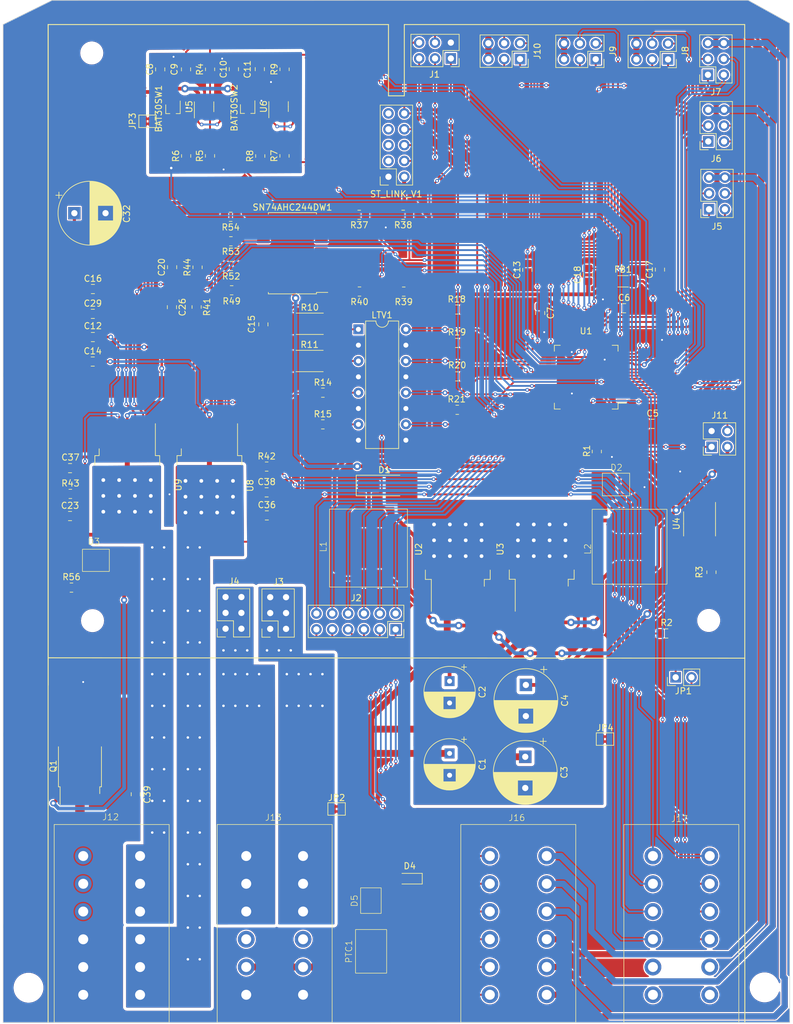
<source format=kicad_pcb>
(kicad_pcb (version 20241229) (generator "pcbnew") (generator_version "9.0")
  (title_block (title "Microcontroller-based Row Seeder Controller") (date "2025-03-09") (rev "12") (company "Krzysztof Tomicki"))
  (layers (0 "F.Cu" signal) (2 "B.Cu" signal) (13 "F.Paste" user) (15 "B.Paste" user) (5 "F.SilkS" user "F.Silkscreen") (7 "B.SilkS" user "B.Silkscreen") (1 "F.Mask" user) (3 "B.Mask" user) (25 "Edge.Cuts" user))
  (net 0 "")
  (net 1 "Net-(D5-A)")
  (net 2 "+12V")
  (net 3 "GNDA")
  (net 4 "+3.3V")
  (net 5 "Net-(U5-+)")
  (net 6 "Net-(U6-+)")
  (net 7 "+12V_SAFE")
  (net 8 "GND")
  (net 9 "+5V")
  (net 10 "AIN1 (adc)")
  (net 11 "AIN2 (adc)")
  (net 12 "ENG_L")
  (net 13 "NRST")
  (net 14 "Net-(D3-K)")
  (net 15 "Net-(U1-VDDA)")
  (net 16 "IS_L")
  (net 17 "IS_R")
  (net 18 "ENG_R")
  (net 19 "Net-(U9-SR)")
  (net 20 "Net-(U8-SR)")
  (net 21 "V_ENG")
  (net 22 "Net-(D1-K)")
  (net 23 "Net-(D2-K)")
  (net 24 "Net-(D3-A)")
  (net 25 "SWDIO")
  (net 26 "SWCLK")
  (net 27 "SWO")
  (net 28 "DI1 (12V)")
  (net 29 "DI2 (12V)")
  (net 30 "DI3 (12V)")
  (net 31 "DI4 (12V)")
  (net 32 "DI1 (3V3)")
  (net 33 "DI2 (3V3)")
  (net 34 "DI3 (3V3)")
  (net 35 "DI4 (3V3)")
  (net 36 "DI5 (12V)")
  (net 37 "DI6 (12V)")
  (net 38 "DI5 (3V3)")
  (net 39 "DI6 (3V3)")
  (net 40 "V_EXT")
  (net 41 "SW1_IN")
  (net 42 "SW1_DEN")
  (net 43 "SW1_IS")
  (net 44 "SW1_T")
  (net 45 "DO1")
  (net 46 "SW2_IN")
  (net 47 "SW2_DEN")
  (net 48 "SW2_IS")
  (net 49 "SW2_T")
  (net 50 "DO2")
  (net 51 "SW3_IN")
  (net 52 "SW3_DEN")
  (net 53 "SW3_IS")
  (net 54 "SW3_T")
  (net 55 "DO3")
  (net 56 "SW4_IN")
  (net 57 "SW4_DEN")
  (net 58 "SW4_IS")
  (net 59 "SW4_T")
  (net 60 "DO4")
  (net 61 "SW5_IN")
  (net 62 "SW5_DEN")
  (net 63 "SW5_IS")
  (net 64 "SW5_T")
  (net 65 "DO5")
  (net 66 "SW6_IN")
  (net 67 "SW6_DEN")
  (net 68 "SW6_IS")
  (net 69 "SW6_T")
  (net 70 "DO6")
  (net 71 "LED")
  (net 74 "ENC1_A (12V)")
  (net 75 "AIN1 (raw)")
  (net 76 "ENC1_B (12V)")
  (net 77 "AIN2 (raw)")
  (net 78 "CANH")
  (net 79 "CANL")
  (net 81 "ENC2_A (5V)")
  (net 83 "ENC2_B (5V)")
  (net 84 "Net-(JP1-A)")
  (net 85 "Net-(LTV1-Pad1)")
  (net 86 "Net-(LTV1-Pad3)")
  (net 87 "Net-(LTV1-Pad5)")
  (net 88 "Net-(LTV1-Pad7)")
  (net 89 "ENC2_B (3V3)")
  (net 90 "ENC2_A (3V3)")
  (net 91 "ENC1_B (3V3)")
  (net 92 "ENC1_A (3V3)")
  (net 93 "Net-(U1-BOOT0)")
  (net 94 "Net-(U4-Rs)")
  (net 95 "Net-(U5--)")
  (net 96 "Net-(U6--)")
  (net 97 "PWM_L")
  (net 98 "DIR_L")
  (net 99 "PWM_R")
  (net 100 "DIR_R")
  (net 101 "Net-(U8-IN)")
  (net 102 "Net-(SN74AHC244DW1-Y1)")
  (net 103 "Net-(SN74AHC244DW1-Y2)")
  (net 104 "Net-(U8-INH)")
  (net 105 "Net-(SN74AHC244DW1-Y3)")
  (net 106 "Net-(U9-IN)")
  (net 107 "Net-(U9-INH)")
  (net 108 "Net-(SN74AHC244DW1-Y4)")
  (net 114 "CAN_RX")
  (net 115 "CAN_TX")
  (net 118 "GND1")
  (net 124 "GND2")
  (footprint "Connector_PinSocket_2.54mm:PinSocket_2x03_P2.54mm_Vertical" (layer "F.Cu") (at 126.2888 103.9876 -90)
    (property "Reference" "J10")
    (property "Value" "Conn_01x06_Socket" (hide yes))
  )
  (footprint "Resistor_SMD:R_0805_2012Metric_Pad1.20x1.40mm_HandSolder" (layer "F.Cu") (at 74.4 143.74 -90)
    (property "Reference" "R41")
    (property "Value" "1k" (hide yes))
  )
  (footprint "Resistor_SMD:R_0805_2012Metric_Pad1.20x1.40mm_HandSolder" (layer "F.Cu") (at 54.14225 173.71 180)
    (property "Reference" "R43")
    (property "Value" "0.51k" (hide yes))
  )
  (footprint "Capacitor_SMD:C_0805_2012Metric_Pad1.18x1.45mm_HandSolder" (layer "F.Cu") (at 54.0925 177.26)
    (property "Reference" "C23")
    (property "Value" "220nF" (hide yes))
  )
  (footprint "Capacitor_SMD:C_0805_2012Metric_Pad1.18x1.45mm_HandSolder" (layer "F.Cu") (at 72.7 105.6325 -90)
    (property "Reference" "C9")
    (property "Value" "1nF" (hide yes))
  )
  (footprint "Resistor_SMD:R_0805_2012Metric_Pad1.20x1.40mm_HandSolder" (layer "F.Cu") (at 116.1448 149.5044 180)
    (property "Reference" "R19")
    (property "Value" "10k" (hide yes))
  )
  (footprint "Resistor_SMD:R_0805_2012Metric_Pad1.20x1.40mm_HandSolder" (layer "F.Cu") (at 116.2144 160.2232 180)
    (property "Reference" "R21")
    (property "Value" "10k" (hide yes))
  )
  (footprint "Package_DIP:DIP-16_W7.62mm" (layer "F.Cu") (at 100.3554 147.32)
    (property "Reference" "LTV1")
    (property "Value" "~" (hide yes))
  )
  (footprint "BTS:1SMB5913BT3" (layer "F.Cu") (at 56.03 184.35)
    (property "Reference" "D3")
    (property "Value" "1SMB5925BT3G" (hide yes))
  )
  (footprint "BTS:Zener_diode_DO-214AA" (layer "F.Cu") (at 143.7386 172.212 180)
    (property "Reference" "D2")
    (property "Value" "SS26" (hide yes))
  )
  (footprint "Connector_PinSocket_2.54mm:PinSocket_2x03_P2.54mm_Vertical" (layer "F.Cu") (at 156.6164 128.0668 180)
    (property "Reference" "J5")
    (property "Value" "Conn_01x06_Socket" (hide yes))
  )
  (footprint "Connector_PinSocket_2.54mm:PinSocket_2x03_P2.54mm_Vertical" (layer "F.Cu") (at 79.0448 195.326 180)
    (property "Reference" "J4")
    (property "Value" "Conn_02x03_Odd_Even" (hide yes))
  )
  (footprint "Resistor_SMD:R_0805_2012Metric_Pad1.20x1.40mm_HandSolder" (layer "F.Cu") (at 76.55 119.51 90)
    (property "Reference" "R5")
    (property "Value" "10k" (hide yes))
  )
  (footprint "Jumper:SolderJumper-2_P1.3mm_Bridged2Bar_Pad1.0x1.5mm" (layer "F.Cu") (at 139.92 213.02)
    (property "Reference" "JP4")
    (property "Value" "Jumper_2_Bridged" (hide yes))
  )
  (footprint "Resistor_SMD:R_0805_2012Metric_Pad1.20x1.40mm_HandSolder" (layer "F.Cu") (at 100.49 128.96 180)
    (property "Reference" "R37")
    (property "Value" "1k" (hide yes))
  )
  (footprint "Resistor_SMD:R_0805_2012Metric_Pad1.20x1.40mm_HandSolder" (layer "F.Cu") (at 138.6078 166.9128 -90)
    (property "Reference" "R1")
    (property "Value" "100k" (hide yes))
  )
  (footprint "Resistor_SMD:R_0805_2012Metric_Pad1.20x1.40mm_HandSolder" (layer "F.Cu") (at 107.63 141.27 180)
    (property "Reference" "R39")
    (property "Value" "1k" (hide yes))
  )
  (footprint "Resistor_SMD:R_0805_2012Metric_Pad1.20x1.40mm_HandSolder" (layer "F.Cu") (at 76.56 105.63 90)
    (property "Reference" "R4")
    (property "Value" "5.1k" (hide yes))
  )
  (footprint "BTS:BIG_CONN" (layer "F.Cu") (at 51.5488 258.4754)
    (property "Reference" "J12")
    (property "Value" "Engine Zone" (hide yes))
  )
  (footprint "Connector_PinSocket_2.54mm:PinSocket_2x03_P2.54mm_Vertical" (layer "F.Cu") (at 150.0378 104.0384 -90)
    (property "Reference" "J8")
    (property "Value" "Conn_01x06_Socket" (hide yes))
  )
  (footprint "Jumper:SolderJumper-2_P1.3mm_Bridged2Bar_Pad1.0x1.5mm" (layer "F.Cu") (at 96.86 224.23)
    (property "Reference" "JP2")
    (property "Value" "Jumper_2_Bridged" (hide yes))
  )
  (footprint "Capacitor_SMD:C_0805_2012Metric_Pad1.18x1.45mm_HandSolder" (layer "F.Cu") (at 85.11 146.5275 -90)
    (property "Reference" "C15")
    (property "Value" "100 nF" (hide yes))
  )
  (footprint "Package_SO:SOIC-20W_7.5x12.8mm_P1.27mm" (layer "F.Cu") (at 89.77 135.125 180)
    (property "Reference" "SN74AHC244DW1")
    (property "Value" "~" (hide yes))
  )
  (footprint "Capacitor_SMD:C_0805_2012Metric_Pad1.18x1.45mm_HandSolder" (layer "F.Cu") (at 57.7325 152.49)
    (property "Reference" "C14")
    (property "Value" "220nF" (hide yes))
  )
  (footprint "Capacitor_SMD:C_0805_2012Metric_Pad1.18x1.45mm_HandSolder" (layer "F.Cu") (at 70.47 137.355 90)
    (property "Reference" "C20")
    (property "Value" "1nF" (hide yes))
  )
  (footprint "Capacitor_SMD:C_0805_2012Metric_Pad1.18x1.45mm_HandSolder" (layer "F.Cu") (at 84.54 105.6025 -90)
    (property "Reference" "C11")
    (property "Value" "1nF" (hide yes))
  )
  (footprint "Capacitor_SMD:C_0805_2012Metric_Pad1.18x1.45mm_HandSolder" (layer "F.Cu") (at 57.7475 144.84)
    (property "Reference" "C29")
    (property "Value" "100 nF" (hide yes))
  )
  (footprint "MountingHole:MountingHole_3.2mm_M3" (layer "F.Cu") (at 156.56 194)
    (property "Reference" "REF**" (hide yes))
    (property "Value" "MountingHole_3.2mm_M3" (hide yes))
  )
  (footprint "Capacitor_SMD:C_0805_2012Metric_Pad1.18x1.45mm_HandSolder" (layer "F.Cu") (at 137.1854 138.5863 90)
    (property "Reference" "C18")
    (property "Value" "10 uF" (hide yes))
  )
  (footprint "Resistor_SMD:R_0805_2012Metric_Pad1.20x1.40mm_HandSolder" (layer "F.Cu") (at 94.6564 157.48)
    (property "Reference" "R14")
    (property "Value" "100" (hide yes))
  )
  (footprint "Resistor_SMD:R_0805_2012Metric_Pad1.20x1.40mm_HandSolder" (layer "F.Cu") (at 107.54 128.95 180)
    (property "Reference" "R38")
    (property "Value" "1k" (hide yes))
  )
  (footprint "Resistor_SMD:R_0805_2012Metric_Pad1.20x1.40mm_HandSolder" (layer "F.Cu") (at 149.8 196.09 180)
    (property "Reference" "R2")
    (property "Value" "120" (hide yes))
  )
  (footprint "Capacitor_SMD:C_0805_2012Metric_Pad1.18x1.45mm_HandSolder" (layer "F.Cu") (at 80.38 105.6125 90)
    (property "Reference" "C10")
    (property "Value" "100 nF" (hide yes))
  )
  (footprint "Package_TO_SOT_SMD:SOT-23-5" (layer "F.Cu") (at 75.6 111.6325 90)
    (property "Reference" "U5")
    (property "Value" "MCP6401T-xOT" (hide yes))
  )
  (footprint "Package_TO_SOT_SMD:SOT-323_SC-70" (layer "F.Cu") (at 82.59 111.97 -90)
    (property "Reference" "BAT30SW2")
    (property "Value" "~" (hide yes))
  )
  (footprint "Resistor_SMD:R_0805_2012Metric_Pad1.20x1.40mm_HandSolder" (layer "F.Cu") (at 85.64 169.33)
    (property "Reference" "R42")
    (property "Value" "0.51k" (hide yes))
  )
  (footprint "Capacitor_THT:CP_Radial_D10.0mm_P5.00mm" (layer "F.Cu") (at 127.127 215.863323 -90)
    (property "Reference" "C3")
    (property "Value" "470uF" (hide yes))
  )
  (footprint "Connector_PinHeader_2.54mm:PinHeader_1x02_P2.54mm_Vertical" (layer "F.Cu") (at 151.257 203.118 90)
    (property "Reference" "JP1")
    (property "Value" "Jumper_2_Open" (hide yes))
  )
  (footprint "Package_TO_SOT_SMD:TO-263-7_TabPin8" (layer "F.Cu") (at 63.275 172.396 -90)
    (property "Reference" "U9")
    (property "Value" "BTN8962" (hide yes))
  )
  (footprint "BTS:BIG_CONN" (layer "F.Cu") (at 116.79 258.47)
    (property "Reference" "J16")
    (property "Value" "Conn_02x06_Odd_Even" (hide yes))
  )
  (footprint "Resistor_SMD:R_0805_2012Metric_Pad1.20x1.40mm_HandSolder" (layer "F.Cu") (at 94.6498 162.56)
    (property "Reference" "R15")
    (property "Value" "100" (hide yes))
  )
  (footprint "Connector_PinSocket_2.54mm:PinSocket_2x03_P2.54mm_Vertical" (layer "F.Cu") (at 156.4894 117.1956 180)
    (property "Reference" "J6")
    (property "Value" "Conn_01x06_Socket" (hide yes))
  )
  (footprint "Capacitor_SMD:C_0805_2012Metric_Pad1.18x1.45mm_HandSolder" (layer "F.Cu") (at 85.6325 173.46)
    (property "Reference" "C38")
    (property "Value" "100nF" (hide yes))
  )
  (footprint "BTS:SRR1280" (layer "F.Cu") (at 102.0264 177.5968 -90)
    (property "Reference" "L1")
    (property "Value" "68 uH" (hide yes))
  )
  (footprint "BTS:MSS1246T" (layer "F.Cu") (at 143.7556 177.9696)
    (property "Reference" "L2")
    (property "Value" "220 uH" (hide yes))
  )
  (footprint "Package_TO_SOT_SMD:TO-263-5_TabPin3" (layer "F.Cu") (at 116.3048 182.596 90)
    (property "Reference" "U2")
    (property "Value" "LM2595S-3.3" (hide yes))
  )
  (footprint "Diode_SMD:D_SMA_Handsoldering" (layer "F.Cu") (at 104.5156 172.3644)
    (property "Reference" "D1")
    (property "Value" "1N5822" (hide yes))
  )
  (footprint "BTS:0ZCF Series" (layer "F.Cu") (at 102.3874 244.5058 -90)
    (property "Reference" "PTC1")
    (property "Value" "2A" (hide yes))
  )
  (footprint "Resistor_SMD:R_0805_2012Metric_Pad1.20x1.40mm_HandSolder" (layer "F.Cu") (at 116.1636 154.8638 180)
    (property "Reference" "R20")
    (property "Value" "10k" (hide yes))
  )
  (footprint "Capacitor_SMD:C_0805_2012Metric_Pad1.18x1.45mm_HandSolder" (layer "F.Cu") (at 57.7625 140.86)
    (property "Reference" "C16")
    (property "Value" "100 nF" (hide yes))
  )
  (footprint "Package_TO_SOT_SMD:TO-263-5_TabPin3" (layer "F.Cu") (at 129.7686 182.5766 90)
    (property "Reference" "U3")
    (property "Value" "LM2575-5.0BU" (hide yes))
  )
  (footprint "Package_TO_SOT_SMD:SOT-323_SC-70" (layer "F.Cu") (at 70.61 112 -90)
    (property "Reference" "BAT30SW1")
    (property "Value" "~" (hide yes))
  )
  (footprint "Resistor_SMD:R_0805_2012Metric_Pad1.20x1.40mm_HandSolder" (layer "F.Cu") (at 100.53 141.26 180)
    (property "Reference" "R40")
    (property "Value" "1k" (hide yes))
  )
  (footprint "Package_SO:SOIC-8_3.9x4.9mm_P1.27mm" (layer "F.Cu") (at 155.0924 178.5112 -90)
    (property "Reference" "U4")
    (property "Value" "SN65HVD230" (hide yes))
  )
  (footprint "Resistor_SMD:R_0805_2012Metric_Pad1.20x1.40mm_HandSolder" (layer "F.Cu") (at 54.32 188.73 180)
    (property "Reference" "R56")
    (property "Value" "10k" (hide yes))
  )
  (footprint "Capacitor_SMD:C_0805_2012Metric_Pad1.18x1.45mm_HandSolder" (layer "F.Cu") (at 148.7424 137.7481 90)
    (property "Reference" "C17")
    (property "Value" "100 nF" (hide yes))
  )
  (footprint "Capacitor_THT:CP_Radial_D8.0mm_P3.50mm" (layer "F.Cu") (at 114.9858 203.7334 -90)
    (property "Reference" "C2")
    (property "Value" "120 uF" (hide yes))
  )
  (footprint "Capacitor_SMD:C_0805_2012Metric_Pad1.18x1.45mm_HandSolder" (layer "F.Cu") (at 64.64 221.8675 90)
    (property "Reference" "C39")
    (property "Value" "470 nF" (hide yes))
  )
  (footprint "Package_QFP:LQFP-64_10x10mm_P0.5mm" (layer "F.Cu") (at 136.906 154.9908 180)
    (property "Reference" "U1")
    (property "Value" "STM32L476RGTx" (hide yes))
  )
  (footprint "Resistor_SMD:R_0805_2012Metric_Pad1.20x1.40mm_HandSolder" (layer "F.Cu") (at 79.9 133.2 180)
    (property "Reference" "R53")
    (property "Value" "10k" (hide yes))
  )
  (footprint "Capacitor_SMD:C_0805_2012Metric_Pad1.18x1.45mm_HandSolder" (layer "F.Cu") (at 70.44 143.7675 -90)
    (property "Reference" "C26")
    (property "Value" "1nF" (hide yes))
  )
  (footprint "Package_TO_SOT_SMD:TO-252-3_TabPin2" (layer "F.Cu") (at 55.68 217.36 90)
    (property "Reference" "Q1")
    (property "Value" "IPD90P03P4L04ATMA2" (hide yes))
  )
  (footprint "Resistor_SMD:R_0805_2012Metric_Pad1.20x1.40mm_HandSolder" (layer "F.Cu") (at 88.51 105.63 90)
    (property "Reference" "R9")
    (property "Value" "5.1k" (hide yes))
  )
  (footprint "Connector_PinSocket_2.54mm:PinSocket_2x03_P2.54mm_Vertical" (layer "F.Cu") (at 138.43 104.013 -90)
    (property "Reference" "J9")
    (property "Value" "Conn_01x06_Socket" (hide yes))
  )
  (footprint "Capacitor_SMD:C_0805_2012Metric_Pad1.18x1.45mm_HandSolder" (layer "F.Cu") (at 54.09225 169.58 180)
    (property "Reference" "C37")
    (property "Value" "100nF" (hide yes))
  )
  (footprint "Capacitor_SMD:C_0805_2012Metric_Pad1.18x1.45mm_HandSolder" (layer "F.Cu") (at 127.4572 137.7911 -90)
    (property "Reference" "C13")
    (property "Value" "100nF" (hide yes))
  )
  (footprint "Resistor_SMD:R_2512_6332Metric_Pad1.40x3.35mm_HandSolder" (layer "F.Cu") (at 92.5556 146.431)
    (property "Reference" "R10")
    (property "Value" "240" (hide yes))
  )
  (footprint "Resistor_SMD:R_0805_2012Metric_Pad1.20x1.40mm_HandSolder" (layer "F.Cu") (at 156.9974 186.2676 -90)
    (property "Reference" "R3")
    (property "Value" "10k" (hide yes))
  )
  (footprint "BTS:BIG_CONN" (layer "F.Cu") (at 142.95 258.47)
    (property "Reference" "J17")
    (property "Value" "Conn_02x06_Odd_Even" (hide yes))
  )
  (footprint "MountingHole:MountingHole_3.2mm_M3" (layer "F.Cu") (at 57.7 194.03)
    (property "Reference" "REF**" (hide yes))
    (property "Value" "MountingHole_3.2mm_M3" (hide yes))
  )
  (footprint "Capacitor_THT:CP_Radial_D8.0mm_P3.50mm" (layer "F.Cu") (at 114.9858 215.321 -90)
    (property "Reference" "C1")
    (property "Value" "220 uF" (hide yes))
  )
  (footprint "Inductor_SMD:L_1206_3216Metric_Pad1.22x1.90mm_HandSolder" (layer "F.Cu") (at 142.8103 139.618)
    (property "Reference" "FB1")
    (property "Value" "350 mA" (hide yes))
  )
  (footprint "Capacitor_SMD:C_0805_2012Metric_Pad1.18x1.45mm_HandSolder" (layer "F.Cu") (at 68.56 105.64 90)
    (property "Reference" "C8")
    (property "Value" "100 nF" (hide yes))
  )
  (footprint "Resistor_SMD:R_0805_2012Metric_Pad1.20x1.40mm_HandSolder" (layer "F.Cu") (at 84.61 119.53 90)
    (property "Reference" "R8")
    (property "Value" "3.83k" (hide yes))
  )
  (footprint "Resistor_SMD:R_0805_2012Metric_Pad1.20x1.40mm_HandSolder" (layer "F.Cu") (at 79.95 137.17 180)
    (property "Reference" "R52")
    (property "Value" "10k" (hide yes))
  )
  (footprint "Connector_PinSocket_2.54mm:PinSocket_2x03_P2.54mm_Vertical" (layer "F.Cu") (at 115.189 103.886 -90)
    (property "Reference" "J1")
    (property "Value" "Conn_01x06_Socket" (hide yes))
  )
  (footprint "Resistor_SMD:R_0805_2012Metric_Pad1.20x1.40mm_HandSolder" (layer "F.Cu") (at 88.5 119.51 90)
    (property "Reference" "R7")
    (property "Value" "10k" (hide yes))
  )
  (footprint "Resistor_SMD:R_0805_2012Metric_Pad1.20x1.40mm_HandSolder" (layer "F.Cu") (at 79.86 129.28)
    (property "Reference" "R54")
    (property "Value" "10k" (hide yes))
  )
  (footprint "Package_TO_SOT_SMD:SOT-23-5" (layer "F.Cu") (at 87.55 111.6025 90)
    (property "Reference" "U6")
    (property "Value" "MCP6401T-xOT" (hide yes))
  )
  (footprint "Capacitor_THT:CP_Radial_D10.0mm_P5.00mm" (layer "F.Cu") (at 127.224 204.341 -90)
    (property "Reference" "C4")
    (property "Value" "470 uF" (hide yes))
  )
  (footprint "Resistor_SMD:R_0805_2012Metric_Pad1.20x1.40mm_HandSolder" (layer "F.Cu") (at 116.1702 144.145 180)
    (property "Reference" "R18")
    (property "Value" "10k" (hide yes))
  )
  (footprint "Diode_SMD:D_SOD-323_HandSoldering" (layer "F.Cu") (at 108.5904 235.4072 180)
    (property "Reference" "D4")
    (property "Value" "STS321120U372" (hide yes))
  )
  (footprint "Connector_PinSocket_2.54mm:PinSocket_2x03_P2.54mm_Vertical" (layer "F.Cu") (at 156.4386 106.5022 180)
    (property "Reference" "J7")
    (property "Value" "Conn_01x06_Socket" (hide yes))
  )
  (footprint "Capacitor_SMD:C_0805_2012Metric_Pad1.18x1.45mm_HandSolder" (layer "F.Cu") (at 85.6657 177.1592)
    (property "Reference" "C36")
    (property "Value" "220nF" (hide yes))
  )
  (footprint "MountingHole:MountingHole_4.3mm_M4" (layer "F.Cu") (at 47.43 252.89)
    (property "Reference" "REF**" (hide yes))
    (property "Value" "MountingHole_4.3mm_M4" (hide yes))
  )
  (footprint "Resistor_SMD:R_0805_2012Metric_Pad1.20x1.40mm_HandSolder" (layer "F.Cu") (at 72.72 119.52 90)
    (property "Reference" "R6")
    (property "Value" "3.83k" (hide yes))
  )
  (footprint "MountingHole:MountingHole_3.2mm_M3" (layer "F.Cu") (at 57.58 103.01)
    (property "Reference" "REF**" (hide yes))
    (property "Value" "MountingHole_3.2mm_M3" (hide yes))
  )
  (footprint "Resistor_SMD:R_0805_2012Metric_Pad1.20x1.40mm_HandSolder" (layer "F.Cu") (at 74.55 137.3725 90)
    (property "Reference" "R44")
    (property "Value" "1k" (hide yes))
  )
  (footprint "Capacitor_SMD:C_0805_2012Metric_Pad1.18x1.45mm_HandSolder" (layer "F.Cu") (at 129.5146 144.7077 -90)
    (property "Reference" "C7")
    (property "Value" "100 nF" (hide yes))
  )
  (footprint "Connector_PinSocket_2.54mm:PinSocket_2x05_P2.54mm_Vertical" (layer "F.Cu") (at 105.1814 122.8598 180)
    (property "Reference" "ST_LINK_V1")
    (property "Value" "~" (hide yes))
  )
  (footprint "BTS:AS3BJ-M3-52T" (layer "F.Cu") (at 102.372 237.5632 -90)
    (property "Reference" "D5")
    (property "Value" "AS3BJ-M3/52T" (hide yes))
  )
  (footprint "Capacitor_SMD:C_0805_2012Metric_Pad1.18x1.45mm_HandSolder" (layer "F.Cu") (at 147.5655 162.478)
    (property "Reference" "C5")
    (property "Value" "100 nF" (hide yes))
  )
  (footprint "Resistor_SMD:R_2512_6332Metric_Pad1.40x3.35mm_HandSolder" (layer "F.Cu") (at 92.5302 152.4)
    (property "Reference" "R11")
    (property "Value" "240" (hide yes))
  )
  (footprint "Package_TO_SOT_SMD:TO-263-7_TabPin8" (layer "F.Cu") (at 76.454 172.396 -90)
    (property "Reference" "U8")
    (property "Value" "BTN8962" (hide yes))
  )
  (footprint "Resistor_SMD:R_0805_2012Metric_Pad1.20x1.40mm_HandSolder" (layer "F.Cu") (at 80.02 141.06)
    (property "Reference" "R49")
    (property "Value" "10k" (hide yes))
  )
  (footprint "Capacitor_THT:CP_Radial_D10.0mm_P5.00mm" (layer "F.Cu") (at 54.787 128.696)
    (property "Reference" "C32")
    (property "Value" "470uF" (hide yes))
  )
  (footprint "Capacitor_SMD:C_0805_2012Metric_Pad1.18x1.45mm_HandSolder" (layer "F.Cu") (at 142.9935 143.936)
    (property "Reference" "C6")
    (property "Value" "100 nF" (hide yes))
  )
  (footprint "Connector_PinSocket_2.54mm:PinSocket_2x02_P2.54mm_Vertical" (layer "F.Cu") (at 157.0228 166.1668 180)
    (property "Reference" "J11")
    (property "Value" "Conn_01x04_Socket" (hide yes))
  )
  (footprint "Jumper:SolderJumper-2_P1.3mm_Bridged2Bar_Pad1.0x1.5mm" (layer "F.Cu") (at 66.533 113.964 180)
    (property "Reference" "JP3")
    (property "Value" "Jumper_2_Bridged" (hide yes))
  )
  (footprint "BTS:BIG_CONN" (layer "F.Cu") (at 77.7 258.47)
    (property "Reference" "J13")
    (property "Value" "Power Supply Zone" (hide yes))
  )
  (footprint "MountingHole:MountingHole_4.3mm_M4" (layer "F.Cu") (at 165.53 252.83)
    (property "Reference" "REF**" (hide yes))
    (property "Value" "MountingHole_4.3mm_M4" (hide yes))
  )
  (footprint "Capacitor_SMD:C_0805_2012Metric_Pad1.18x1.45mm_HandSolder" (layer "F.Cu") (at 57.7525 148.56 180)
    (property "Reference" "C12")
    (property "Value" "220nF" (hide yes))
  )
  (footprint "Connector_PinSocket_2.54mm:PinSocket_2x06_P2.54mm_Vertical" (layer "F.Cu") (at 106.3244 195.4276 -90)
    (property "Reference" "J2")
    (property "Value" "Conn_01x12_Socket" (hide yes))
  )
  (footprint "Connector_PinSocket_2.54mm:PinSocket_2x03_P2.54mm_Vertical" (layer "F.Cu") (at 86.2076 195.3514 180)
    (property "Reference" "J3")
    (property "Value" "Conn_02x03_Odd_Even" (hide yes))
  )
  (gr_line (start 105.1814 98.4504) (end 50.5714 98.4504) (stroke (width 0.15)) (layer "F.SilkS"))
  (gr_line (start 162.3314 98.4504) (end 162.3568 258.4704) (stroke (width 0.15)) (layer "F.SilkS"))
  (gr_line (start 162.3314 98.4504) (end 107.7214 98.4504) (stroke (width 0.15)) (layer "F.SilkS"))
  (gr_line (start 50.5714 98.4504) (end 50.5714 204.3938) (stroke (width 0.15)) (layer "F.SilkS"))
  (gr_line (start 50.5714 98.4504) (end 50.5714 258.4704) (stroke (width 0.15)) (layer "F.SilkS"))
  (gr_line (start 107.7214 109.8804) (end 105.1814 109.8804) (stroke (width 0.15)) (layer "F.SilkS"))
  (gr_line (start 107.7214 98.4504) (end 107.7214 109.8804) (stroke (width 0.15)) (layer "F.SilkS"))
  (gr_line (start 162.35 200.05) (end 50.58 199.99) (stroke (width 0.15)) (layer "F.SilkS"))
  (gr_line (start 105.1814 109.8804) (end 105.1814 98.4504) (stroke (width 0.15)) (layer "F.SilkS"))
  (gr_line (start 169.55 98.23) (end 162.925 94.565) (stroke (width 0.1)) (layer "Edge.Cuts"))
  (gr_line (start 169.55 98.23) (end 169.55 258.46) (stroke (width 0.1)) (layer "Edge.Cuts"))
  (gr_line (start 43.35 98.44) (end 43.35 258.47) (stroke (width 0.1)) (layer "Edge.Cuts"))
  (gr_line (start 43.35 98.44) (end 51.175 94.575) (stroke (width 0.1)) (layer "Edge.Cuts"))
  (gr_line (start 51.175 94.575) (end 162.925 94.565) (stroke (width 0.1)) (layer "Edge.Cuts"))
  (gr_line (start 43.35 258.47) (end 169.55 258.46) (stroke (width 0.1)) (layer "Edge.Cuts"))
  (segment (start 102.3874 240.3786) (end 102.372 240.3632) (width 0.25) (layer "F.Cu") (net 1))
  (segment (start 102.3874 244.5058) (end 102.3874 240.3786) (width 1.1) (layer "F.Cu") (net 1))
  (segment (start 91.48 249.57) (end 82.36 249.57) (width 1.1) (layer "F.Cu") (net 2))
  (segment (start 102.3516 249.57) (end 102.3874 249.6058) (width 0.25) (layer "F.Cu") (net 2))
  (segment (start 91.48 249.57) (end 102.3516 249.57) (width 1.1) (layer "F.Cu") (net 2))
  (segment (start 140.94 150.921) (end 140.94 152.826) (width 0.3) (layer "F.Cu") (net 3))
  (segment (start 142.3742 137.5488) (end 137.1854 137.5488) (width 0.25) (layer "F.Cu") (net 3))
  (segment (start 84.92 120.51) (end 84.93 120.5) (width 0.25) (layer "F.Cu") (net 3))
  (segment (start 143.2124 136.7106) (end 142.3742 137.5488) (width 0.25) (layer "F.Cu") (net 3))
  (segment (start 140.94 152.826) (end 141.3548 153.2408) (width 0.3) (layer "F.Cu") (net 3))
  (segment (start 148.7424 136.7106) (end 143.2124 136.7106) (width 0.25) (layer "F.Cu") (net 3))
  (segment (start 142.337 148) (end 142.337 149.524) (width 0.3) (layer "F.Cu") (net 3))
  (segment (start 142.337 149.524) (end 140.94 150.921) (width 0.3) (layer "F.Cu") (net 3))
  (segment (start 141.3548 153.2408) (end 142.581 153.2408) (width 0.3) (layer "F.Cu") (net 3))
  (via (at 70.328 121.457) (size 0.8) (drill 0.4) (layers "F.Cu" "B.Cu") (net 3))
  (via (at 142.337 148) (size 0.6) (drill 0.3) (layers "F.Cu" "B.Cu") (net 3))
  (via (at 72.868 111.805) (size 0.6) (drill 0.3) (layers "F.Cu" "B.Cu") (net 3))
  (via (at 78.5 103.91) (size 0.6) (drill 0.3) (layers "F.Cu" "B.Cu") (net 3))
  (via (at 142.337 137.586) (size 0.6) (drill 0.3) (layers "F.Cu" "B.Cu") (net 3))
  (via (at 86.33 107.67) (size 0.6) (drill 0.3) (layers "F.Cu" "B.Cu") (net 3))
  (via (at 78.73 121.69) (size 0.6) (drill 0.3) (layers "F.Cu" "B.Cu") (net 3))
  (via (at 70.7 103.62) (size 0.6) (drill 0.3) (layers "F.Cu" "B.Cu") (net 3))
  (via (at 84.8 110.66) (size 0.6) (drill 0.3) (layers "F.Cu" "B.Cu") (net 3))
  (segment (start 70.99 103.91) (end 78.5 103.91) (width 0.25) (layer "B.Cu") (net 3))
  (segment (start 70.328 126.156) (end 70.328 121.457) (width 0.3) (layer "B.Cu") (net 3))
  (segment (start 142.337 132.252) (end 139.162 129.077) (width 0.3) (layer "B.Cu") (net 3))
  (segment (start 86.33 107.67) (end 86.33 108.29) (width 0.25) (layer "B.Cu") (net 3))
  (segment (start 142.337 137.586) (end 142.337 132.252) (width 0.3) (layer "B.Cu") (net 3))
  (segment (start 142.337 148) (end 142.337 137.586) (width 0.3) (layer "B.Cu") (net 3))
  (segment (start 70.328 121.457) (end 70.2645 121.5205) (width 0.3) (layer "B.Cu") (net 3))
  (segment (start 70.7 103.62) (end 70.99 103.91) (width 0.25) (layer "B.Cu") (net 3))
  (segment (start 139.162 129.077) (end 73.249 129.077) (width 0.3) (layer "B.Cu") (net 3))
  (segment (start 86.33 108.29) (end 84.8 109.82) (width 0.25) (layer "B.Cu") (net 3))
  (segment (start 73.249 129.077) (end 70.328 126.156) (width 0.3) (layer "B.Cu") (net 3))
  (segment (start 84.8 109.82) (end 84.8 110.66) (width 0.25) (layer "B.Cu") (net 3))
  (segment (start 68.55 109.26) (end 68.55 106.6875) (width 0.6) (layer "F.Cu") (net 4))
  (segment (start 118.0048 194.8144) (end 118.0084 194.818) (width 0.6) (layer "F.Cu") (net 4))
  (segment (start 137.2103 141.7061) (end 138.0899 141.7061) (width 0.6) (layer "F.Cu") (net 4))
  (segment (start 138.684 151.7904) (end 138.684 157.099) (width 0.3) (layer "F.Cu") (net 4))
  (segment (start 69.395 109.265) (end 63.597 109.265) (width 0.6) (layer "F.Cu") (net 4))
  (segment (start 137.1854 139.6238) (end 137.1854 141.6812) (width 0.6) (layer "F.Cu") (net 4))
  (segment (start 74.65 109.43) (end 74.65 110.495) (width 0.6) (layer "F.Cu") (net 4))
  (segment (start 142.6838 160.6658) (end 140.656 160.6658) (width 0.3) (layer "F.Cu") (net 4))
  (segment (start 79.38 108.73) (end 79.39 108.74) (width 0.6) (layer "F.Cu") (net 4))
  (segment (start 149.661983 166.1414) (end 143.4338 166.1414) (width 0.3) (layer "F.Cu") (net 4))
  (segment (start 63.597 109.265) (end 61.819 111.043) (width 0.6) (layer "F.Cu") (net 4))
  (segment (start 137.1854 141.6812) (end 137.2103 141.7061) (width 0.6) (layer "F.Cu") (net 4))
  (segment (start 111.76 149.479) (end 115.1194 149.479) (width 0.6) (layer "F.Cu") (net 4))
  (segment (start 81.35 109.21) (end 81.94 109.8) (width 0.6) (layer "F.Cu") (net 4))
  (segment (start 96.5454 169.9768) (end 98.8372 167.685) (width 0.6) (layer "F.Cu") (net 4))
  (segment (start 69.96 109.26) (end 69.96 111) (width 0.6) (layer "F.Cu") (net 4))
  (segment (start 130.9116 141.7066) (end 137.16 141.7066) (width 0.6) (layer "F.Cu") (net 4))
  (segment (start 118.0084 194.818) (end 118.0084 197.6374) (width 0.6) (layer "F.Cu") (net 4))
  (segment (start 111.76 129.35) (end 111.76 143.0274) (width 0.6) (layer "F.Cu") (net 4))
  (segment (start 112.3268 194.0132) (end 105.6386 187.325) (width 0.6) (layer "F.Cu") (net 4))
  (segment (start 115.1382 154.8892) (end 115.1636 154.8638) (width 0.6) (layer "F.Cu") (net 4))
  (segment (start 139.656 147.992) (end 140.156 147.492) (width 0.3) (layer "F.Cu") (net 4))
  (segment (start 68.55 106.6875) (end 68.56 106.6775) (width 0.6) (layer "F.Cu") (net 4))
  (segment (start 96.5454 185.9026) (end 96.5454 169.9768) (width 0.6) (layer "F.Cu") (net 4))
  (segment (start 86.6 110.465) (end 86.6 109.43) (width 0.6) (layer "F.Cu") (net 4))
  (segment (start 152.410366 166.1668) (end 157.0228 166.1668) (width 0.3) (layer "F.Cu") (net 4))
  (segment (start 154.4574 177.8254) (end 154.4574 176.0362) (width 0.6) (layer "F.Cu") (net 4))
  (segment (start 151.1554 179.5018) (end 152.0698 178.5874) (width 0.6) (layer "F.Cu") (net 4))
  (segment (start 79.38 108.73) (end 80.38 108.73) (width 0.6) (layer "F.Cu") (net 4))
  (segment (start 140.656 163.3636) (end 140.656 160.6658) (width 0.3) (layer "F.Cu") (net 4))
  (segment (start 111.76 124.7394) (end 111.76 129.35) (width 0.3) (layer "F.Cu") (net 4))
  (segment (start 114.9858 200.66) (end 114.9858 203.7334) (width 0.6) (layer "F.Cu") (net 4))
  (segment (start 109.455 127.045) (end 111.76 129.35) (width 0.6) (layer "F.Cu") (net 4))
  (segment (start 97.9396 187.2968) (end 96.5454 185.9026) (width 0.6) (layer "F.Cu") (net 4))
  (segment (start 107.6706 125.1608) (end 107.6706 122.8598) (width 0.6) (layer "F.Cu") (net 4))
  (segment (start 139.656 149.3158) (end 139.656 147.992) (width 0.3) (layer "F.Cu") (net 4))
  (segment (start 115.1194 149.479) (end 115.1448 149.5044) (width 0.6) (layer "F.Cu") (net 4))
  (segment (start 139.1412 151.3332) (end 138.7094 151.765) (width 0.3) (layer "F.Cu") (net 4))
  (segment (start 140.178 139.618) (end 141.1478 139.618) (width 0.6) (layer "F.Cu") (net 4))
  (segment (start 113.0808 141.7066) (end 111.76 143.0274) (width 0.6) (layer "F.Cu") (net 4))
  (segment (start 138.7094 151.765) (end 133.985 151.765) (width 0.3) (layer "F.Cu") (net 4))
  (segment (start 140.432 144.444) (end 140.94 143.936) (width 0.3) (layer "F.Cu") (net 4))
  (segment (start 67.026 127.045) (end 105.888 127.045) (width 0.6) (layer "F.Cu") (net 4))
  (segment (start 72.52 108.73) (end 73.95 108.73) (width 0.6) (layer "F.Cu") (net 4))
  (segment (start 80.88 108.74) (end 81.35 109.21) (width 0.6) (layer "F.Cu") (net 4))
  (segment (start 139.656 149.3158) (end 139.656 150.8184) (width 0.3) (layer "F.Cu") (net 4))
  (segment (start 111.76 160.2232) (end 115.2144 160.2232) (width 0.6) (layer "F.Cu") (net 4))
  (segment (start 69.4 109.26) (end 69.96 109.26) (width 0.6) (layer "F.Cu") (net 4))
  (segment (start 105.6386 187.325) (end 102.0546 187.325) (width 0.6) (layer "F.Cu") (net 4))
  (segment (start 61.819 121.838) (end 67.026 127.045) (width 0.6) (layer "F.Cu") (net 4))
  (segment (start 138.684 157.099) (end 140.656 159.071) (width 0.3) (layer "F.Cu") (net 4))
  (segment (start 133 199.263) (end 127.91 199.263) (width 0.6) (layer "F.Cu") (net 4))
  (segment (start 111.76 143.0274) (end 111.76 145.6182) (width 0.6) (layer "F.Cu") (net 4))
  (segment (start 133.156 146.626) (end 133.12 146.59) (width 0.3) (layer "F.Cu") (net 4))
  (segment (start 109.7846 167.685) (end 111.76 165.7096) (width 0.6) (layer "F.Cu") (net 4))
  (segment (start 133.156 149.3158) (end 133.156 146.626) (width 0.3) (layer "F.Cu") (net 4))
  (segment (start 86.6 109.43) (end 85.92 108.75) (width 0.6) (layer "F.Cu") (net 4))
  (segment (start 85.92 108.75) (end 80.89 108.75) (width 0.6) (layer "F.Cu") (net 4))
  (segment (start 109.4544 127.045) (end 108.9 127.045) (width 0.3) (layer "F.Cu") (net 4))
  (segment (start 105.888 127.045) (end 108.9 127.045) (width 0.6) (layer "F.Cu") (net 4))
  (segment (start 133.156 150.936) (end 133.156 149.3158) (width 0.3) (layer "F.Cu") (net 4))
  (segment (start 140.656 159.071) (end 140.656 160.6658) (width 0.3) (layer "F.Cu") (net 4))
  (segment (start 138.0899 141.7061) (end 140.178 139.618) (width 0.6) (layer "F.Cu") (net 4))
  (segment (start 133.12 144.804) (end 130.0226 141.7066) (width 0.6) (layer "F.Cu") (net 4))
  (segment (start 121.0564 194.818) (end 118.0084 194.818) (width 0.6) (layer "F.Cu") (net 4))
  (segment (start 146.685 192.9638) (end 151.1554 188.4934) (width 0.6) (layer "F.Cu") (net 4))
  (segment (start 73.95 108.73) (end 74.65 109.43) (width 0.6) (layer "F.Cu") (net 4))
  (segment (start 112.988456 123.510944) (end 111.76 124.7394) (width 0.3) (layer "F.Cu") (net 4))
  (segment (start 133.985 151.765) (end 133.156 150.936) (width 0.3) (layer "F.Cu") (net 4))
  (segment (start 70.25 109.26) (end 69.4 109.26) (width 0.6) (layer "F.Cu") (net 4))
  (segment (start 80.89 108.75) (end 80.88 108.74) (width 0.6) (layer "F.Cu") (net 4))
  (segment (start 152.405183 166.161617) (end 152.410366 166.1668) (width 0.3) (layer "F.Cu") (net 4))
  (segment (start 129.54 141.7066) (end 125.5268 141.7066) (width 0.6) (layer "F.Cu") (net 4))
  (segment (start 139.1412 151.3332) (end 138.684 151.7904) (width 0.3) (layer "F.Cu") (net 4))
  (segment (start 111.76 149.479) (end 111.76 145.6182) (width 0.6) (layer "F.Cu") (net 4))
  (segment (start 149.6822 166.161617) (end 149.661983 166.1414) (width 0.3) (layer "F.Cu") (net 4))
  (segment (start 118.0048 190.246) (end 118.0048 194.8144) (width 0.6) (layer "F.Cu") (net 4))
  (segment (start 107.7214 127.045) (end 107.7214 125.2116) (width 0.6) (layer "F.Cu") (net 4))
  (segment (start 111.76 144.145) (end 115.1702 144.145) (width 0.6) (layer "F.Cu") (net 4))
  (segment (start 144.496 162.478) (end 142.6838 160.6658) (width 0.3) (layer "F.Cu") (net 4))
  (segment (start 111.76 160.2232) (end 111.76 154.8892) (width 0.6) (layer "F.Cu") (net 4))
  (segment (start 130.0226 141.7066) (end 130.9116 141.7066) (width 0.6) (layer "F.Cu") (net 4))
  (segment (start 129.5146 141.732) (end 129.5146 143.6702) (width 0.6) (layer "F.Cu") (net 4))
  (segment (start 151.1554 188.4934) (end 151.1554 179.5018) (width 0.6) (layer "F.Cu") (net 4))
  (segment (start 130.9116 141.7066) (end 129.54 141.7066) (width 0.6) (layer "F.Cu") (net 4))
  (segment (start 146.528 162.478) (end 144.496 162.478) (width 0.3) (layer "F.Cu") (net 4))
  (segment (start 152.0698 178.5874) (end 153.6954 178.5874) (width 0.6) (layer "F.Cu") (net 4))
  (segment (start 116.44 194.818) (end 118.0084 194.818) (width 0.6) (layer "F.Cu") (net 4))
  (segment (start 108.9 127.045) (end 109.455 127.045) (width 0.6) (layer "F.Cu") (net 4))
  (segment (start 139.656 150.8184) (end 139.1412 151.3332) (width 0.3) (layer "F.Cu") (net 4))
  (segment (start 121.4882 141.7066) (end 113.0808 141.7066) (width 0.6) (layer "F.Cu") (net 4))
  (segment (start 153.6954 178.5874) (end 154.4574 177.8254) (width 0.6) (layer "F.Cu") (net 4))
  (segment (start 69.4 109.26) (end 68.55 109.26) (width 0.6) (layer "F.Cu") (net 4))
  (segment (start 133.12 146.59) (end 133.12 144.804) (width 0.6) (layer "F.Cu") (net 4))
  (segment (start 111.76 154.8892) (end 111.76 149.479) (width 0.6) (layer "F.Cu") (net 4))
  (segment (start 140.94 143.936) (end 141.956 143.936) (width 0.3) (layer "F.Cu") (net 4))
  (segment (start 102.0264 187.2968) (end 97.9396 187.2968) (width 0.6) (layer "F.Cu") (net 4))
  (segment (start 111.76 154.8892) (end 115.1382 154.8892) (width 0.6) (layer "F.Cu") (net 4))
  (segment (start 98.8372 167.685) (end 109.7846 167.685) (width 0.6) (layer "F.Cu") (net 4))
  (segment (start 129.54 141.7066) (end 129.5146 141.732) (width 0.6) (layer "F.Cu") (net 4))
  (segment (start 125.5268 141.7066) (end 121.4882 141.7066) (width 0.6) (layer "F.Cu") (net 4))
  (segment (start 102.0546 187.325) (end 102.0264 187.2968) (width 0.6) (layer "F.Cu") (net 4))
  (segment (start 80.38 108.73) (end 80.38 106.65) (width 0.6) (layer "F.Cu") (net 4))
  (segment (start 72.52 108.73) (end 70.78 108.73) (width 0.6) (layer "F.Cu") (net 4))
  (segment (start 118.0084 197.6374) (end 114.9858 200.66) (width 0.6) (layer "F.Cu") (net 4))
  (segment (start 61.819 111.043) (end 61.819 121.838) (width 0.6) (layer "F.Cu") (net 4))
  (segment (start 69.4 109.26) (end 69.395 109.265) (width 0.6) (layer "F.Cu") (net 4))
  (segment (start 115.189 113.98) (end 115.189 103.886) (width 0.3) (layer "F.Cu") (net 4))
  (segment (start 81.94 109.8) (end 81.94 110.97) (width 0.6) (layer "F.Cu") (net 4))
  (segment (start 111.76 145.6182) (end 111.76 144.145) (width 0.6) (layer "F.Cu") (net 4))
  (segment (start 107.7214 125.2116) (end 107.7214 122.8598) (width 0.6) (layer "F.Cu") (net 4))
  (segment (start 79.39 108.74) (end 80.88 108.74) (width 0.6) (layer "F.Cu") (net 4))
  (segment (start 122.9092 196.6708) (end 121.0564 194.818) (width 0.6) (layer "F.Cu") (net 4))
  (segment (start 143.4338 166.1414) (end 140.656 163.3636) (width 0.3) (layer "F.Cu") (net 4))
  (segment (start 105.888 127.045) (end 107.7214 127.045) (width 0.6) (layer "F.Cu") (net 4))
  (segment (start 111.76 165.7096) (end 111.76 160.2232) (width 0.6) (layer "F.Cu") (net 4))
  (segment (start 107.7214 125.2116) (end 107.6706 125.1608) (width 0.6) (layer "F.Cu") (net 4))
  (segment (start 70.78 108.73) (end 70.25 109.26) (width 0.6) (layer "F.Cu") (net 4))
  (via (at 112.988456 123.510944) (size 0.6) (drill 0.3) (layers "F.Cu" "B.Cu") (net 4))
  (via (at 122.9092 196.6708) (size 1.2) (drill 0.6) (layers "F.Cu" "B.Cu") (net 4))
  (via (at 133 199.263) (size 1.2) (drill 0.6) (layers "F.Cu" "B.Cu") (net 4))
  (via (at 115.189 113.98) (size 0.6) (drill 0.3) (layers "F.Cu" "B.Cu") (net 4))
  (via (at 140.156 147.492) (size 0.6) (drill 0.3) (layers "F.Cu" "B.Cu") (net 4))
  (via (at 112.3268 194.0132) (size 1.2) (drill 0.6) (layers "F.Cu" "B.Cu") (net 4))
  (via (at 146.685 192.9638) (size 1.2) (drill 0.6) (layers "F.Cu" "B.Cu") (net 4))
  (via (at 140.432 144.444) (size 0.6) (drill 0.3) (layers "F.Cu" "B.Cu") (net 4))
  (via (at 127.91 199.263) (size 1.2) (drill 0.6) (layers "F.Cu" "B.Cu") (net 4))
  (via (at 72.52 108.73) (size 1.2) (drill 0.6) (layers "F.Cu" "B.Cu") (net 4))
  (via (at 149.6822 166.161617) (size 0.6) (drill 0.3) (layers "F.Cu" "B.Cu") (net 4))
  (via (at 79.38 108.73) (size 1.2) (drill 0.6) (layers "F.Cu" "B.Cu") (net 4))
  (via (at 152.405183 166.161617) (size 0.6) (drill 0.3) (layers "F.Cu" "B.Cu") (net 4))
  (via (at 116.44 194.818) (size 1.2) (drill 0.6) (layers "F.Cu" "B.Cu") (net 4))
  (segment (start 149.6822 166.161617) (end 152.405183 166.161617) (width 0.3) (layer "B.Cu") (net 4))
  (segment (start 140.432 144.444) (end 140.156 144.72) (width 0.3) (layer "B.Cu") (net 4))
  (segment (start 133.007 199.27) (end 140.3788 199.27) (width 0.6) (layer "B.Cu") (net 4))
  (segment (start 116.44 194.818) (end 113.1316 194.818) (width 0.6) (layer "B.Cu") (net 4))
  (segment (start 133 199.263) (end 133.007 199.27) (width 0.6) (layer "B.Cu") (net 4))
  (segment (start 113.1316 194.818) (end 112.3268 194.0132) (width 0.6) (layer "B.Cu") (net 4))
  (segment (start 122.9092 196.6708) (end 125.5014 199.263) (width 0.6) (layer "B.Cu") (net 4))
  (segment (start 125.5014 199.263) (end 127.91 199.263) (width 0.6) (layer "B.Cu") (net 4))
  (segment (start 115.189 121.3104) (end 112.988456 123.510944) (width 0.3) (layer "B.Cu") (net 4))
  (segment (start 115.189 121.3104) (end 115.189 113.98) (width 0.3) (layer "B.Cu") (net 4))
  (segment (start 79.38 108.73) (end 72.52 108.73) (width 0.6) (layer "B.Cu") (net 4))
  (segment (start 140.3788 199.27) (end 146.685 192.9638) (width 0.6) (layer "B.Cu") (net 4))
  (segment (start 140.156 144.72) (end 140.156 147.492) (width 0.3) (layer "B.Cu") (net 4))
  (segment (start 76.55 116.84) (end 73.24 116.84) (width 0.3) (layer "F.Cu") (net 5))
  (segment (start 72.71 116.32) (end 70.61 114.22) (width 0.3) (layer "F.Cu") (net 5))
  (segment (start 76.55 118.51) (end 76.55 116.84) (width 0.3) (layer "F.Cu") (net 5))
  (segment (start 72.72 116.32) (end 72.71 116.32) (width 0.3) (layer "F.Cu") (net 5))
  (segment (start 70.61 114.22) (end 70.61 113) (width 0.3) (layer "F.Cu") (net 5))
  (segment (start 76.55 116.84) (end 76.55 112.77) (width 0.3) (layer "F.Cu") (net 5))
  (segment (start 73.24 116.84) (end 72.72 116.32) (width 0.3) (layer "F.Cu") (net 5))
  (segment (start 72.72 116.32) (end 72.72 118.52) (width 0.3) (layer "F.Cu") (net 5))
  (segment (start 88.5 116.94) (end 88.5 112.74) (width 0.3) (layer "F.Cu") (net 6))
  (segment (start 88.5 118.51) (end 88.5 116.94) (width 0.3) (layer "F.Cu") (net 6))
  (segment (start 85.07 116.94) (end 88.5 116.94) (width 0.3) (layer "F.Cu") (net 6))
  (segment (start 82.59 112.97) (end 82.59 114.46) (width 0.3) (layer "F.Cu") (net 6))
  (segment (start 84.61 116.48) (end 85.07 116.94) (width 0.3) (layer "F.Cu") (net 6))
  (segment (start 82.59 114.46) (end 85.07 116.94) (width 0.3) (layer "F.Cu") (net 6))
  (segment (start 84.61 118.53) (end 84.61 116.48) (width 0.3) (layer "F.Cu") (net 6))
  (segment (start 102.5192 215.321) (end 114.9858 215.321) (width 1.1) (layer "F.Cu") (net 7))
  (segment (start 102.372 235.4072) (end 107.3404 235.4072) (width 1.1) (layer "F.Cu") (net 7))
  (segment (start 102.372 215.4682) (end 102.372 211.4296) (width 1.1) (layer "F.Cu") (net 7))
  (segment (start 118.2878 211.4296) (end 120.6754 209.042) (width 1.1) (layer "F.Cu") (net 7))
  (segment (start 102.372 211.4296) (end 102.372 209.54) (width 1.1) (layer "F.Cu") (net 7))
  (segment (start 118.2878 211.4296) (end 122.721523 215.863323) (width 1.1) (layer "F.Cu") (net 7))
  (segment (start 114.6048 197.3072) (end 114.6048 190.246) (width 1.1) (layer "F.Cu") (net 7))
  (segment (start 126.3686 197.2274) (end 126.3686 190.2266) (width 1.1) (layer "F.Cu") (net 7))
  (segment (start 122.721523 215.863323) (end 127.127 215.863323) (width 1.1) (layer "F.Cu") (net 7))
  (segment (start 102.372 237.5632) (end 102.372 235.4072) (width 1.1) (layer "F.Cu") (net 7))
  (segment (start 120.6754 202.9206) (end 126.3686 197.2274) (width 1.1) (layer "F.Cu") (net 7))
  (segment (start 102.372 235.4072) (end 102.372 215.4682) (width 1.1) (layer "F.Cu") (net 7))
  (segment (start 102.372 209.54) (end 114.6048 197.3072) (width 1.1) (layer "F.Cu") (net 7))
  (segment (start 102.372 211.4296) (end 118.2878 211.4296) (width 1.1) (layer "F.Cu") (net 7))
  (segment (start 120.6754 209.042) (end 120.6754 202.9206) (width 1.1) (layer "F.Cu") (net 7))
  (via (at 104.745 130.982) (size 0.6) (drill 0.3) (layers "F.Cu" "B.Cu") (net 8))
  (via (at 146.26 172.62) (size 0.6) (drill 0.3) (layers "F.Cu" "B.Cu") (net 8))
  (via (at 125.44 137.72) (size 0.6) (drill 0.3) (layers "F.Cu" "B.Cu") (net 8))
  (via (at 56.2 203.87) (size 0.6) (drill 0.3) (layers "F.Cu" "B.Cu") (net 8))
  (via (at 130.17 147.77) (size 0.6) (drill 0.3) (layers "F.Cu" "B.Cu") (net 8))
  (via (at 134.59 150.96) (size 0.6) (drill 0.3) (layers "F.Cu" "B.Cu") (net 8))
  (via (at 141.03 167.78) (size 0.6) (drill 0.3) (layers "F.Cu" "B.Cu") (net 8))
  (via (at 151.98 170.12) (size 0.6) (drill 0.3) (layers "F.Cu" "B.Cu") (net 8))
  (via (at 134.61 157.61) (size 0.6) (drill 0.3) (layers "F.Cu" "B.Cu") (net 8))
  (via (at 139.59 142.52) (size 0.6) (drill 0.3) (layers "F.Cu" "B.Cu") (net 8))
  (via (at 149.068 149.016) (size 0.6) (drill 0.3) (layers "F.Cu" "B.Cu") (net 8))
  (via (at 139.87 152.18) (size 0.6) (drill 0.3) (layers "F.Cu" "B.Cu") (net 8))
  (via (at 70.05 173.776) (size 0.6) (drill 0.3) (layers "F.Cu" "B.Cu") (net 8))
  (segment (start 89.16 140.84) (end 85.12 140.84) (width 0.6) (layer "F.Cu") (net 9))
  (segment (start 139.4714 195.834) (end 130.9644 204.341) (width 0.6) (layer "F.Cu") (net 9))
  (segment (start 138.0998 194.31) (end 139.4714 192.9384) (width 0.6) (layer "F.Cu") (net 9))
  (segment (start 85.12 140.84) (end 85.12 145.48) (width 0.6) (layer "F.Cu") (net 9))
  (segment (start 85.12 145.48) (end 85.11 145.49) (width 0.6) (layer "F.Cu") (net 9))
  (segment (start 90.29571 142.315206) (end 90.29571 141.97571) (width 0.6) (layer "F.Cu") (net 9))
  (segment (start 157.1117 170.5483) (end 159.5628 168.0972) (width 0.6) (layer "F.Cu") (net 9))
  (segment (start 139.4714 187.4012) (end 140.403 186.4696) (width 0.6) (layer "F.Cu") (net 9))
  (segment (start 148.463 185.293) (end 147.2864 186.4696) (width 0.6) (layer "F.Cu") (net 9))
  (segment (start 131.4686 193.4192) (end 131.4686 190.2266) (width 0.6) (layer "F.Cu") (net 9))
  (segment (start 145.4884 169.2784) (end 150.3934 174.1834) (width 0.6) (layer "F.Cu") (net 9))
  (segment (start 90.29571 141.97571) (end 89.16 140.84) (width 0.6) (layer "F.Cu") (net 9))
  (segment (start 100.173 169.2784) (end 145.4884 169.2784) (width 0.6) (layer "F.Cu") (net 9))
  (segment (start 134.47 194.31) (end 132.3594 194.31) (width 0.6) (layer "F.Cu") (net 9))
  (segment (start 151.3465 176.3135) (end 148.463 179.197) (width 0.6) (layer "F.Cu") (net 9))
  (segment (start 150.3934 174.1834) (end 150.3934 175.3604) (width 0.6) (layer "F.Cu") (net 9))
  (segment (start 139.4714 192.9384) (end 139.4714 195.834) (width 0.6) (layer "F.Cu") (net 9))
  (segment (start 130.9644 204.341) (end 127.224 204.341) (width 0.6) (layer "F.Cu") (net 9))
  (segment (start 140.403 186.4696) (end 143.7556 186.4696) (width 0.6) (layer "F.Cu") (net 9))
  (segment (start 159.5628 168.0972) (end 159.5628 166.1668) (width 0.6) (layer "F.Cu") (net 9))
  (segment (start 139.4714 192.9384) (end 139.4714 187.4012) (width 0.6) (layer "F.Cu") (net 9))
  (segment (start 132.3594 194.31) (end 131.4686 193.4192) (width 0.6) (layer "F.Cu") (net 9))
  (segment (start 148.463 179.197) (end 148.463 185.293) (width 0.6) (layer "F.Cu") (net 9))
  (segment (start 147.2864 186.4696) (end 143.7556 186.4696) (width 0.6) (layer "F.Cu") (net 9))
  (segment (start 150.3934 175.3604) (end 151.3465 176.3135) (width 0.6) (layer "F.Cu") (net 9))
  (via (at 100.173 169.2784) (size 1.2) (drill 0.6) (layers "F.Cu" "B.Cu") (net 9))
  (via (at 157.1117 170.5483) (size 1.2) (drill 0.6) (layers "F.Cu" "B.Cu") (net 9))
  (via (at 138.0998 194.31) (size 1.2) (drill 0.6) (layers "F.Cu" "B.Cu") (net 9))
  (via (at 151.3465 176.3135) (size 1.2) (drill 0.6) (layers "F.Cu" "B.Cu") (net 9))
  (via (at 134.47 194.31) (size 1.2) (drill 0.6) (layers "F.Cu" "B.Cu") (net 9))
  (via (at 90.29571 142.315206) (size 1.2) (drill 0.6) (layers "F.Cu" "B.Cu") (net 9))
  (segment (start 100.173 169.2784) (end 100.1714 169.28) (width 0.6) (layer "B.Cu") (net 9))
  (segment (start 90.29 142.320916) (end 90.29571 142.315206) (width 0.6) (layer "B.Cu") (net 9))
  (segment (start 90.29 167.38) (end 90.29 142.320916) (width 0.6) (layer "B.Cu") (net 9))
  (segment (start 100.1714 169.28) (end 92.19 169.28) (width 0.6) (layer "B.Cu") (net 9))
  (segment (start 134.47 194.31) (end 138.0998 194.31) (width 0.6) (layer "B.Cu") (net 9))
  (segment (start 92.19 169.28) (end 90.29 167.38) (width 0.6) (layer "B.Cu") (net 9))
  (segment (start 151.3465 176.3135) (end 157.1117 170.5483) (width 0.6) (layer "B.Cu") (net 9))
  (segment (start 99.919 102.026) (end 76.55 102.026) (width 0.3) (layer "F.Cu") (net 10))
  (segment (start 76.55 102.026) (end 73.519 102.026) (width 0.3) (layer "F.Cu") (net 10))
  (segment (start 76.55 102.026) (end 76.55 104.62) (width 0.3) (layer "F.Cu") (net 10))
  (segment (start 72.735 104.63) (end 72.7 104.595) (width 0.25) (layer "F.Cu") (net 10))
  (segment (start 76.55 104.62) (end 76.56 104.63) (width 0.3) (layer "F.Cu") (net 10))
  (segment (start 146.528 150.54) (end 145.3272 151.7408) (width 0.3) (layer "F.Cu") (net 10))
  (segment (start 145.3272 151.7408) (end 142.581 151.7408) (width 0.3) (layer "F.Cu") (net 10))
  (segment (start 76.56 104.63) (end 72.735 104.63) (width 0.3) (layer "F.Cu") (net 10))
  (segment (start 104.745 106.852) (end 99.919 102.026) (width 0.3) (layer "F.Cu") (net 10))
  (segment (start 73.519 102.026) (end 72.7 102.845) (width 0.3) (layer "F.Cu") (net 10))
  (segment (start 146.528 149.905) (end 146.528 150.54) (width 0.3) (layer "F.Cu") (net 10))
  (segment (start 72.7 102.845) (end 72.7 104.595) (width 0.3) (layer "F.Cu") (net 10))
  (via (at 146.528 149.905) (size 0.6) (drill 0.3) (layers "F.Cu" "B.Cu") (net 10))
  (via (at 104.745 106.852) (size 0.6) (drill 0.3) (layers "F.Cu" "B.Cu") (net 10))
  (segment (start 132.939 124.124) (end 117.145 108.33) (width 0.3) (layer "B.Cu") (net 10))
  (segment (start 140.624 124.124) (end 132.939 124.124) (width 0.3) (layer "B.Cu") (net 10))
  (segment (start 106.223 108.33) (end 104.745 106.852) (width 0.3) (layer "B.Cu") (net 10))
  (segment (start 146.528 130.028) (end 140.624 124.124) (width 0.3) (layer "B.Cu") (net 10))
  (segment (start 117.145 108.33) (end 106.223 108.33) (width 0.3) (layer "B.Cu") (net 10))
  (segment (start 146.528 149.905) (end 146.528 130.028) (width 0.3) (layer "B.Cu") (net 10))
  (segment (start 145.5265 149.905) (end 145.5265 150.6525) (width 0.3) (layer "F.Cu") (net 11))
  (segment (start 99.537 103.295) (end 88.5 103.295) (width 0.3) (layer "F.Cu") (net 11))
  (segment (start 84.605 103.715) (end 84.605 104.63) (width 0.3) (layer "F.Cu") (net 11))
  (segment (start 103.983 107.741) (end 99.537 103.295) (width 0.3) (layer "F.Cu") (net 11))
  (segment (start 144.9382 151.2408) (end 142.581 151.2408) (width 0.3) (layer "F.Cu") (net 11))
  (segment (start 88.5 103.295) (end 88.5 104.62) (width 0.3) (layer "F.Cu") (net 11))
  (segment (start 145.5265 150.6525) (end 144.9382 151.2408) (width 0.3) (layer "F.Cu") (net 11))
  (segment (start 85.025 103.295) (end 84.605 103.715) (width 0.3) (layer "F.Cu") (net 11))
  (segment (start 88.5 103.295) (end 85.025 103.295) (width 0.3) (layer "F.Cu") (net 11))
  (segment (start 84.605 104.63) (end 84.54 104.565) (width 0.25) (layer "F.Cu") (net 11))
  (segment (start 88.5 104.62) (end 88.51 104.63) (width 0.3) (layer "F.Cu") (net 11))
  (via (at 145.5265 149.905) (size 0.6) (drill 0.3) (layers "F.Cu" "B.Cu") (net 11))
  (via (at 103.983 107.741) (size 0.6) (drill 0.3) (layers "F.Cu" "B.Cu") (net 11))
  (segment (start 116.8 108.9) (end 105.142 108.9) (width 0.3) (layer "B.Cu") (net 11))
  (segment (start 145.53 129.96) (end 140.23 124.66) (width 0.3) (layer "B.Cu") (net 11))
  (segment (start 145.53 149.9015) (end 145.53 129.96) (width 0.3) (layer "B.Cu") (net 11))
  (segment (start 140.23 124.66) (end 132.56 124.66) (width 0.3) (layer "B.Cu") (net 11))
  (segment (start 145.5265 149.905) (end 145.53 149.9015) (width 0.3) (layer "B.Cu") (net 11))
  (segment (start 105.142 108.9) (end 103.983 107.741) (width 0.3) (layer "B.Cu") (net 11))
  (segment (start 132.56 124.66) (end 116.8 108.9) (width 0.3) (layer "B.Cu") (net 11))
  (segment (start 60.624 148.56) (end 58.79 148.56) (width 0.4) (layer "F.Cu") (net 12))
  (segment (start 63.275 164.746) (end 63.275 173.896) (width 0.8) (layer "F.Cu") (net 12))
  (segment (start 63.275 161.155) (end 63.275 164.746) (width 0.4) (layer "F.Cu") (net 12))
  (segment (start 65.97 150.159) (end 67.407 150.159) (width 0.4) (layer "F.Cu") (net 12))
  (segment (start 55.57 180.25) (end 58.46 180.25) (width 0.6) (layer "F.Cu") (net 12))
  (segment (start 67.407 150.159) (end 68.804 151.556) (width 0.4) (layer "F.Cu") (net 12))
  (segment (start 63.29 161.14) (end 63.275 161.155) (width 0.4) (layer "F.Cu") (net 12))
  (segment (start 55.13 179.81) (end 55.57 180.25) (width 0.6) (layer "F.Cu") (net 12))
  (segment (start 68.804 151.556) (end 68.804 153.588) (width 0.4) (layer "F.Cu") (net 12))
  (segment (start 55.13 177.26) (end 55.13 179.81) (width 0.6) (layer "F.Cu") (net 12))
  (via (at 67.28 207.69) (size 0.8) (drill 0.4) (layers "F.Cu" "B.Cu") (net 12))
  (via (at 63.29 161.14) (size 0.8) (drill 0.4) (layers "F.Cu" "B.Cu") (net 12))
  (via (at 69.185 197.53) (size 0.8) (drill 0.4) (layers "F.Cu" "B.Cu") (net 12))
  (via (at 69.185 187.37) (size 0.8) (drill 0.4) (layers "F.Cu" "B.Cu") (net 12))
  (via (at 67.28 212.77) (size 0.8) (drill 0.4) (layers "F.Cu" "B.Cu") (net 12))
  (via (at 67.28 202.61) (size 0.8) (drill 0.4) (layers "F.Cu" "B.Cu") (net 12))
  (via (at 69.185 217.85) (size 0.8) (drill 0.4) (layers "F.Cu" "B.Cu") (net 12))
  (via (at 61.97 176.57) (size 1.2) (drill 0.6) (layers "F.Cu" "B.Cu") (net 12))
  (via (at 64.51 176.57) (size 1.2) (drill 0.6) (layers "F.Cu" "B.Cu") (net 12))
  (via (at 69.185 212.77) (size 0.8) (drill 0.4) (layers "F.Cu" "B.Cu") (net 12))
  (via (at 64.51 174.03) (size 1.2) (drill 0.6) (layers "F.Cu" "B.Cu") (net 12))
  (via (at 67.28 197.53) (size 0.8) (drill 0.4) (layers "F.Cu" "B.Cu") (net 12))
  (via (at 67.05 176.57) (size 1.2) (drill 0.6) (layers "F.Cu" "B.Cu") (net 12))
  (via (at 61.97 174.03) (size 1.2) (drill 0.6) (layers "F.Cu" "B.Cu") (net 12))
  (via (at 68.804 153.588) (size 0.8) (drill 0.4) (layers "F.Cu" "B.Cu") (net 12))
  (via (at 69.185 192.45) (size 0.8) (drill 0.4) (layers "F.Cu" "B.Cu") (net 12))
  (via (at 61.97 171.49) (size 1.2) (drill 0.6) (layers "F.Cu" "B.Cu") (net 12))
  (via (at 69.185 222.93) (size 0.8) (drill 0.4) (layers "F.Cu" "B.Cu") (net 12))
  (via (at 67.28 228.01) (size 0.8) (drill 0.4) (layers "F.Cu" "B.Cu") (net 12))
  (via (at 69.185 202.61) (size 0.8) (drill 0.4) (layers "F.Cu" "B.Cu") (net 12))
  (via (at 64.51 171.49) (size 1.2) (drill 0.6) (layers "F.Cu" "B.Cu") (net 12))
  (via (at 67.28 187.37) (size 0.8) (drill 0.4) (layers "F.Cu" "B.Cu") (net 12))
  (via (at 59.43 171.49) (size 1.2) (drill 0.6) (layers "F.Cu" "B.Cu") (net 12))
  (via (at 69.185 207.69) (size 0.8) (drill 0.4) (layers "F.Cu" "B.Cu") (net 12))
  (via (at 59.43 176.57) (size 1.2) (drill 0.6) (layers "F.Cu" "B.Cu") (net 12))
  (via (at 69.185 228.01) (size 0.8) (drill 0.4) (layers "F.Cu" "B.Cu") (net 12))
  (via (at 65.97 150.159) (size 0.8) (drill 0.4) (layers "F.Cu" "B.Cu") (net 12))
  (via (at 67.05 174.03) (size 1.2) (drill 0.6) (layers "F.Cu" "B.Cu") (net 12))
  (via (at 67.28 217.85) (size 0.8) (drill 0.4) (layers "F.Cu" "B.Cu") (net 12))
  (via (at 60.624 148.56) (size 0.8) (drill 0.4) (layers "F.Cu" "B.Cu") (net 12))
  (via (at 67.28 192.45) (size 0.8) (drill 0.4) (layers "F.Cu" "B.Cu") (net 12))
  (via (at 59.43 174.03) (size 1.2) (drill 0.6) (layers "F.Cu" "B.Cu") (net 12))
  (via (at 67.05 171.49) (size 1.2) (drill 0.6) (layers "F.Cu" "B.Cu") (net 12))
  (via (at 67.28 182.29) (size 0.8) (drill 0.4) (layers "F.Cu" "B.Cu") (net 12))
  (via (at 69.185 182.29) (size 0.8) (drill 0.4) (layers "F.Cu" "B.Cu") (net 12))
  (via (at 67.28 222.93) (size 0.8) (drill 0.4) (layers "F.Cu" "B.Cu") (net 12))
  (segment (start 68.804 158.16) (end 68.804 153.588) (width 0.4) (layer "B.Cu") (net 12))
  (segment (start 63.29 161.14) (end 63.73 160.7) (width 0.4) (layer "B.Cu") (net 12))
  (segment (start 63.73 160.7) (end 66.264 160.7) (width 0.4) (layer "B.Cu") (net 12))
  (segment (start 65.97 150.159) (end 62.223 150.159) (width 0.4) (layer "B.Cu") (net 12))
  (segment (start 66.264 160.7) (end 68.804 158.16) (width 0.4) (layer "B.Cu") (net 12))
  (segment (start 62.223 150.159) (end 60.624 148.56) (width 0.4) (layer "B.Cu") (net 12))
  (segment (start 123.8758 124.2568) (end 112.3188 112.6998) (width 0.3) (layer "F.Cu") (net 13))
  (segment (start 107.7214 102.743) (end 107.7214 112.6998) (width 0.3) (layer "F.Cu") (net 13))
  (segment (start 112.3188 112.6998) (end 107.7214 112.6998) (width 0.3) (layer "F.Cu") (net 13))
  (segment (start 139.3335 155.7274) (end 139.3469 155.7408) (width 0.3) (layer "F.Cu") (net 13))
  (segment (start 123.8758 140.69) (end 123.8758 136.7536) (width 0.3) (layer "F.Cu") (net 13))
  (segment (start 110.109 101.346) (end 109.1184 101.346) (width 0.3) (layer "F.Cu") (net 13))
  (segment (start 109.1184 101.346) (end 107.7214 102.743) (width 0.3) (layer "F.Cu") (net 13))
  (segment (start 139.3469 155.7408) (end 142.581 155.7408) (width 0.3) (layer "F.Cu") (net 13))
  (segment (start 123.8758 136.7536) (end 127.4572 136.7536) (width 0.3) (layer "F.Cu") (net 13))
  (segment (start 123.8758 136.7536) (end 123.8758 124.2568) (width 0.3) (layer "F.Cu") (net 13))
  (via (at 139.3335 155.7274) (size 0.6) (drill 0.3) (layers "F.Cu" "B.Cu") (net 13))
  (via (at 123.8758 140.69) (size 0.6) (drill 0.3) (layers "F.Cu" "B.Cu") (net 13))
  (segment (start 125.2474 155.7274) (end 139.3335 155.7274) (width 0.3) (layer "B.Cu") (net 13))
  (segment (start 123.8758 154.3558) (end 125.2474 155.7274) (width 0.3) (layer "B.Cu") (net 13))
  (segment (start 123.8758 140.69) (end 123.8758 154.3558) (width 0.3) (layer "B.Cu") (net 13))
  (segment (start 59.3 164.744) (end 59.298 164.746) (width 0.3) (layer "F.Cu") (net 14))
  (segment (start 54.8 148.62) (end 54.86 148.56) (width 0.5) (layer "F.Cu") (net 14))
  (segment (start 56.715 140.85) (end 56.725 140.86) (width 0.5) (layer "F.Cu") (net 14))
  (segment (start 54.8 148.62) (end 54.8 144.84) (width 0.5) (layer "F.Cu") (net 14))
  (segment (start 54.8 152.48) (end 56.685 152.48) (width 0.5) (layer "F.Cu") (net 14))
  (segment (start 54.8 140.88) (end 54.8 132.687677) (width 0.5) (layer "F.Cu") (net 14))
  (segment (start 54.8 152.48) (end 54.8 148.62) (width 0.5) (layer "F.Cu") (net 14))
  (segment (start 54.8 142.37) (end 54.8 140.88) (width 0.5) (layer "F.Cu") (net 14))
  (segment (start 56.685 152.48) (end 56.695 152.49) (width 0.5) (layer "F.Cu") (net 14))
  (segment (start 54.8 155.8) (end 54.8 152.48) (width 0.5) (layer "F.Cu") (net 14))
  (segment (start 54.86 148.56) (end 56.715 148.56) (width 0.5) (layer "F.Cu") (net 14))
  (segment (start 54.8 140.88) (end 54.83 140.85) (width 0.5) (layer "F.Cu") (net 14))
  (segment (start 54.83 140.85) (end 56.715 140.85) (width 0.5) (layer "F.Cu") (net 14))
  (segment (start 56.71 144.84) (end 54.8 144.84) (width 0.5) (layer "F.Cu") (net 14))
  (segment (start 54.8 144.84) (end 54.8 142.37) (width 0.5) (layer "F.Cu") (net 14))
  (segment (start 54.787 132.674677) (end 54.787 128.696) (width 0.5) (layer "F.Cu") (net 14))
  (segment (start 56.03 184.35) (end 47.6 184.35) (width 0.6) (layer "F.Cu") (net 14))
  (segment (start 146.02 139.618) (end 147.6248 141.2228) (width 0.4) (layer "F.Cu") (net 15))
  (segment (start 147.6248 141.2228) (end 147.6248 142.367) (width 0.4) (layer "F.Cu") (net 15))
  (segment (start 148.7424 138.7856) (end 148.7424 140.1052) (width 0.4) (layer "F.Cu") (net 15))
  (segment (start 144.399 152.7556) (end 144.6276 152.9842) (width 0.3) (layer "F.Cu") (net 15))
  (segment (start 144.3842 152.7408) (end 144.0836 152.7408) (width 0.3) (layer "F.Cu") (net 15))
  (segment (start 144.6276 152.9842) (end 146.2217 152.9842) (width 0.3) (layer "F.Cu") (net 15))
  (segment (start 148.7424 140.1052) (end 147.6248 141.2228) (width 0.4) (layer "F.Cu") (net 15))
  (segment (start 142.581 152.7408) (end 144.0836 152.7408) (width 0.3) (layer "F.Cu") (net 15))
  (segment (start 144.4728 139.618) (end 146.02 139.618) (width 0.4) (layer "F.Cu") (net 15))
  (via (at 147.6248 142.367) (size 0.8) (drill 0.4) (layers "F.Cu" "B.Cu") (net 15))
  (via (at 146.2278 152.9903) (size 0.8) (drill 0.4) (layers "F.Cu" "B.Cu") (net 15))
  (segment (start 147.6248 151.5933) (end 146.2278 152.9903) (width 0.4) (layer "B.Cu") (net 15))
  (segment (start 147.6248 142.367) (end 147.6248 151.5933) (width 0.4) (layer "B.Cu") (net 15))
  (segment (start 68.63 140.18) (end 68.71 140.1) (width 0.3) (layer "F.Cu") (net 16))
  (segment (start 70.47 140.0975) (end 68.7125 140.0975) (width 0.3) (layer "F.Cu") (net 16))
  (segment (start 60.74 159.28) (end 60.74 161.7) (width 0.3) (layer "F.Cu") (net 16))
  (segment (start 135.74 150.95) (end 135.74 150.944961) (width 0.3) (layer "F.Cu") (net 16))
  (segment (start 76.38 139.09) (end 75.3725 140.0975) (width 0.3) (layer "F.Cu") (net 16))
  (segment (start 68.63 140.11) (end 68.63 140.18) (width 0.3) (layer "F.Cu") (net 16))
  (segment (start 64.82 146.06) (end 61.83 149.05) (width 0.3) (layer "F.Cu") (net 16))
  (segment (start 135.74 150.944961) (end 136.156 150.528961) (width 0.3) (layer "F.Cu") (net 16))
  (segment (start 64.82 141.28) (end 64.82 146.06) (width 0.3) (layer "F.Cu") (net 16))
  (segment (start 61.83 149.05) (end 61.83 153.8) (width 0.3) (layer "F.Cu") (net 16))
  (segment (start 75.3725 140.0975) (end 74.55 140.0975) (width 0.3) (layer "F.Cu") (net 16))
  (segment (start 68.7 140.11) (end 68.63 140.11) (width 0.3) (layer "F.Cu") (net 16))
  (segment (start 68.7125 140.0975) (end 68.7 140.11) (width 0.3) (layer "F.Cu") (net 16))
  (segment (start 136.156 150.528961) (end 136.156 149.3158) (width 0.3) (layer "F.Cu") (net 16))
  (segment (start 74.55 140.0975) (end 74.55 138.3725) (width 0.3) (layer "F.Cu") (net 16))
  (segment (start 70.47 140.0975) (end 70.47 138.3925) (width 0.3) (layer "F.Cu") (net 16))
  (segment (start 60.735 161.705) (end 60.735 164.746) (width 0.3) (layer "F.Cu") (net 16))
  (segment (start 60.74 161.7) (end 60.735 161.705) (width 0.3) (layer "F.Cu") (net 16))
  (segment (start 70.47 140.0975) (end 74.55 140.0975) (width 0.3) (layer "F.Cu") (net 16))
  (via (at 64.82 141.28) (size 0.6) (drill 0.3) (layers "F.Cu" "B.Cu") (net 16))
  (via (at 68.63 140.11) (size 0.6) (drill 0.3) (layers "F.Cu" "B.Cu") (net 16))
  (via (at 76.38 139.09) (size 0.6) (drill 0.3) (layers "F.Cu" "B.Cu") (net 16))
  (via (at 61.83 153.8) (size 0.6) (drill 0.3) (layers "F.Cu" "B.Cu") (net 16))
  (via (at 60.74 159.28) (size 0.6) (drill 0.3) (layers "F.Cu" "B.Cu") (net 16))
  (via (at 135.74 150.95) (size 0.6) (drill 0.3) (layers "F.Cu" "B.Cu") (net 16))
  (segment (start 135.74 150.95) (end 134.64 152.05) (width 0.3) (layer "B.Cu") (net 16))
  (segment (start 76.4 139.09) (end 76.38 139.09) (width 0.3) (layer "B.Cu") (net 16))
  (segment (start 126.1962 148.729645) (end 126.1962 139.90727) (width 0.3) (layer "B.Cu") (net 16))
  (segment (start 109.9 133.31) (end 82.18 133.31) (width 0.3) (layer "B.Cu") (net 16))
  (segment (start 120.109445 133.820515) (end 110.410515 133.820515) (width 0.3) (layer "B.Cu") (net 16))
  (segment (start 65.99 140.11) (end 68.63 140.11) (width 0.3) (layer "B.Cu") (net 16))
  (segment (start 82.18 133.31) (end 76.4 139.09) (width 0.3) (layer "B.Cu") (net 16))
  (segment (start 110.410515 133.820515) (end 109.9 133.31) (width 0.3) (layer "B.Cu") (net 16))
  (segment (start 64.82 141.28) (end 65.99 140.11) (width 0.3) (layer "B.Cu") (net 16))
  (segment (start 126.1962 139.90727) (end 120.109445 133.820515) (width 0.3) (layer "B.Cu") (net 16))
  (segment (start 129.516555 152.05) (end 126.1962 148.729645) (width 0.3) (layer "B.Cu") (net 16))
  (segment (start 60.74 159.28) (end 60.74 156.28) (width 0.3) (layer "B.Cu") (net 16))
  (segment (start 60.74 156.28) (end 61.83 155.19) (width 0.3) (layer "B.Cu") (net 16))
  (segment (start 61.83 155.19) (end 61.83 153.8) (width 0.3) (layer "B.Cu") (net 16))
  (segment (start 134.64 152.05) (end 129.516555 152.05) (width 0.3) (layer "B.Cu") (net 16))
  (segment (start 136.652 150.9522) (end 136.656 150.9482) (width 0.3) (layer "F.Cu") (net 17))
  (segment (start 68.17 141.429341) (end 68.17 146.91) (width 0.3) (layer "F.Cu") (net 17))
  (segment (start 74.4025 140.97) (end 74.4 140.9675) (width 0.3) (layer "F.Cu") (net 17))
  (segment (start 68.95 147.69) (end 72.85 147.69) (width 0.3) (layer "F.Cu") (net 17))
  (segment (start 68.629341 140.97) (end 70.4775 140.97) (width 0.3) (layer "F.Cu") (net 17))
  (segment (start 68.619341 140.98) (end 68.17 141.429341) (width 0.3) (layer "F.Cu") (net 17))
  (segment (start 70.4775 140.97) (end 70.48 140.9675) (width 0.3) (layer "F.Cu") (net 17))
  (segment (start 72.85 147.69) (end 73.914 148.754) (width 0.3) (layer "F.Cu") (net 17))
  (segment (start 74.4 140.9675) (end 74.4 142.74) (width 0.3) (layer "F.Cu") (net 17))
  (segment (start 68.17 146.91) (end 68.95 147.69) (width 0.3) (layer "F.Cu") (net 17))
  (segment (start 73.914 148.754) (end 73.914 164.746) (width 0.3) (layer "F.Cu") (net 17))
  (segment (start 70.48 142.69) (end 70.44 142.73) (width 0.3) (layer "F.Cu") (net 17))
  (segment (start 70.48 140.9675) (end 70.48 142.69) (width 0.3) (layer "F.Cu") (net 17))
  (segment (start 68.619341 140.98) (end 68.629341 140.97) (width 0.3) (layer "F.Cu") (net 17))
  (segment (start 74.4 140.9675) (end 70.48 140.9675) (width 0.3) (layer "F.Cu") (net 17))
  (segment (start 136.656 150.9482) (end 136.656 149.3158) (width 0.3) (layer "F.Cu") (net 17))
  (segment (start 76.12 140.97) (end 74.4025 140.97) (width 0.3) (layer "F.Cu") (net 17))
  (via (at 136.652 150.9522) (size 0.6) (drill 0.3) (layers "F.Cu" "B.Cu") (net 17))
  (via (at 76.12 140.97) (size 0.6) (drill 0.3) (layers "F.Cu" "B.Cu") (net 17))
  (segment (start 129.359449 152.6) (end 135.7 152.6) (width 0.3) (layer "B.Cu") (net 17))
  (segment (start 125.6962 148.936751) (end 129.359449 152.6) (width 0.3) (layer "B.Cu") (net 17))
  (segment (start 83.12 133.97) (end 109.327106 133.97) (width 0.3) (layer "B.Cu") (net 17))
  (segment (start 136.652 151.648) (end 136.652 150.9522) (width 0.3) (layer "B.Cu") (net 17))
  (segment (start 125.6962 140.114376) (end 125.6962 148.936751) (width 0.3) (layer "B.Cu") (net 17))
  (segment (start 76.12 140.97) (end 83.12 133.97) (width 0.3) (layer "B.Cu") (net 17))
  (segment (start 109.327106 133.97) (end 109.977097 134.619991) (width 0.3) (layer "B.Cu") (net 17))
  (segment (start 120.201815 134.619991) (end 125.6962 140.114376) (width 0.3) (layer "B.Cu") (net 17))
  (segment (start 109.977097 134.619991) (end 120.201815 134.619991) (width 0.3) (layer "B.Cu") (net 17))
  (segment (start 135.7 152.6) (end 136.652 151.648) (width 0.3) (layer "B.Cu") (net 17))
  (segment (start 58.77 152.49) (end 60.54 152.49) (width 0.4) (layer "F.Cu") (net 18))
  (segment (start 76.454 160.964) (end 76.454 164.746) (width 0.4) (layer "F.Cu") (net 18))
  (segment (start 76.454 164.746) (end 76.454 173.896) (width 0.8) (layer "F.Cu") (net 18))
  (segment (start 83.4598 181.3756) (end 81.0214 181.3756) (width 0.3) (layer "F.Cu") (net 18))
  (segment (start 84.6282 177.1592) (end 84.6282 180.2072) (width 0.3) (layer "F.Cu") (net 18))
  (segment (start 83.79 181.0454) (end 83.4598 181.3756) (width 0.3) (layer "F.Cu") (net 18))
  (segment (start 84.6282 180.2072) (end 83.79 181.0454) (width 0.3) (layer "F.Cu") (net 18))
  (via (at 74.9 182.29) (size 0.8) (drill 0.4) (layers "F.Cu" "B.Cu") (net 18))
  (via (at 72.995 217.85) (size 0.8) (drill 0.4) (layers "F.Cu" "B.Cu") (net 18))
  (via (at 72.995 243.25) (size 0.8) (drill 0.4) (layers "F.Cu" "B.Cu") (net 18))
  (via (at 72.995 182.29) (size 0.8) (drill 0.4) (layers "F.Cu" "B.Cu") (net 18))
  (via (at 72.995 202.61) (size 0.8) (drill 0.4) (layers "F.Cu" "B.Cu") (net 18))
  (via (at 74.9 207.69) (size 0.8) (drill 0.4) (layers "F.Cu" "B.Cu") (net 18))
  (via (at 74.9 217.85) (size 0.8) (drill 0.4) (layers "F.Cu" "B.Cu") (net 18))
  (via (at 72.995 212.77) (size 0.8) (drill 0.4) (layers "F.Cu" "B.Cu") (net 18))
  (via (at 74.9 248.33) (size 0.8) (drill 0.4) (layers "F.Cu" "B.Cu") (net 18))
  (via (at 74.9 228.01) (size 0.8) (drill 0.4) (layers "F.Cu" "B.Cu") (net 18))
  (via (at 74.9 187.37) (size 0.8) (drill 0.4) (layers "F.Cu" "B.Cu") (net 18))
  (via (at 77.694 171.622) (size 1.2) (drill 0.6) (layers "F.Cu" "B.Cu") (net 18))
  (via (at 75.154 171.622) (size 1.2) (drill 0.6) (layers "F.Cu" "B.Cu") (net 18))
  (via (at 72.614 176.702) (size 1.2) (drill 0.6) (layers "F.Cu" "B.Cu") (net 18))
  (via (at 80.234 176.702) (size 1.2) (drill 0.6) (layers "F.Cu" "B.Cu") (net 18))
  (via (at 60.54 152.49) (size 0.8) (drill 0.4) (layers "F.Cu" "B.Cu") (net 18))
  (via (at 72.995 238.17) (size 0.8) (drill 0.4) (layers "F.Cu" "B.Cu") (net 18))
  (via (at 72.995 192.45) (size 0.8) (drill 0.4) (layers "F.Cu" "B.Cu") (net 18))
  (via (at 74.9 238.17) (size 0.8) (drill 0.4) (layers "F.Cu" "B.Cu") (net 18))
  (via (at 72.995 233.09) (size 0.8) (drill 0.4) (layers "F.Cu" "B.Cu") (net 18))
  (via (at 74.9 222.93) (size 0.8) (drill 0.4) (layers "F.Cu" "B.Cu") (net 18))
  (via (at 72.995 197.53) (size 0.8) (drill 0.4) (layers "F.Cu" "B.Cu") (net 18))
  (via (at 75.154 174.162) (size 1.2) (drill 0.6) (layers "F.Cu" "B.Cu") (net 18))
  (via (at 74.9 202.61) (size 0.8) (drill 0.4) (layers "F.Cu" "B.Cu") (net 18))
  (via (at 77.694 174.162) (size 1.2) (drill 0.6) (layers "F.Cu" "B.Cu") (net 18))
  (via (at 72.995 222.93) (size 0.8) (drill 0.4) (layers "F.Cu" "B.Cu") (net 18))
  (via (at 74.9 212.77) (size 0.8) (drill 0.4) (layers "F.Cu" "B.Cu") (net 18))
  (via (at 74.9 192.45) (size 0.8) (drill 0.4) (layers "F.Cu" "B.Cu") (net 18))
  (via (at 75.154 176.702) (size 1.2) (drill 0.6) (layers "F.Cu" "B.Cu") (net 18))
  (via (at 72.995 248.33) (size 0.8) (drill 0.4) (layers "F.Cu" "B.Cu") (net 18))
  (via (at 80.234 174.162) (size 1.2) (drill 0.6) (layers "F.Cu" "B.Cu") (net 18))
  (via (at 76.454 160.964) (size 0.8) (drill 0.4) (layers "F.Cu" "B.Cu") (net 18))
  (via (at 77.694 176.702) (size 1.2) (drill 0.6) (layers "F.Cu" "B.Cu") (net 18))
  (via (at 72.614 171.622) (size 1.2) (drill 0.6) (layers "F.Cu" "B.Cu") (net 18))
  (via (at 72.995 187.37) (size 0.8) (drill 0.4) (layers "F.Cu" "B.Cu") (net 18))
  (via (at 72.995 228.01) (size 0.8) (drill 0.4) (layers "F.Cu" "B.Cu") (net 18))
  (via (at 74.9 243.25) (size 0.8) (drill 0.4) (layers "F.Cu" "B.Cu") (net 18))
  (via (at 74.9 197.53) (size 0.8) (drill 0.4) (layers "F.Cu" "B.Cu") (net 18))
  (via (at 80.234 171.622) (size 1.2) (drill 0.6) (layers "F.Cu" "B.Cu") (net 18))
  (via (at 72.614 174.162) (size 1.2) (drill 0.6) (layers "F.Cu" "B.Cu") (net 18))
  (via (at 72.995 207.69) (size 0.8) (drill 0.4) (layers "F.Cu" "B.Cu") (net 18))
  (via (at 74.9 233.09) (size 0.8) (drill 0.4) (layers "F.Cu" "B.Cu") (net 18))
  (segment (start 74.64 159.15) (end 76.454 160.964) (width 0.4) (layer "B.Cu") (net 18))
  (segment (start 74.63 159.15) (end 74.63 154.01) (width 0.4) (layer "B.Cu") (net 18))
  (segment (start 73.11 152.49) (end 60.54 152.49) (width 0.4) (layer "B.Cu") (net 18))
  (segment (start 74.63 154.01) (end 73.11 152.49) (width 0.4) (layer "B.Cu") (net 18))
  (segment (start 74.63 159.15) (end 74.64 159.15) (width 0.4) (layer "B.Cu") (net 18))
  (segment (start 56.49 168.45) (end 56.49 169.59) (width 0.3) (layer "F.Cu") (net 19))
  (segment (start 62.005 161.395) (end 62.005 164.746) (width 0.3) (layer "F.Cu") (net 19))
  (segment (start 56.21 173.71) (end 55.14225 173.71) (width 0.3) (layer "F.Cu") (net 19))
  (segment (start 56.49 169.59) (end 56.49 173.43) (width 0.3) (layer "F.Cu") (net 19))
  (segment (start 61.72 161.11) (end 62.005 161.395) (width 0.3) (layer "F.Cu") (net 19))
  (segment (start 56.49 169.59) (end 55.13975 169.59) (width 0.3) (layer "F.Cu") (net 19))
  (segment (start 56.49 173.43) (end 56.21 173.71) (width 0.3) (layer "F.Cu") (net 19))
  (via (at 61.72 161.11) (size 0.6) (drill 0.3) (layers "F.Cu" "B.Cu") (net 19))
  (via (at 56.49 168.45) (size 0.6) (drill 0.3) (layers "F.Cu" "B.Cu") (net 19))
  (segment (start 56.49 161.63) (end 57.2 160.92) (width 0.3) (layer "B.Cu") (net 19))
  (segment (start 56.49 168.45) (end 56.49 161.63) (width 0.3) (layer "B.Cu") (net 19))
  (segment (start 57.2 160.92) (end 61.53 160.92) (width 0.3) (layer "B.Cu") (net 19))
  (segment (start 61.53 160.92) (end 61.72 161.11) (width 0.3) (layer "B.Cu") (net 19))
  (segment (start 83.038 172.935) (end 83.038 169.32) (width 0.3) (layer "F.Cu") (net 20))
  (segment (start 83.563 173.46) (end 84.595 173.46) (width 0.3) (layer "F.Cu") (net 20))
  (segment (start 83.038 172.935) (end 83.563 173.46) (width 0.3) (layer "F.Cu") (net 20))
  (segment (start 83.038 160.708) (end 83.038 169.32) (width 0.3) (layer "F.Cu") (net 20))
  (segment (start 81.35 159.02) (end 83.038 160.708) (width 0.3) (layer "F.Cu") (net 20))
  (segment (start 76.05 159.03) (end 75.184 159.896) (width 0.3) (layer "F.Cu") (net 20))
  (segment (start 75.184 159.896) (end 75.184 164.746) (width 0.3) (layer "F.Cu") (net 20))
  (segment (start 84.63 169.32) (end 84.64 169.33) (width 0.3) (layer "F.Cu") (net 20))
  (segment (start 83.038 169.32) (end 84.63 169.32) (width 0.3) (layer "F.Cu") (net 20))
  (segment (start 80.17 159.02) (end 81.35 159.02) (width 0.3) (layer "F.Cu") (net 20))
  (via (at 76.05 159.03) (size 0.6) (drill 0.3) (layers "F.Cu" "B.Cu") (net 20))
  (via (at 80.17 159.02) (size 0.6) (drill 0.3) (layers "F.Cu" "B.Cu") (net 20))
  (segment (start 76.08 159.02) (end 76.05 159.03) (width 0.3) (layer "B.Cu") (net 20))
  (segment (start 76.05 159.03) (end 76.06 159.02) (width 0.3) (layer "B.Cu") (net 20))
  (segment (start 80.17 159.02) (end 76.08 159.02) (width 0.3) (layer "B.Cu") (net 20))
  (segment (start 76.06 159.02) (end 76.07 159.02) (width 0.3) (layer "B.Cu") (net 20))
  (segment (start 63.5 227.33) (end 64.63 226.2) (width 1.5) (layer "F.Cu") (net 21))
  (segment (start 64.63 222.915) (end 64.64 222.905) (width 1.5) (layer "F.Cu") (net 21))
  (segment (start 55.68 222.4) (end 55.68 225.625) (width 1.5) (layer "F.Cu") (net 21))
  (segment (start 55.68 222.4) (end 55.68 216.1) (width 1.5) (layer "F.Cu") (net 21))
  (segment (start 64.63 226.2) (end 64.63 222.915) (width 1.5) (layer "F.Cu") (net 21))
  (segment (start 109.3724 180.4924) (end 106.4768 177.5968) (width 0.6) (layer "F.Cu") (net 22))
  (segment (start 102.0264 172.3752) (end 102.0156 172.3644) (width 0.6) (layer "F.Cu") (net 22))
  (segment (start 106.4768 177.5968) (end 102.0264 177.5968) (width 0.6) (layer "F.Cu") (net 22))
  (segment (start 102.0264 177.5968) (end 102.0264 172.3752) (width 0.6) (layer "F.Cu") (net 22))
  (segment (start 110.9726 190.246) (end 109.3724 188.6458) (width 0.6) (layer "F.Cu") (net 22))
  (segment (start 112.9048 190.246) (end 110.9726 190.246) (width 0.6) (layer "F.Cu") (net 22))
  (segment (start 109.3724 188.6458) (end 109.3724 180.4924) (width 0.6) (layer "F.Cu") (net 22))
  (segment (start 128.0686 194.9722) (end 128.0686 190.2266) (width 0.6) (layer "F.Cu") (net 23))
  (segment (start 143.7556 177.9696) (end 137.1428 177.9696) (width 0.6) (layer "F.Cu") (net 23))
  (segment (start 136.6774 178.435) (end 136.6774 195.1482) (width 0.6) (layer "F.Cu") (net 23))
  (segment (start 143.7556 172.229) (end 143.7386 172.212) (width 0.6) (layer "F.Cu") (net 23))
  (segment (start 130.3528 197.2564) (end 128.0686 194.9722) (width 0.6) (layer "F.Cu") (net 23))
  (segment (start 137.1428 177.9696) (end 136.6774 178.435) (width 0.6) (layer "F.Cu") (net 23))
  (segment (start 134.5692 197.2564) (end 130.3528 197.2564) (width 0.6) (layer "F.Cu") (net 23))
  (segment (start 143.7556 177.9696) (end 143.7556 172.229) (width 0.6) (layer "F.Cu") (net 23))
  (segment (start 136.6774 195.1482) (end 134.5692 197.2564) (width 0.6) (layer "F.Cu") (net 23))
  (segment (start 62.77 188.72) (end 59.873 188.72) (width 0.6) (layer "F.Cu") (net 24))
  (segment (start 59.841 188.72) (end 55.33 188.72) (width 0.6) (layer "F.Cu") (net 24))
  (segment (start 62.77 190.73) (end 62.77 188.72) (width 0.6) (layer "F.Cu") (net 24))
  (segment (start 62.77 188.72) (end 62.77 184.85) (width 0.6) (layer "F.Cu") (net 24))
  (segment (start 55.33 188.72) (end 55.32 188.73) (width 0.6) (layer "F.Cu") (net 24))
  (segment (start 51.405 223.311) (end 52.316 222.4) (width 0.6) (layer "F.Cu") (net 24))
  (segment (start 52.316 222.4) (end 53.4 222.4) (width 0.6) (layer "F.Cu") (net 24))
  (segment (start 62.77 184.85) (end 62.27 184.35) (width 0.6) (layer "F.Cu") (net 24))
  (segment (start 62.27 184.35) (end 60.45 184.35) (width 0.6) (layer "F.Cu") (net 24))
  (via (at 62.77 190.73) (size 1) (drill 0.5) (layers "F.Cu" "B.Cu") (net 24))
  (via (at 51.405 223.311) (size 1) (drill 0.5) (layers "F.Cu" "B.Cu") (net 24))
  (segment (start 60.585 223.07) (end 62.77 220.885) (width 0.6) (layer "B.Cu") (net 24))
  (segment (start 51.405 223.311) (end 52.249 224.155) (width 0.6) (layer "B.Cu") (net 24))
  (segment (start 60.58 223.07) (end 60.585 223.07) (width 0.6) (layer "B.Cu") (net 24))
  (segment (start 59.495 224.155) (end 60.58 223.07) (width 0.6) (layer "B.Cu") (net 24))
  (segment (start 62.77 220.885) (end 62.77 190.73) (width 0.6) (layer "B.Cu") (net 24))
  (segment (start 52.249 224.155) (end 59.495 224.155) (width 0.6) (layer "B.Cu") (net 24))
  (segment (start 112.649 111.44) (end 112.649 103.886) (width 0.3) (layer "F.Cu") (net 25))
  (segment (start 122.32 157.74) (end 117.85 157.74) (width 0.3) (layer "F.Cu") (net 25))
  (segment (start 124.73 157.7408) (end 131.231 157.7408) (width 0.3) (layer "F.Cu") (net 25))
  (segment (start 111.76 120.3198) (end 107.7214 120.3198) (width 0.3) (layer "F.Cu") (net 25))
  (segment (start 116.332 140.55) (end 116.332 124.8918) (width 0.3) (layer "F.Cu") (net 25))
  (segment (start 112.646934 121.206734) (end 116.1288 124.6886) (width 0.25) (layer "F.Cu") (net 25))
  (segment (start 116.1288 124.6886) (end 111.76 120.3198) (width 0.3) (layer "F.Cu") (net 25))
  (segment (start 116.332 124.8918) (end 116.1288 124.6886) (width 0.3) (layer "F.Cu") (net 25))
  (segment (start 112.646934 119.686866) (end 112.646934 121.206734) (width 0.3) (layer "F.Cu") (net 25))
  (segment (start 117.85 157.74) (end 117.8306 157.7594) (width 0.3) (layer "F.Cu") (net 25))
  (via (at 116.332 140.55) (size 0.6) (drill 0.3) (layers "F.Cu" "B.Cu") (net 25))
  (via (at 112.649 111.44) (size 0.6) (drill 0.3) (layers "F.Cu" "B.Cu") (net 25))
  (via (at 117.8306 157.7594) (size 0.6) (drill 0.3) (layers "F.Cu" "B.Cu") (net 25))
  (via (at 122.32 157.74) (size 0.6) (drill 0.3) (layers "F.Cu" "B.Cu") (net 25))
  (via (at 124.73 157.7408) (size 0.6) (drill 0.3) (layers "F.Cu" "B.Cu") (net 25))
  (via (at 112.646934 119.686866) (size 0.6) (drill 0.3) (layers "F.Cu" "B.Cu") (net 25))
  (segment (start 122.3208 157.7408) (end 124.73 157.7408) (width 0.3) (layer "B.Cu") (net 25))
  (segment (start 116.332 156.6418) (end 117.4496 157.7594) (width 0.3) (layer "B.Cu") (net 25))
  (segment (start 116.332 140.55) (end 116.332 156.6418) (width 0.3) (layer "B.Cu") (net 25))
  (segment (start 112.649 119.6848) (end 112.649 111.44) (width 0.3) (layer "B.Cu") (net 25))
  (segment (start 112.646934 119.686866) (end 112.649 119.6848) (width 0.25) (layer "B.Cu") (net 25))
  (segment (start 122.32 157.74) (end 122.3208 157.7408) (width 0.3) (layer "B.Cu") (net 25))
  (segment (start 117.4496 157.7594) (end 117.8306 157.7594) (width 0.3) (layer "B.Cu") (net 25))
  (segment (start 122.1467 160.9833) (end 124.1886 163.0252) (width 0.3) (layer "F.Cu") (net 26))
  (segment (start 119.42 125.5414) (end 118.5418 124.6632) (width 0.3) (layer "F.Cu") (net 26))
  (segment (start 119.42 140.53) (end 119.42 125.5414) (width 0.3) (layer "F.Cu") (net 26))
  (segment (start 113.3348 98.9584) (end 112.649 99.6442) (width 0.3) (layer "F.Cu") (net 26))
  (segment (start 124.1886 163.0252) (end 132.330094 163.0252) (width 0.3) (layer "F.Cu") (net 26))
  (segment (start 112.649 99.6442) (end 112.649 101.346) (width 0.3) (layer "F.Cu") (net 26))
  (segment (start 118.5418 124.6632) (end 111.6584 117.7798) (width 0.3) (layer "F.Cu") (net 26))
  (segment (start 117.8306 116.57) (end 117.8306 99.7204) (width 0.3) (layer "F.Cu") (net 26))
  (segment (start 111.6584 117.7798) (end 107.7214 117.7798) (width 0.3) (layer "F.Cu") (net 26))
  (segment (start 117.0686 98.9584) (end 113.3348 98.9584) (width 0.3) (layer "F.Cu") (net 26))
  (segment (start 117.8306 122.4534) (end 117.8306 123.952) (width 0.3) (layer "F.Cu") (net 26))
  (segment (start 132.330094 163.0252) (end 133.156 162.199294) (width 0.3) (layer "F.Cu") (net 26))
  (segment (start 117.8306 99.7204) (end 117.0686 98.9584) (width 0.3) (layer "F.Cu") (net 26))
  (segment (start 117.8306 123.952) (end 118.5418 124.6632) (width 0.25) (layer "F.Cu") (net 26))
  (segment (start 133.156 162.199294) (end 133.156 160.6658) (width 0.3) (layer "F.Cu") (net 26))
  (via (at 117.8306 122.4534) (size 0.6) (drill 0.3) (layers "F.Cu" "B.Cu") (net 26))
  (via (at 117.8306 116.57) (size 0.6) (drill 0.3) (layers "F.Cu" "B.Cu") (net 26))
  (via (at 119.42 140.53) (size 0.6) (drill 0.3) (layers "F.Cu" "B.Cu") (net 26))
  (via (at 122.1467 160.9833) (size 0.6) (drill 0.3) (layers "F.Cu" "B.Cu") (net 26))
  (segment (start 119.41 158.2466) (end 122.1467 160.9833) (width 0.3) (layer "B.Cu") (net 26))
  (segment (start 119.41 140.82) (end 119.41 158.2466) (width 0.3) (layer "B.Cu") (net 26))
  (segment (start 117.8306 116.57) (end 117.8306 122.4534) (width 0.3) (layer "B.Cu") (net 26))
  (segment (start 120.87 124.2482) (end 112.1959 115.5741) (width 0.3) (layer "F.Cu") (net 27))
  (segment (start 123.3106 159.7406) (end 132.1054 159.7406) (width 0.3) (layer "F.Cu") (net 27))
  (segment (start 112.1959 115.5741) (end 111.8616 115.2398) (width 0.3) (layer "F.Cu") (net 27))
  (segment (start 110.109 111.33) (end 110.109 103.886) (width 0.3) (layer "F.Cu") (net 27))
  (segment (start 111.8616 115.2398) (end 107.7214 115.2398) (width 0.3) (layer "F.Cu") (net 27))
  (segment (start 132.6134 159.2326) (end 135.7884 159.2326) (width 0.3) (layer "F.Cu") (net 27))
  (segment (start 135.7884 159.2326) (end 136.156 159.6002) (width 0.3) (layer "F.Cu") (net 27))
  (segment (start 136.156 159.6002) (end 136.156 160.6658) (width 0.3) (layer "F.Cu") (net 27))
  (segment (start 132.1054 159.7406) (end 132.6134 159.2326) (width 0.3) (layer "F.Cu") (net 27))
  (segment (start 120.87 140.53) (end 120.87 124.2482) (width 0.3) (layer "F.Cu") (net 27))
  (segment (start 110.6359 114.0141) (end 112.1959 115.5741) (width 0.3) (layer "F.Cu") (net 27))
  (via (at 120.87 140.53) (size 0.6) (drill 0.3) (layers "F.Cu" "B.Cu") (net 27))
  (via (at 123.3106 159.7406) (size 0.6) (drill 0.3) (layers "F.Cu" "B.Cu") (net 27))
  (via (at 110.109 111.33) (size 0.6) (drill 0.3) (layers "F.Cu" "B.Cu") (net 27))
  (via (at 110.6359 114.0141) (size 0.6) (drill 0.3) (layers "F.Cu" "B.Cu") (net 27))
  (segment (start 110.11 113.4882) (end 110.6359 114.0141) (width 0.3) (layer "B.Cu") (net 27))
  (segment (start 120.87 140.53) (end 120.87 158.08) (width 0.3) (layer "B.Cu") (net 27))
  (segment (start 120.87 158.08) (end 122.5306 159.7406) (width 0.3) (layer "B.Cu") (net 27))
  (segment (start 110.11 111.3798) (end 110.11 113.4882) (width 0.3) (layer "B.Cu") (net 27))
  (segment (start 110.11 111.3798) (end 110.1344 111.3554) (width 0.25) (layer "B.Cu") (net 27))
  (segment (start 122.5306 159.7406) (end 123.3106 159.7406) (width 0.3) (layer "B.Cu") (net 27))
  (segment (start 106.3498 221.51889) (end 116.60091 231.77) (width 0.3) (layer "F.Cu") (net 28))
  (segment (start 116.60091 231.77) (end 121.45 231.77) (width 0.3) (layer "F.Cu") (net 28))
  (segment (start 106.3244 203.8858) (end 106.3244 195.4276) (width 0.3) (layer "F.Cu") (net 28))
  (segment (start 106.3498 216.58) (end 106.3498 221.51889) (width 0.3) (layer "F.Cu") (net 28))
  (segment (start 106.3498 203.9112) (end 106.3244 203.8858) (width 0.25) (layer "F.Cu") (net 28))
  (via (at 106.3498 216.58) (size 0.6) (drill 0.3) (layers "F.Cu" "B.Cu") (net 28))
  (via (at 106.3498 203.9112) (size 0.6) (drill 0.3) (layers "F.Cu" "B.Cu") (net 28))
  (segment (start 106.3498 216.58) (end 106.3498 203.9112) (width 0.3) (layer "B.Cu") (net 28))
  (segment (start 105.5624 217.06) (end 105.5624 221.438596) (width 0.3) (layer "F.Cu") (net 29))
  (segment (start 116.5788 232.454996) (end 116.5788 234.5618) (width 0.3) (layer "F.Cu") (net 29))
  (segment (start 103.7844 198.882) (end 103.7844 195.4276) (width 0.3) (layer "F.Cu") (net 29))
  (segment (start 105.537 204.3746) (end 105.537 200.6346) (width 0.3) (layer "F.Cu") (net 29))
  (segment (start 105.537 200.6346) (end 103.7844 198.882) (width 0.3) (layer "F.Cu") (net 29))
  (segment (start 105.5624 221.438596) (end 116.5788 232.454996) (width 0.3) (layer "F.Cu") (net 29))
  (segment (start 118.237 236.22) (end 121.45 236.22) (width 0.3) (layer "F.Cu") (net 29))
  (segment (start 116.5788 234.5618) (end 118.237 236.22) (width 0.3) (layer "F.Cu") (net 29))
  (segment (start 105.5624 204.4) (end 105.537 204.3746) (width 0.25) (layer "F.Cu") (net 29))
  (via (at 105.5624 204.4) (size 0.6) (drill 0.3) (layers "F.Cu" "B.Cu") (net 29))
  (via (at 105.5624 217.06) (size 0.6) (drill 0.3) (layers "F.Cu" "B.Cu") (net 29))
  (segment (start 105.5624 204.4) (end 105.5624 217.06) (width 0.3) (layer "B.Cu") (net 29))
  (segment (start 116.0788 232.662102) (end 116.0788 238.5068) (width 0.3) (layer "F.Cu") (net 30))
  (segment (start 104.7496 204.9) (end 104.7496 200.6346) (width 0.3) (layer "F.Cu") (net 30))
  (segment (start 104.7496 200.6346) (end 101.2444 197.1294) (width 0.3) (layer "F.Cu") (net 30))
  (segment (start 104.7496 221.332902) (end 116.0788 232.662102) (width 0.3) (layer "F.Cu") (net 30))
  (segment (start 118.242 240.67) (end 121.45 240.67) (width 0.3) (layer "F.Cu") (net 30))
  (segment (start 101.2444 197.1294) (end 101.2444 195.4276) (width 0.3) (layer "F.Cu") (net 30))
  (segment (start 116.0788 238.5068) (end 118.242 240.67) (width 0.3) (layer "F.Cu") (net 30))
  (segment (start 104.7496 217.57) (end 104.7496 221.332902) (width 0.3) (layer "F.Cu") (net 30))
  (via (at 104.7496 217.57) (size 0.6) (drill 0.3) (layers "F.Cu" "B.Cu") (net 30))
  (via (at 104.7496 204.9) (size 0.6) (drill 0.3) (layers "F.Cu" "B.Cu") (net 30))
  (segment (start 104.7496 204.9) (end 104.7496 217.57) (width 0.3) (layer "B.Cu") (net 30))
  (segment (start 98.7044 195.58) (end 98.7044 195.4276) (width 0.25) (layer "F.Cu") (net 31))
  (segment (start 115.5788 232.869208) (end 103.9368 221.227208) (width 0.3) (layer "F.Cu") (net 31))
  (segment (start 103.951416 205.4) (end 103.951416 200.827016) (width 0.3) (layer "F.Cu") (net 31))
  (segment (start 103.951416 200.827016) (end 98.7044 195.58) (width 0.3) (layer "F.Cu") (net 31))
  (segment (start 118.12 245.12) (end 115.5788 242.5788) (width 0.3) (layer "F.Cu") (net 31))
  (segment (start 115.5788 242.5788) (end 115.5788 232.869208) (width 0.3) (layer "F.Cu") (net 31))
  (segment (start 121.45 245.12) (end 118.12 245.12) (width 0.3) (layer "F.Cu") (net 31))
  (segment (start 103.9368 221.227208) (end 103.9368 218.06) (width 0.3) (layer "F.Cu") (net 31))
  (via (at 103.951416 205.4) (size 0.6) (drill 0.3) (layers "F.Cu" "B.Cu") (net 31))
  (via (at 103.9368 218.06) (size 0.6) (drill 0.3) (layers "F.Cu" "B.Cu") (net 31))
  (segment (start 103.951416 205.4) (end 103.951416 218.045384) (width 0.25) (layer "B.Cu") (net 31))
  (segment (start 103.951416 218.045384) (end 103.9368 218.06) (width 0.25) (layer "B.Cu") (net 31))
  (segment (start 133.57273 166.0252) (end 136.656 162.94193) (width 0.3) (layer "F.Cu") (net 32))
  (segment (start 125.303929 166.0252) (end 133.57273 166.0252) (width 0.3) (layer "F.Cu") (net 32))
  (segment (start 123.309564 168.019564) (end 125.303929 166.0252) (width 0.3) (layer "F.Cu") (net 32))
  (segment (start 136.656 162.94193) (end 136.656 160.6658) (width 0.3) (layer "F.Cu") (net 32))
  (via (at 123.309564 168.019564) (size 0.6) (drill 0.3) (layers "F.Cu" "B.Cu") (net 32))
  (segment (start 123.309564 168.019564) (end 123.309564 168.028436) (width 0.3) (layer "B.Cu") (net 32))
  (segment (start 106.3244 178.6382) (end 106.3244 192.8876) (width 0.3) (layer "B.Cu") (net 32))
  (segment (start 114.2892 177.0488) (end 107.9138 177.0488) (width 0.3) (layer "B.Cu") (net 32))
  (segment (start 123.309564 168.028436) (end 114.2892 177.0488) (width 0.3) (layer "B.Cu") (net 32))
  (segment (start 107.9138 177.0488) (end 106.3244 178.6382) (width 0.3) (layer "B.Cu") (net 32))
  (segment (start 124.885396 165.5252) (end 133.365624 165.5252) (width 0.3) (layer "F.Cu") (net 33))
  (segment (start 133.365624 165.5252) (end 135.656 163.234824) (width 0.3) (layer "F.Cu") (net 33))
  (segment (start 135.656 163.234824) (end 135.656 160.6658) (width 0.3) (layer "F.Cu") (net 33))
  (segment (start 122.390298 168.020298) (end 124.885396 165.5252) (width 0.3) (layer "F.Cu") (net 33))
  (via (at 122.390298 168.020298) (size 0.6) (drill 0.3) (layers "F.Cu" "B.Cu") (net 33))
  (segment (start 113.861796 176.5488) (end 105.1626 176.5488) (width 0.3) (layer "B.Cu") (net 33))
  (segment (start 122.390298 168.020298) (end 113.861796 176.5488) (width 0.3) (layer "B.Cu") (net 33))
  (segment (start 105.1626 176.5488) (end 103.7844 177.927) (width 0.3) (layer "B.Cu") (net 33))
  (segment (start 103.7844 177.927) (end 103.7844 192.8876) (width 0.3) (layer "B.Cu") (net 33))
  (segment (start 133.158518 165.0252) (end 135.156 163.027718) (width 0.3) (layer "F.Cu") (net 34))
  (segment (start 124.466864 165.0252) (end 133.158518 165.0252) (width 0.3) (layer "F.Cu") (net 34))
  (segment (start 135.156 163.027718) (end 135.156 160.6658) (width 0.3) (layer "F.Cu") (net 34))
  (segment (start 121.471032 168.021032) (end 124.466864 165.0252) (width 0.3) (layer "F.Cu") (net 34))
  (via (at 121.471032 168.021032) (size 0.6) (drill 0.3) (layers "F.Cu" "B.Cu") (net 34))
  (segment (start 101.2444 177.2158) (end 101.2444 192.8876) (width 0.3) (layer "B.Cu") (net 34))
  (segment (start 121.471032 168.021032) (end 113.443264 176.0488) (width 0.3) (layer "B.Cu") (net 34))
  (segment (start 102.4114 176.0488) (end 101.2444 177.2158) (width 0.3) (layer "B.Cu") (net 34))
  (segment (start 113.443264 176.0488) (end 102.4114 176.0488) (width 0.3) (layer "B.Cu") (net 34))
  (segment (start 134.656 162.820612) (end 134.656 160.6658) (width 0.3) (layer "F.Cu") (net 35))
  (segment (start 120.556766 168.016766) (end 124.048332 164.5252) (width 0.3) (layer "F.Cu") (net 35))
  (segment (start 132.951412 164.5252) (end 134.656 162.820612) (width 0.3) (layer "F.Cu") (net 35))
  (segment (start 124.048332 164.5252) (end 132.951412 164.5252) (width 0.3) (layer "F.Cu") (net 35))
  (via (at 120.556766 168.016766) (size 0.6) (drill 0.3) (layers "F.Cu" "B.Cu") (net 35))
  (segment (start 120.552634 168.016766) (end 113.0206 175.5488) (width 0.3) (layer "B.Cu") (net 35))
  (segment (start 113.0206 175.5488) (end 99.838 175.5488) (width 0.3) (layer "B.Cu") (net 35))
  (segment (start 120.556766 168.016766) (end 120.552634 168.016766) (width 0.3) (layer "B.Cu") (net 35))
  (segment (start 99.838 175.5488) (end 98.7044 176.6824) (width 0.3) (layer "B.Cu") (net 35))
  (segment (start 98.7044 176.6824) (end 98.7044 192.8876) (width 0.3) (layer "B.Cu") (net 35))
  (segment (start 115.0788 233.4428) (end 115.0788 246.6254) (width 0.3) (layer "F.Cu") (net 36))
  (segment (start 104.289819 222.640181) (end 104.289819 222.653819) (width 0.3) (layer "F.Cu") (net 36))
  (segment (start 96.7232 197.3326) (end 96.1644 196.7738) (width 0.3) (layer "F.Cu") (net 36))
  (segment (start 99.5172 197.3326) (end 96.7232 197.3326) (width 0.3) (layer "F.Cu") (net 36))
  (segment (start 96.1644 196.7738) (end 96.1644 195.4276) (width 0.3) (layer "F.Cu") (net 36))
  (segment (start 104.289819 222.653819) (end 115.0788 233.4428) (width 0.3) (layer "F.Cu") (net 36))
  (segment (start 118.0234 249.57) (end 121.45 249.57) (width 0.3) (layer "F.Cu") (net 36))
  (segment (start 103.1494 205.9) (end 103.1494 200.9648) (width 0.3) (layer "F.Cu") (net 36))
  (segment (start 103.1494 200.9648) (end 99.5172 197.3326) (width 0.3) (layer "F.Cu") (net 36))
  (segment (start 115.0788 246.6254) (end 118.0234 249.57) (width 0.3) (layer "F.Cu") (net 36))
  (via (at 104.289819 222.640181) (size 0.6) (drill 0.3) (layers "F.Cu" "B.Cu") (net 36))
  (via (at 103.1494 205.9) (size 0.6) (drill 0.3) (layers "F.Cu" "B.Cu") (net 36))
  (segment (start 103.1494 205.9) (end 103.1494 221.499762) (width 0.3) (layer "B.Cu") (net 36))
  (segment (start 103.1494 221.499762) (end 104.289819 222.640181) (width 0.3) (layer "B.Cu") (net 36))
  (segment (start 114.5788 250.672) (end 117.9268 254.02) (width 0.3) (layer "F.Cu") (net 37))
  (segment (start 102.3366 201.2188) (end 99.314 198.1962) (width 0.3) (layer "F.Cu") (net 37))
  (segment (start 94.2594 198.1962) (end 93.6244 197.5612) (width 0.3) (layer "F.Cu") (net 37))
  (segment (start 93.6244 197.5612) (end 93.6244 195.4276) (width 0.3) (layer "F.Cu") (net 37))
  (segment (start 104.292685 223.773715) (end 104.292685 223.774285) (width 0.3) (layer "F.Cu") (net 37))
  (segment (start 102.3366 206.38) (end 102.3366 201.2188) (width 0.3) (layer "F.Cu") (net 37))
  (segment (start 114.5788 234.0604) (end 114.5788 250.672) (width 0.3) (layer "F.Cu") (net 37))
  (segment (start 104.292685 223.774285) (end 114.5788 234.0604) (width 0.3) (layer "F.Cu") (net 37))
  (segment (start 99.314 198.1962) (end 94.2594 198.1962) (width 0.3) (layer "F.Cu") (net 37))
  (segment (start 117.9268 254.02) (end 121.45 254.02) (width 0.3) (layer "F.Cu") (net 37))
  (via (at 102.3366 206.38) (size 0.6) (drill 0.3) (layers "F.Cu" "B.Cu") (net 37))
  (via (at 104.292685 223.773715) (size 0.6) (drill 0.3) (layers "F.Cu" "B.Cu") (net 37))
  (segment (start 102.3366 206.38) (end 102.3366 221.81763) (width 0.3) (layer "B.Cu") (net 37))
  (segment (start 102.3366 221.81763) (end 104.292685 223.773715) (width 0.3) (layer "B.Cu") (net 37))
  (segment (start 134.156 162.613506) (end 134.156 160.6658) (width 0.3) (layer "F.Cu") (net 38))
  (segment (start 119.638368 168.0125) (end 119.6425 168.0125) (width 0.3) (layer "F.Cu") (net 38))
  (segment (start 123.6298 164.0252) (end 132.744306 164.0252) (width 0.3) (layer "F.Cu") (net 38))
  (segment (start 132.744306 164.0252) (end 134.156 162.613506) (width 0.3) (layer "F.Cu") (net 38))
  (segment (start 119.6425 168.0125) (end 123.6298 164.0252) (width 0.3) (layer "F.Cu") (net 38))
  (via (at 119.638368 168.0125) (size 0.6) (drill 0.3) (layers "F.Cu" "B.Cu") (net 38))
  (segment (start 96.1644 176.022) (end 96.1644 192.8876) (width 0.3) (layer "B.Cu") (net 38))
  (segment (start 119.638368 168.0125) (end 119.638368 168.016632) (width 0.3) (layer "B.Cu") (net 38))
  (segment (start 97.1376 175.0488) (end 96.1644 176.022) (width 0.3) (layer "B.Cu") (net 38))
  (segment (start 112.6062 175.0488) (end 97.1376 175.0488) (width 0.3) (layer "B.Cu") (net 38))
  (segment (start 119.638368 168.016632) (end 112.6062 175.0488) (width 0.3) (layer "B.Cu") (net 38))
  (segment (start 133.656 162.4064) (end 133.656 160.6658) (width 0.3) (layer "F.Cu") (net 39))
  (segment (start 118.6976 168.0176) (end 123.19 163.5252) (width 0.3) (layer "F.Cu") (net 39))
  (segment (start 132.5372 163.5252) (end 133.656 162.4064) (width 0.3) (layer "F.Cu") (net 39))
  (segment (start 123.19 163.5252) (end 132.5372 163.5252) (width 0.3) (layer "F.Cu") (net 39))
  (via (at 118.6976 168.0176) (size 0.6) (drill 0.3) (layers "F.Cu" "B.Cu") (net 39))
  (segment (start 94.742 174.5488) (end 93.6244 175.6664) (width 0.3) (layer "B.Cu") (net 39))
  (segment (start 118.6976 168.0176) (end 112.1664 174.5488) (width 0.3) (layer "B.Cu") (net 39))
  (segment (start 93.6244 175.6664) (end 93.6244 192.8876) (width 0.3) (layer "B.Cu") (net 39))
  (segment (start 112.1664 174.5488) (end 94.742 174.5488) (width 0.3) (layer "B.Cu") (net 39))
  (via (at 80.615 207.69) (size 0.8) (drill 0.4) (layers "F.Cu" "B.Cu") (net 40))
  (via (at 84.425 202.61) (size 0.8) (drill 0.4) (layers "F.Cu" "B.Cu") (net 40))
  (via (at 84.425 207.69) (size 0.8) (drill 0.4) (layers "F.Cu" "B.Cu") (net 40))
  (via (at 82.52 202.61) (size 0.8) (drill 0.4) (layers "F.Cu" "B.Cu") (net 40))
  (via (at 80.615 202.61) (size 0.8) (drill 0.4) (layers "F.Cu" "B.Cu") (net 40))
  (via (at 82.52 207.69) (size 0.8) (drill 0.4) (layers "F.Cu" "B.Cu") (net 40))
  (via (at 78.71 198.8) (size 0.8) (drill 0.4) (layers "F.Cu" "B.Cu") (net 40))
  (via (at 78.71 207.69) (size 0.8) (drill 0.4) (layers "F.Cu" "B.Cu") (net 40))
  (via (at 82.52 198.8) (size 0.8) (drill 0.4) (layers "F.Cu" "B.Cu") (net 40))
  (via (at 78.71 202.61) (size 0.8) (drill 0.4) (layers "F.Cu" "B.Cu") (net 40))
  (via (at 80.615 198.8) (size 0.8) (drill 0.4) (layers "F.Cu" "B.Cu") (net 40))
  (segment (start 156.6164 155.5242) (end 154.8998 157.2408) (width 0.3) (layer "F.Cu") (net 41))
  (segment (start 154.8998 157.2408) (end 142.581 157.2408) (width 0.3) (layer "F.Cu") (net 41))
  (segment (start 156.6164 128.0668) (end 156.6164 155.5242) (width 0.3) (layer "F.Cu") (net 41))
  (segment (start 159.1564 128.0668) (end 159.1564 155.1178) (width 0.3) (layer "F.Cu") (net 42))
  (segment (start 156.5334 157.7408) (end 142.581 157.7408) (width 0.3) (layer "F.Cu") (net 42))
  (segment (start 159.1564 155.1178) (end 156.5334 157.7408) (width 0.3) (layer "F.Cu") (net 42))
  (segment (start 140.656 149.3158) (end 140.656 148.0404) (width 0.3) (layer "F.Cu") (net 43))
  (segment (start 153.5938 146.5222) (end 153.5938 126.5682) (width 0.3) (layer "F.Cu") (net 43))
  (segment (start 141.7574 146.939) (end 153.177 146.939) (width 0.3) (layer "F.Cu") (net 43))
  (segment (start 154.6352 125.5268) (end 156.6164 125.5268) (width 0.3) (layer "F.Cu") (net 43))
  (segment (start 140.656 148.0404) (end 141.7574 146.939) (width 0.3) (layer "F.Cu") (net 43))
  (segment (start 153.5938 126.5682) (end 154.6352 125.5268) (width 0.3) (layer "F.Cu") (net 43))
  (segment (start 153.177 146.939) (end 153.5938 146.5222) (width 0.3) (layer "F.Cu") (net 43))
  (segment (start 160.782 125.5268) (end 159.1564 125.5268) (width 0.3) (layer "F.Cu") (net 44))
  (segment (start 142.581 158.2408) (end 157.4392 158.2408) (width 0.3) (layer "F.Cu") (net 44))
  (segment (start 157.4392 158.2408) (end 161.15 154.53) (width 0.3) (layer "F.Cu") (net 44))
  (segment (start 161.15 125.8948) (end 160.782 125.5268) (width 0.3) (layer "F.Cu") (net 44))
  (segment (start 161.15 154.53) (end 161.15 125.8948) (width 0.3) (layer "F.Cu") (net 44))
  (segment (start 141.43 247.52) (end 159.982082 247.52) (width 1) (layer "B.Cu") (net 45))
  (segment (start 165.15 124.256) (end 163.8808 122.9868) (width 1) (layer "B.Cu") (net 45))
  (segment (start 130.57 231.77) (end 132.837 231.77) (width 1) (layer "B.Cu") (net 45))
  (segment (start 132.837 231.77) (end 137.7312 236.6642) (width 1) (layer "B.Cu") (net 45))
  (segment (start 165.15 242.352082) (end 165.15 124.256) (width 1) (layer "B.Cu") (net 45))
  (segment (start 163.8808 122.9868) (end 159.1564 122.9868) (width 1) (layer "B.Cu") (net 45))
  (segment (start 159.982082 247.52) (end 165.15 242.352082) (width 1) (layer "B.Cu") (net 45))
  (segment (start 137.7312 243.8212) (end 141.43 247.52) (width 1) (layer "B.Cu") (net 45))
  (segment (start 159.1564 122.9868) (end 156.6164 122.9868) (width 1) (layer "B.Cu") (net 45))
  (segment (start 137.7312 236.6642) (end 137.7312 243.8212) (width 1) (layer "B.Cu") (net 45))
  (segment (start 154.3812 117.1956) (end 152.9334 118.6434) (width 0.3) (layer "F.Cu") (net 46))
  (segment (start 152.9334 146.010068) (end 152.915652 146.027816) (width 0.3) (layer "F.Cu") (net 46))
  (segment (start 156.4894 117.1956) (end 154.3812 117.1956) (width 0.3) (layer "F.Cu") (net 46))
  (segment (start 152.3092 155.2408) (end 152.962283 154.587717) (width 0.3) (layer "F.Cu") (net 46))
  (segment (start 152.9334 118.6434) (end 152.9334 146.010068) (width 0.3) (layer "F.Cu") (net 46))
  (segment (start 142.581 155.2408) (end 152.3092 155.2408) (width 0.3) (layer "F.Cu") (net 46))
  (segment (start 152.962283 154.587717) (end 152.962283 147.602883) (width 0.3) (layer "F.Cu") (net 46))
  (via (at 152.915652 146.027816) (size 0.6) (drill 0.3) (layers "F.Cu" "B.Cu") (net 46))
  (via (at 152.962283 147.746) (size 0.6) (drill 0.3) (layers "F.Cu" "B.Cu") (net 46))
  (segment (start 152.962283 147.746) (end 152.962283 146.074447) (width 0.3) (layer "B.Cu") (net 46))
  (segment (start 152.962283 146.074447) (end 152.915652 146.027816) (width 0.3) (layer "B.Cu") (net 46))
  (segment (start 155.15 155.9415) (end 153.840994 155.9415) (width 0.3) (layer "F.Cu") (net 47))
  (segment (start 153.840994 155.9415) (end 153.541694 156.2408) (width 0.3) (layer "F.Cu") (net 47))
  (segment (start 153.541694 156.2408) (end 142.581 156.2408) (width 0.3) (layer "F.Cu") (net 47))
  (segment (start 161.65 118.17) (end 160.6756 117.1956) (width 0.3) (layer "F.Cu") (net 47))
  (segment (start 161.65 155.458089) (end 161.65 118.17) (width 0.3) (layer "F.Cu") (net 47))
  (segment (start 160.6756 117.1956) (end 159.0294 117.1956) (width 0.3) (layer "F.Cu") (net 47))
  (segment (start 161.282146 155.825943) (end 161.65 155.458089) (width 0.3) (layer "F.Cu") (net 47))
  (via (at 155.15 155.9415) (size 0.6) (drill 0.3) (layers "F.Cu" "B.Cu") (net 47))
  (via (at 161.282146 155.825943) (size 0.6) (drill 0.3) (layers "F.Cu" "B.Cu") (net 47))
  (segment (start 161.166589 155.9415) (end 161.282146 155.825943) (width 0.3) (layer "B.Cu") (net 47))
  (segment (start 155.15 155.9415) (end 161.166589 155.9415) (width 0.3) (layer "B.Cu") (net 47))
  (segment (start 139.156 147.356) (end 140.372503 146.139497) (width 0.3) (layer "F.Cu") (net 48))
  (segment (start 140.372503 146.139497) (end 151.319903 146.139497) (width 0.3) (layer "F.Cu") (net 48))
  (segment (start 152.2984 116.7638) (end 154.4066 114.6556) (width 0.3) (layer "F.Cu") (net 48))
  (segment (start 152.2984 145.161) (end 152.2984 116.7638) (width 0.3) (layer "F.Cu") (net 48))
  (segment (start 139.156 149.3158) (end 139.156 147.356) (width 0.3) (layer "F.Cu") (net 48))
  (segment (start 151.319903 146.139497) (end 152.2984 145.161) (width 0.3) (layer "F.Cu") (net 48))
  (segment (start 154.4066 114.6556) (end 156.4894 114.6556) (width 0.3) (layer "F.Cu") (net 48))
  (segment (start 160.55 156.591) (end 161.436328 156.591) (width 0.3) (layer "F.Cu") (net 49))
  (segment (start 162.15 115.77) (end 161.0356 114.6556) (width 0.3) (layer "F.Cu") (net 49))
  (segment (start 154.33 156.5913) (end 153.8983 156.5913) (width 0.3) (layer "F.Cu") (net 49))
  (segment (start 161.436328 156.591) (end 162.15 155.877328) (width 0.3) (layer "F.Cu") (net 49))
  (segment (start 153.8983 156.5913) (end 153.7488 156.7408) (width 0.3) (layer "F.Cu") (net 49))
  (segment (start 153.7488 156.7408) (end 142.581 156.7408) (width 0.3) (layer "F.Cu") (net 49))
  (segment (start 162.15 155.877328) (end 162.15 115.77) (width 0.3) (layer "F.Cu") (net 49))
  (segment (start 161.0356 114.6556) (end 159.0294 114.6556) (width 0.3) (layer "F.Cu") (net 49))
  (via (at 160.55 156.591) (size 0.6) (drill 0.3) (layers "F.Cu" "B.Cu") (net 49))
  (via (at 154.33 156.5913) (size 0.6) (drill 0.3) (layers "F.Cu" "B.Cu") (net 49))
  (segment (start 160.55 156.591) (end 154.608034 156.591) (width 0.3) (layer "B.Cu") (net 49))
  (segment (start 166.81 243.034) (end 166.81 114.613) (width 1) (layer "B.Cu") (net 50))
  (segment (start 136.5312 246.9712) (end 141.446 251.886) (width 1) (layer "B.Cu") (net 50))
  (segment (start 157.958 251.886) (end 166.81 243.034) (width 1) (layer "B.Cu") (net 50))
  (segment (start 133.223 236.22) (end 136.5312 239.5282) (width 1) (layer "B.Cu") (net 50))
  (segment (start 159.0294 112.1156) (end 156.4894 112.1156) (width 1) (layer "B.Cu") (net 50))
  (segment (start 141.446 251.886) (end 157.958 251.886) (width 1) (layer "B.Cu") (net 50))
  (segment (start 130.57 236.22) (end 133.223 236.22) (width 1) (layer "B.Cu") (net 50))
  (segment (start 166.81 114.613) (end 164.3126 112.1156) (width 1) (layer "B.Cu") (net 50))
  (segment (start 136.5312 239.5282) (end 136.5312 246.9712) (width 1) (layer "B.Cu") (net 50))
  (segment (start 164.3126 112.1156) (end 159.0294 112.1156) (width 1) (layer "B.Cu") (net 50))
  (segment (start 148.8792 153.7408) (end 142.581 153.7408) (width 0.3) (layer "F.Cu") (net 51))
  (segment (start 151.634935 147.78) (end 151.634935 150.985065) (width 0.3) (layer "F.Cu") (net 51))
  (segment (start 151.638 113.2332) (end 151.638 144.902868) (width 0.3) (layer "F.Cu") (net 51))
  (segment (start 151.634935 150.985065) (end 148.8792 153.7408) (width 0.3) (layer "F.Cu") (net 51))
  (segment (start 151.638 144.902868) (end 151.628684 144.912184) (width 0.25) (layer "F.Cu") (net 51))
  (segment (start 156.4386 106.5022) (end 156.4386 108.4326) (width 0.3) (layer "F.Cu") (net 51))
  (segment (start 156.4386 108.4326) (end 151.638 113.2332) (width 0.3) (layer "F.Cu") (net 51))
  (via (at 151.634935 147.78) (size 0.6) (drill 0.3) (layers "F.Cu" "B.Cu") (net 51))
  (via (at 151.628684 144.912184) (size 0.6) (drill 0.3) (layers "F.Cu" "B.Cu") (net 51))
  (segment (start 151.628684 144.912184) (end 151.628684 147.582249) (width 0.3) (layer "B.Cu") (net 51))
  (segment (start 149.7792 154.2408) (end 142.581 154.2408) (width 0.3) (layer "F.Cu") (net 52))
  (segment (start 151.53 152.49) (end 149.7792 154.2408) (width 0.3) (layer "F.Cu") (net 52))
  (via (at 151.53 152.49) (size 0.6) (drill 0.3) (layers "F.Cu" "B.Cu") (net 52))
  (segment (start 151.53 152.48) (end 154.34 149.67) (width 0.3) (layer "B.Cu") (net 52))
  (segment (start 153.18 108.52) (end 158.21 108.52) (width 0.3) (layer "B.Cu") (net 52))
  (segment (start 151.64 110.06) (end 153.18 108.52) (width 0.3) (layer "B.Cu") (net 52))
  (segment (start 154.34 149.67) (end 154.34 143.7) (width 0.3) (layer "B.Cu") (net 52))
  (segment (start 151.64 141) (end 151.64 110.06) (width 0.3) (layer "B.Cu") (net 52))
  (segment (start 154.34 143.7) (end 151.64 141) (width 0.3) (layer "B.Cu") (net 52))
  (segment (start 158.9786 107.7514) (end 158.9786 106.5022) (width 0.3) (layer "B.Cu") (net 52))
  (segment (start 151.53 152.49) (end 151.53 152.48) (width 0.3) (layer "B.Cu") (net 52))
  (segment (start 158.21 108.52) (end 158.9786 107.7514) (width 0.3) (layer "B.Cu") (net 52))
  (segment (start 140.4649 145.339994) (end 150.265206 145.339994) (width 0.3) (layer "F.Cu") (net 53))
  (segment (start 150.9522 144.653) (end 150.9522 113.211894) (width 0.3) (layer "F.Cu") (net 53))
  (segment (start 155.2448 103.9622) (end 156.4386 103.9622) (width 0.3) (layer "F.Cu") (net 53))
  (segment (start 150.265206 145.339994) (end 150.9522 144.653) (width 0.3) (layer "F.Cu") (net 53))
  (segment (start 138.656 147.148894) (end 140.4649 145.339994) (width 0.3) (layer "F.Cu") (net 53))
  (segment (start 154.5844 109.579694) (end 154.5844 104.6226) (width 0.3) (layer "F.Cu") (net 53))
  (segment (start 150.9522 113.211894) (end 154.5844 109.579694) (width 0.3) (layer "F.Cu") (net 53))
  (segment (start 154.5844 104.6226) (end 155.2448 103.9622) (width 0.3) (layer "F.Cu") (net 53))
  (segment (start 138.656 149.3158) (end 138.656 147.148894) (width 0.3) (layer "F.Cu") (net 53))
  (segment (start 151.55 154.07) (end 150.8792 154.7408) (width 0.3) (layer "F.Cu") (net 54))
  (segment (start 150.8792 154.7408) (end 142.581 154.7408) (width 0.3) (layer "F.Cu") (net 54))
  (via (at 151.55 154.07) (size 0.6) (drill 0.3) (layers "F.Cu" "B.Cu") (net 54))
  (segment (start 155.62 150) (end 155.62 143.44) (width 0.3) (layer "B.Cu") (net 54))
  (segment (start 155.62 143.44) (end 152.77 140.59) (width 0.3) (layer "B.Cu") (net 54))
  (segment (start 152.77 110.63) (end 153.81 109.59) (width 0.3) (layer "B.Cu") (net 54))
  (segment (start 152.77 140.59) (end 152.77 110.63) (width 0.3) (layer "B.Cu") (net 54))
  (segment (start 161.17 108.05) (end 161.17 104.54) (width 0.3) (layer "B.Cu") (net 54))
  (segment (start 151.55 154.07) (end 155.62 150) (width 0.3) (layer "B.Cu") (net 54))
  (segment (start 160.5922 103.9622) (end 158.9786 103.9622) (width 0.3) (layer "B.Cu") (net 54))
  (segment (start 159.63 109.59) (end 161.17 108.05) (width 0.3) (layer "B.Cu") (net 54))
  (segment (start 153.81 109.59) (end 159.63 109.59) (width 0.3) (layer "B.Cu") (net 54))
  (segment (start 161.17 104.54) (end 160.5922 103.9622) (width 0.3) (layer "B.Cu") (net 54))
  (segment (start 168.47 104.09) (end 168.47 251.09) (width 1) (layer "B.Cu") (net 55))
  (segment (start 168.75 251.37) (end 168.75 255.88) (width 1) (layer "B.Cu") (net 55))
  (segment (start 158.9786 101.4222) (end 156.4386 101.4222) (width 1) (layer "B.Cu") (net 55))
  (segment (start 140.8198 257.4798) (end 135.3312 251.9912) (width 1) (layer "B.Cu") (net 55))
  (segment (start 158.9786 101.4222) (end 165.8022 101.4222) (width 1) (layer "B.Cu") (net 55))
  (segment (start 133.9646 240.67) (end 130.57 240.67) (width 1) (layer "B.Cu") (net 55))
  (segment (start 165.8022 101.4222) (end 168.47 104.09) (width 1) (layer "B.Cu") (net 55))
  (segment (start 168.75 255.88) (end 167.1502 257.4798) (width 1) (layer "B.Cu") (net 55))
  (segment (start 135.3312 251.9912) (end 135.3312 242.0366) (width 1) (layer "B.Cu") (net 55))
  (segment (start 167.1502 257.4798) (end 140.8198 257.4798) (width 1) (layer "B.Cu") (net 55))
  (segment (start 135.3312 242.0366) (end 133.9646 240.67) (width 1) (layer "B.Cu") (net 55))
  (segment (start 168.47 251.09) (end 168.75 251.37) (width 1) (layer "B.Cu") (net 55))
  (segment (start 135.156 144.011788) (end 135.156 149.3158) (width 0.3) (layer "F.Cu") (net 56))
  (segment (start 141.4704 132.251351) (end 141.4704 117.740694) (width 0.3) (layer "F.Cu") (net 56))
  (segment (start 141.4704 117.740694) (end 150.0378 109.173294) (width 0.3) (layer "F.Cu") (net 56))
  (segment (start 134.861897 143.717685) (end 135.156 144.011788) (width 0.3) (layer "F.Cu") (net 56))
  (segment (start 134.861897 143.3) (end 134.861897 143.717685) (width 0.3) (layer "F.Cu") (net 56))
  (segment (start 138.788952 134.9328) (end 141.4704 132.251351) (width 0.3) (layer "F.Cu") (net 56))
  (segment (start 150.0378 109.173294) (end 150.0378 104.0384) (width 0.3) (layer "F.Cu") (net 56))
  (segment (start 134.861897 136.185596) (end 136.114693 134.9328) (width 0.3) (layer "F.Cu") (net 56))
  (segment (start 134.861897 139.48) (end 134.861897 136.185596) (width 0.3) (layer "F.Cu") (net 56))
  (segment (start 136.114693 134.9328) (end 138.788952 134.9328) (width 0.3) (layer "F.Cu") (net 56))
  (via (at 134.861897 143.3) (size 0.6) (drill 0.3) (layers "F.Cu" "B.Cu") (net 56))
  (via (at 134.861897 139.48) (size 0.6) (drill 0.3) (layers "F.Cu" "B.Cu") (net 56))
  (segment (start 134.861897 143.3) (end 134.861897 139.48) (width 0.3) (layer "B.Cu") (net 56))
  (segment (start 135.6614 138.98) (end 135.6614 136.0932) (width 0.3) (layer "F.Cu") (net 57))
  (segment (start 141.9704 132.458457) (end 141.9704 117.9478) (width 0.3) (layer "F.Cu") (net 57))
  (segment (start 151.7142 101.4984) (end 150.0378 101.4984) (width 0.3) (layer "F.Cu") (net 57))
  (segment (start 152.508048 102.292248) (end 151.7142 101.4984) (width 0.3) (layer "F.Cu") (net 57))
  (segment (start 152.508048 107.410152) (end 152.508048 102.292248) (width 0.3) (layer "F.Cu") (net 57))
  (segment (start 136.3218 135.4328) (end 138.996058 135.4328) (width 0.3) (layer "F.Cu") (net 57))
  (segment (start 135.6614 136.0932) (end 136.3218 135.4328) (width 0.3) (layer "F.Cu") (net 57))
  (segment (start 135.656 143.57) (end 135.656 149.3158) (width 0.3) (layer "F.Cu") (net 57))
  (segment (start 138.996058 135.4328) (end 141.9704 132.458457) (width 0.3) (layer "F.Cu") (net 57))
  (segment (start 141.9704 117.9478) (end 152.508048 107.410152) (width 0.3) (layer "F.Cu") (net 57))
  (via (at 135.656 143.57) (size 0.6) (drill 0.3) (layers "F.Cu" "B.Cu") (net 57))
  (via (at 135.6614 138.98) (size 0.6) (drill 0.3) (layers "F.Cu" "B.Cu") (net 57))
  (segment (start 135.6614 143.5646) (end 135.6614 138.98) (width 0.3) (layer "B.Cu") (net 57))
  (segment (start 135.656 143.57) (end 135.6614 143.5646) (width 0.3) (layer "B.Cu") (net 57))
  (segment (start 147.4978 106.4006) (end 147.4978 104.0384) (width 0.3) (layer "F.Cu") (net 58))
  (segment (start 138.2014 109.5986) (end 138.2014 131.36) (width 0.3) (layer "F.Cu") (net 58))
  (segment (start 138.156 142.834) (end 138.156 149.3158) (width 0.3) (layer "F.Cu") (net 58))
  (segment (start 142.9512 108.253492) (end 145.644908 108.253492) (width 0.3) (layer "F.Cu") (net 58))
  (segment (start 138.95 108.85) (end 138.2014 109.5986) (width 0.3) (layer "F.Cu") (net 58))
  (segment (start 138.16 142.83) (end 138.156 142.834) (width 0.3) (layer "F.Cu") (net 58))
  (segment (start 145.644908 108.253492) (end 147.4978 106.4006) (width 0.3) (layer "F.Cu") (net 58))
  (via (at 138.95 108.85) (size 0.6) (drill 0.3) (layers "F.Cu" "B.Cu") (net 58))
  (via (at 138.16 142.83) (size 0.6) (drill 0.3) (layers "F.Cu" "B.Cu") (net 58))
  (via (at 138.2014 131.36) (size 0.6) (drill 0.3) (layers "F.Cu" "B.Cu") (net 58))
  (via (at 142.9512 108.253492) (size 0.6) (drill 0.3) (layers "F.Cu" "B.Cu") (net 58))
  (segment (start 139.546508 108.253492) (end 142.9512 108.253492) (width 0.3) (layer "B.Cu") (net 58))
  (segment (start 138.16 142.83) (end 138.16 131.4014) (width 0.3) (layer "B.Cu") (net 58))
  (segment (start 138.16 131.4014) (end 138.2014 131.36) (width 0.3) (layer "B.Cu") (net 58))
  (segment (start 138.95 108.85) (end 139.546508 108.253492) (width 0.3) (layer "B.Cu") (net 58))
  (segment (start 150.3027 144.3736) (end 150.2918 144.3627) (width 0.3) (layer "F.Cu") (net 59))
  (segment (start 153.4 104.04) (end 153.4 110.056988) (width 0.3) (layer "F.Cu") (net 59))
  (segment (start 148.927 152.2408) (end 142.581 152.2408) (width 0.3) (layer "F.Cu") (net 59))
  (segment (start 150.3027 150.8651) (end 148.927 152.2408) (width 0.3) (layer "F.Cu") (net 59))
  (segment (start 150.2918 144.3627) (end 150.2918 113.165188) (width 0.3) (layer "F.Cu") (net 59))
  (segment (start 153.4 110.056988) (end 153.3906 110.066388) (width 0.25) (layer "F.Cu") (net 59))
  (segment (start 150.3027 147.79) (end 150.3027 150.8651) (width 0.3) (layer "F.Cu") (net 59))
  (segment (start 150.2918 113.165188) (end 153.3906 110.066388) (width 0.3) (layer "F.Cu") (net 59))
  (via (at 150.3027 144.3736) (size 0.6) (drill 0.3) (layers "F.Cu" "B.Cu") (net 59))
  (via (at 153.4 104.04) (size 0.6) (drill 0.3) (layers "F.Cu" "B.Cu") (net 59))
  (via (at 150.3027 147.79) (size 0.6) (drill 0.3) (layers "F.Cu" "B.Cu") (net 59))
  (segment (start 147.4978 100.3722) (end 147.4978 101.4984) (width 0.3) (layer "B.Cu") (net 59))
  (segment (start 152.71 99.81) (end 148.06 99.81) (width 0.3) (layer "B.Cu") (net 59))
  (segment (start 148.06 99.81) (end 147.4978 100.3722) (width 0.3) (layer "B.Cu") (net 59))
  (segment (start 150.3027 147.79) (end 150.3027 144.3736) (width 0.3) (layer "B.Cu") (net 59))
  (segment (start 153.4 100.5) (end 152.71 99.81) (width 0.3) (layer "B.Cu") (net 59))
  (segment (start 153.4 104.04) (end 153.4 100.5) (width 0.3) (layer "B.Cu") (net 59))
  (segment (start 146.760862 247.52) (end 148.459138 247.52) (width 1) (layer "F.Cu") (net 60))
  (segment (start 148.469138 247.53) (end 155.870862 247.53) (width 1) (layer "F.Cu") (net 60))
  (segment (start 164.975 102.625) (end 161.245 98.895) (width 1) (layer "F.Cu") (net 60))
  (segment (start 157.589138 247.53) (end 159.972082 247.53) (width 1) (layer "F.Cu") (net 60))
  (segment (start 148.459138 247.52) (end 148.469138 247.53) (width 1) (layer "F.Cu") (net 60))
  (segment (start 144.9578 101.4984) (end 144.9578 104.0384) (width 1) (layer "F.Cu") (net 60))
  (segment (start 145.615 98.895) (end 144.9578 99.5522) (width 1) (layer "F.Cu") (net 60))
  (segment (start 164.975 242.527082) (end 164.975 102.625) (width 1) (layer "F.Cu") (net 60))
  (segment (start 155.880862 247.52) (end 157.579138 247.52) (width 1) (layer "F.Cu") (net 60))
  (segment (start 144.9578 99.5522) (end 144.9578 101.4984) (width 1) (layer "F.Cu") (net 60))
  (segment (start 157.579138 247.52) (end 157.589138 247.53) (width 1) (layer "F.Cu") (net 60))
  (segment (start 133.487 245.12) (end 135.897 247.53) (width 1) (layer "F.Cu") (net 60))
  (segment (start 146.750862 247.53) (end 146.760862 247.52) (width 1) (layer "F.Cu") (net 60))
  (segment (start 159.972082 247.53) (end 164.975 242.527082) (width 1) (layer "F.Cu") (net 60))
  (segment (start 155.870862 247.53) (end 155.880862 247.52) (width 1) (layer "F.Cu") (net 60))
  (segment (start 161.245 98.895) (end 145.615 98.895) (width 1) (layer "F.Cu") (net 60))
  (segment (start 135.897 247.53) (end 146.750862 247.53) (width 1) (layer "F.Cu") (net 60))
  (segment (start 130.57 245.12) (end 133.487 245.12) (width 1) (layer "F.Cu") (net 60))
  (segment (start 131.2164 140.47) (end 131.2164 137.709774) (width 0.3) (layer "F.Cu") (net 61))
  (segment (start 131.2164 149.1742) (end 131.2164 151.2262) (width 0.3) (layer "F.Cu") (net 61))
  (segment (start 139.962 117.127774) (end 140.47 116.619774) (width 0.3) (layer "F.Cu") (net 61))
  (segment (start 138.167633 133.4328) (end 139.962 131.638433) (width 0.3) (layer "F.Cu") (net 61))
  (segment (start 131.2164 151.2262) (end 131.231 151.2408) (width 0.3) (layer "F.Cu") (net 61))
  (segment (start 140.47 107.68) (end 138.43 105.64) (width 0.3) (layer "F.Cu") (net 61))
  (segment (start 135.493374 133.4328) (end 138.167633 133.4328) (width 0.3) (layer "F.Cu") (net 61))
  (segment (start 139.962 131.638433) (end 139.962 117.127774) (width 0.3) (layer "F.Cu") (net 61))
  (segment (start 140.47 116.619774) (end 140.47 107.68) (width 0.3) (layer "F.Cu") (net 61))
  (segment (start 138.43 105.64) (end 138.43 104.013) (width 0.3) (layer "F.Cu") (net 61))
  (segment (start 131.2164 137.709774) (end 135.493374 133.4328) (width 0.3) (layer "F.Cu") (net 61))
  (via (at 131.2164 140.47) (size 0.6) (drill 0.3) (layers "F.Cu" "B.Cu") (net 61))
  (via (at 131.2164 149.1742) (size 0.6) (drill 0.3) (layers "F.Cu" "B.Cu") (net 61))
  (segment (start 131.2164 140.47) (end 131.2164 149.1742) (width 0.3) (layer "B.Cu") (net 61))
  (segment (start 140.462 117.334881) (end 141.2 116.596881) (width 0.3) (layer "F.Cu") (net 62))
  (segment (start 133.262891 142.72) (end 133.262891 143.532891) (width 0.3) (layer "F.Cu") (net 62))
  (segment (start 141.2 102.211) (end 140.462 101.473) (width 0.3) (layer "F.Cu") (net 62))
  (segment (start 133.262891 136.37039) (end 135.700481 133.9328) (width 0.3) (layer "F.Cu") (net 62))
  (segment (start 134.156 144.426) (end 134.156 149.3158) (width 0.3) (layer "F.Cu") (net 62))
  (segment (start 133.262891 140.46) (end 133.262891 136.37039) (width 0.3) (layer "F.Cu") (net 62))
  (segment (start 141.2 116.596881) (end 141.2 102.211) (width 0.3) (layer "F.Cu") (net 62))
  (segment (start 138.37474 133.9328) (end 140.462 131.845539) (width 0.3) (layer "F.Cu") (net 62))
  (segment (start 133.262891 143.532891) (end 134.156 144.426) (width 0.3) (layer "F.Cu") (net 62))
  (segment (start 140.462 101.473) (end 138.43 101.473) (width 0.3) (layer "F.Cu") (net 62))
  (segment (start 135.700481 133.9328) (end 138.37474 133.9328) (width 0.3) (layer "F.Cu") (net 62))
  (segment (start 140.462 131.845539) (end 140.462 117.334881) (width 0.3) (layer "F.Cu") (net 62))
  (via (at 133.262891 142.72) (size 0.6) (drill 0.3) (layers "F.Cu" "B.Cu") (net 62))
  (via (at 133.262891 140.46) (size 0.6) (drill 0.3) (layers "F.Cu" "B.Cu") (net 62))
  (segment (start 133.262891 142.72) (end 133.262891 140.46) (width 0.3) (layer "B.Cu") (net 62))
  (segment (start 137.401897 143.36) (end 137.401897 143.421697) (width 0.3) (layer "F.Cu") (net 63))
  (segment (start 137.401897 108.166497) (end 135.89 106.6546) (width 0.3) (layer "F.Cu") (net 63))
  (segment (start 137.401897 143.421697) (end 137.656 143.6758) (width 0.3) (layer "F.Cu") (net 63))
  (segment (start 137.401897 131.84) (end 137.401897 108.166497) (width 0.3) (layer "F.Cu") (net 63))
  (segment (start 135.89 106.6546) (end 135.89 104.013) (width 0.3) (layer "F.Cu") (net 63))
  (segment (start 137.656 143.6758) (end 137.656 149.3158) (width 0.3) (layer "F.Cu") (net 63))
  (via (at 137.401897 131.84) (size 0.6) (drill 0.3) (layers "F.Cu" "B.Cu") (net 63))
  (via (at 137.401897 143.36) (size 0.6) (drill 0.3) (layers "F.Cu" "B.Cu") (net 63))
  (segment (start 137.401897 143.36) (end 137.401897 131.84) (width 0.3) (layer "B.Cu") (net 63))
  (segment (start 134.062394 142.97) (end 134.062394 143.625288) (width 0.3) (layer "F.Cu") (net 64))
  (segment (start 138.581846 134.4328) (end 135.907587 134.4328) (width 0.3) (layer "F.Cu") (net 64))
  (segment (start 134.0612 136.279187) (end 134.0612 139.97) (width 0.3) (layer "F.Cu") (net 64))
  (segment (start 135.907587 134.4328) (end 134.0612 136.279187) (width 0.3) (layer "F.Cu") (net 64))
  (segment (start 134.062394 143.625288) (end 134.656 144.218894) (width 0.3) (layer "F.Cu") (net 64))
  (segment (start 140.9704 132.044245) (end 138.581846 134.4328) (width 0.3) (layer "F.Cu") (net 64))
  (segment (start 142.01 104.03) (end 142.01 116.493987) (width 0.3) (layer "F.Cu") (net 64))
  (segment (start 134.656 144.218894) (end 134.656 149.3158) (width 0.3) (layer "F.Cu") (net 64))
  (segment (start 140.9704 117.533587) (end 140.9704 132.044245) (width 0.3) (layer "F.Cu") (net 64))
  (segment (start 142.01 116.493987) (end 140.9704 117.533587) (width 0.3) (layer "F.Cu") (net 64))
  (via (at 134.0612 139.97) (size 0.6) (drill 0.3) (layers "F.Cu" "B.Cu") (net 64))
  (via (at 134.062394 142.97) (size 0.6) (drill 0.3) (layers "F.Cu" "B.Cu") (net 64))
  (via (at 142.01 104.03) (size 0.6) (drill 0.3) (layers "F.Cu" "B.Cu") (net 64))
  (segment (start 135.89 99.88) (end 135.89 101.473) (width 0.3) (layer "B.Cu") (net 64))
  (segment (start 142.01 104.03) (end 142.01 99.93) (width 0.3) (layer "B.Cu") (net 64))
  (segment (start 134.062394 142.97) (end 134.062394 139.971194) (width 0.3) (layer "B.Cu") (net 64))
  (segment (start 136.38 99.39) (end 135.89 99.88) (width 0.3) (layer "B.Cu") (net 64))
  (segment (start 134.062394 139.971194) (end 134.0612 139.97) (width 0.3) (layer "B.Cu") (net 64))
  (segment (start 142.01 99.93) (end 141.47 99.39) (width 0.3) (layer "B.Cu") (net 64))
  (segment (start 141.47 99.39) (end 136.38 99.39) (width 0.3) (layer "B.Cu") (net 64))
  (segment (start 166.84 101.97) (end 161.95 97.08) (width 1) (layer "F.Cu") (net 65))
  (segment (start 161.95 97.08) (end 134.949 97.08) (width 1) (layer "F.Cu") (net 65))
  (segment (start 130.57 249.57) (end 133.4666 249.57) (width 1) (layer "F.Cu") (net 65))
  (segment (start 133.4666 249.57) (end 135.7826 251.886) (width 1) (layer "F.Cu") (net 65))
  (segment (start 166.84 243.004) (end 166.84 101.97) (width 1) (layer "F.Cu") (net 65))
  (segment (start 157.958 251.886) (end 166.84 243.004) (width 1) (layer "F.Cu") (net 65))
  (segment (start 133.35 98.679) (end 133.35 101.473) (width 1) (layer "F.Cu") (net 65))
  (segment (start 134.949 97.08) (end 133.35 98.679) (width 1) (layer "F.Cu") (net 65))
  (segment (start 135.7826 251.886) (end 157.958 251.886) (width 1) (layer "F.Cu") (net 65))
  (segment (start 133.35 101.473) (end 133.35 104.013) (width 1) (layer "F.Cu") (net 65))
  (segment (start 129.482588 152.7408) (end 131.231 152.7408) (width 0.3) (layer "F.Cu") (net 66))
  (segment (start 126.2888 103.9876) (end 126.2888 105.8418) (width 0.3) (layer "F.Cu") (net 66))
  (segment (start 128.0828 107.6358) (end 128.0828 133.4008) (width 0.3) (layer "F.Cu") (net 66))
  (segment (start 126.2888 105.8418) (end 128.0828 107.6358) (width 0.3) (layer "F.Cu") (net 66))
  (segment (start 127.495897 147.82) (end 127.495897 150.754109) (width 0.3) (layer "F.Cu") (net 66))
  (segment (start 127.495897 133.987703) (end 127.495897 134.874) (width 0.3) (layer "F.Cu") (net 66))
  (segment (start 127.495897 150.754109) (end 129.482588 152.7408) (width 0.3) (layer "F.Cu") (net 66))
  (segment (start 128.0828 133.4008) (end 127.495897 133.987703) (width 0.3) (layer "F.Cu") (net 66))
  (via (at 127.495897 147.82) (size 0.6) (drill 0.3) (layers "F.Cu" "B.Cu") (net 66))
  (via (at 127.495897 134.874) (size 0.6) (drill 0.3) (layers "F.Cu" "B.Cu") (net 66))
  (segment (start 127.495897 147.82) (end 127.495897 134.874) (width 0.3) (layer "B.Cu") (net 66))
  (segment (start 128.2954 148.43) (end 128.2954 150.846506) (width 0.3) (layer "F.Cu") (net 67))
  (segment (start 128.1176 101.4476) (end 126.2888 101.4476) (width 0.3) (layer "F.Cu") (net 67))
  (segment (start 128.2954 150.846506) (end 129.689694 152.2408) (width 0.3) (layer "F.Cu") (net 67))
  (segment (start 128.5828 133.607906) (end 128.5828 101.9128) (width 0.3) (layer "F.Cu") (net 67))
  (segment (start 128.5828 101.9128) (end 128.1176 101.4476) (width 0.3) (layer "F.Cu") (net 67))
  (segment (start 128.2954 134.35) (end 128.2954 133.895306) (width 0.3) (layer "F.Cu") (net 67))
  (segment (start 128.2954 133.895306) (end 128.5828 133.607906) (width 0.3) (layer "F.Cu") (net 67))
  (segment (start 129.689694 152.2408) (end 131.231 152.2408) (width 0.3) (layer "F.Cu") (net 67))
  (via (at 128.2954 134.35) (size 0.6) (drill 0.3) (layers "F.Cu" "B.Cu") (net 67))
  (via (at 128.2954 148.43) (size 0.6) (drill 0.3) (layers "F.Cu" "B.Cu") (net 67))
  (segment (start 128.2954 148.43) (end 128.2954 134.35) (width 0.3) (layer "B.Cu") (net 67))
  (segment (start 137.156 144.436) (end 137.156 149.3158) (width 0.3) (layer "F.Cu") (net 68))
  (segment (start 134.874 108.1786) (end 136.602394 109.906994) (width 0.3) (layer "F.Cu") (net 68))
  (segment (start 123.7488 106.7308) (end 123.7488 103.9876) (width 0.3) (layer "F.Cu") (net 68))
  (segment (start 126.57 108.1786) (end 125.1966 108.1786) (width 0.3) (layer "F.Cu") (net 68))
  (segment (start 136.602394 143.882394) (end 137.156 144.436) (width 0.3) (layer "F.Cu") (net 68))
  (segment (start 130.48 108.1786) (end 134.874 108.1786) (width 0.3) (layer "F.Cu") (net 68))
  (segment (start 125.1966 108.1786) (end 123.7488 106.7308) (width 0.3) (layer "F.Cu") (net 68))
  (segment (start 136.602394 109.906994) (end 136.602394 132.2578) (width 0.3) (layer "F.Cu") (net 68))
  (via (at 136.602394 132.2578) (size 0.6) (drill 0.3) (layers "F.Cu" "B.Cu") (net 68))
  (via (at 126.57 108.1786) (size 0.6) (drill 0.3) (layers "F.Cu" "B.Cu") (net 68))
  (via (at 130.48 108.1786) (size 0.6) (drill 0.3) (layers "F.Cu" "B.Cu") (net 68))
  (via (at 136.602394 143.882394) (size 0.6) (drill 0.3) (layers "F.Cu" "B.Cu") (net 68))
  (segment (start 126.57 108.1786) (end 130.48 108.1786) (width 0.3) (layer "B.Cu") (net 68))
  (segment (start 136.602394 143.882394) (end 136.602394 132.2578) (width 0.3) (layer "B.Cu") (net 68))
  (segment (start 128.52 99.3) (end 124.55 99.3) (width 0.3) (layer "F.Cu") (net 69))
  (segment (start 129.0828 150.9268) (end 129.8968 151.7408) (width 0.3) (layer "F.Cu") (net 69))
  (segment (start 129.0828 149.098) (end 129.0828 150.9268) (width 0.3) (layer "F.Cu") (net 69))
  (segment (start 129.0828 140.46) (end 129.0828 99.8628) (width 0.3) (layer "F.Cu") (net 69))
  (segment (start 129.0828 99.8628) (end 128.52 99.3) (width 0.3) (layer "F.Cu") (net 69))
  (segment (start 129.8968 151.7408) (end 131.231 151.7408) (width 0.3) (layer "F.Cu") (net 69))
  (segment (start 123.7488 100.1012) (end 123.7488 101.4476) (width 0.3) (layer "F.Cu") (net 69))
  (segment (start 124.55 99.3) (end 123.7488 100.1012) (width 0.3) (layer "F.Cu") (net 69))
  (via (at 129.0828 140.46) (size 0.6) (drill 0.3) (layers "F.Cu" "B.Cu") (net 69))
  (via (at 129.0828 149.098) (size 0.6) (drill 0.3) (layers "F.Cu" "B.Cu") (net 69))
  (segment (start 129.0828 149.098) (end 129.0828 140.46) (width 0.3) (layer "B.Cu") (net 69))
  (segment (start 121.2088 96.4184) (end 121.2088 101.4476) (width 1) (layer "F.Cu") (net 70))
  (segment (start 122.3572 95.27) (end 121.2088 96.4184) (width 1) (layer "F.Cu") (net 70))
  (segment (start 168.75 251.37) (end 168.51 251.13) (width 1) (layer "F.Cu") (net 70))
  (segment (start 130.57 254.02) (end 133.4716 254.02) (width 1) (layer "F.Cu") (net 70))
  (segment (start 167.145 257.495) (end 168.75 255.89) (width 1) (layer "F.Cu") (net 70))
  (segment (start 136.9466 257.495) (end 167.145 257.495) (width 1) (layer "F.Cu") (net 70))
  (segment (start 133.4716 254.02) (end 136.9466 257.495) (width 1) (layer "F.Cu") (net 70))
  (segment (start 121.2088 101.4476) (end 121.2088 103.9876) (width 1) (layer "F.Cu") (net 70))
  (segment (start 168.51 101.16) (end 162.62 95.27) (width 1) (layer "F.Cu") (net 70))
  (segment (start 162.62 95.27) (end 122.3572 95.27) (width 1) (layer "F.Cu") (net 70))
  (segment (start 168.75 255.89) (end 168.75 251.37) (width 1) (layer "F.Cu") (net 70))
  (segment (start 168.51 251.13) (end 168.51 101.16) (width 1) (layer "F.Cu") (net 70))
  (segment (start 159.5628 160.0454) (end 159.5628 163.6268) (width 0.3) (layer "F.Cu") (net 71))
  (segment (start 138.0236 158.7754) (end 137.656 159.143) (width 0.3) (layer "F.Cu") (net 71))
  (segment (start 145.3388 158.8903) (end 158.4077 158.8903) (width 0.3) (layer "F.Cu") (net 71))
  (segment (start 137.656 159.143) (end 137.656 160.6658) (width 0.3) (layer "F.Cu") (net 71))
  (segment (start 158.4077 158.8903) (end 159.5628 160.0454) (width 0.3) (layer "F.Cu") (net 71))
  (via (at 145.3388 158.8903) (size 0.6) (drill 0.3) (layers "F.Cu" "B.Cu") (net 71))
  (via (at 138.0236 158.7754) (size 0.6) (drill 0.3) (layers "F.Cu" "B.Cu") (net 71))
  (segment (start 143.7894 158.7754) (end 138.0236 158.7754) (width 0.3) (layer "B.Cu") (net 71))
  (segment (start 143.9043 158.8903) (end 143.7894 158.7754) (width 0.3) (layer "B.Cu") (net 71))
  (segment (start 145.3388 158.8903) (end 143.9043 158.8903) (width 0.3) (layer "B.Cu") (net 71))
  (segment (start 145.3896 205.7096) (end 145.39 205.71) (width 0.3) (layer "F.Cu") (net 74))
  (segment (start 104.1146 164.6936) (end 104.1146 144.2466) (width 0.3) (layer "F.Cu") (net 74))
  (segment (start 103.338 143.47) (end 90.21 143.47) (width 0.3) (layer "F.Cu") (net 74))
  (segment (start 89.5056 144.1744) (end 89.5056 146.431) (width 0.3) (layer "F.Cu") (net 74))
  (segment (start 90.21 143.47) (end 89.5056 144.1744) (width 0.3) (layer "F.Cu") (net 74))
  (segment (start 113.21 170.0784) (end 136.2964 170.0784) (width 0.3) (layer "F.Cu") (net 74))
  (segment (start 104.1146 144.2466) (end 103.338 143.47) (width 0.3) (layer "F.Cu") (net 74))
  (segment (start 145.3896 191.79) (end 145.3896 205.7096) (width 0.3) (layer "F.Cu") (net 74))
  (via (at 113.21 170.0784) (size 0.6) (drill 0.3) (layers "F.Cu" "B.Cu") (net 74))
  (via (at 136.2964 170.0784) (size 0.6) (drill 0.3) (layers "F.Cu" "B.Cu") (net 74))
  (via (at 145.39 205.71) (size 0.6) (drill 0.3) (layers "F.Cu" "B.Cu") (net 74))
  (via (at 104.1146 164.6936) (size 0.6) (drill 0.3) (layers "F.Cu" "B.Cu") (net 74))
  (via (at 145.3896 191.79) (size 0.6) (drill 0.3) (layers "F.Cu" "B.Cu") (net 74))
  (segment (start 105.537 170.0784) (end 104.1146 168.656) (width 0.3) (layer "B.Cu") (net 74))
  (segment (start 145.39 207.9) (end 147.61 210.12) (width 0.3) (layer "B.Cu") (net 74))
  (segment (start 147.61 210.12) (end 147.61 231.77) (width 0.3) (layer "B.Cu") (net 74))
  (segment (start 113.21 170.0784) (end 105.537 170.0784) (width 0.3) (layer "B.Cu") (net 74))
  (segment (start 145.3896 191.79) (end 145.3896 174.5996) (width 0.3) (layer "B.Cu") (net 74))
  (segment (start 145.3896 174.5996) (end 140.8684 170.0784) (width 0.3) (layer "B.Cu") (net 74))
  (segment (start 104.1146 168.656) (end 104.1146 164.6936) (width 0.3) (layer "B.Cu") (net 74))
  (segment (start 145.39 205.71) (end 145.39 207.9) (width 0.3) (layer "B.Cu") (net 74))
  (segment (start 140.8684 170.0784) (end 136.2964 170.0784) (width 0.3) (layer "B.Cu") (net 74))
  (segment (start 80.7656 120.51) (end 76.55 120.51) (width 0.3) (layer "F.Cu") (net 75))
  (segment (start 85.441 125.14) (end 80.811 120.51) (width 0.3) (layer "F.Cu") (net 75))
  (segment (start 80.811 120.51) (end 80.7656 120.51) (width 0.25) (layer "F.Cu") (net 75))
  (via (at 85.441 125.14) (size 0.6) (drill 0.3) (layers "F.Cu" "B.Cu") (net 75))
  (segment (start 156.73 231.77) (end 151.69 231.77) (width 0.3) (layer "B.Cu") (net 75))
  (segment (start 148.32 177.351) (end 147.29 176.321) (width 0.3) (layer "B.Cu") (net 75))
  (segment (start 144.242 155.1755) (end 144.242 130.728) (width 0.3) (layer "B.Cu") (net 75))
  (segment (start 144.242 130.728) (end 140.178 126.664) (width 0.3) (layer "B.Cu") (net 75))
  (segment (start 86.965 126.664) (end 85.441 125.14) (width 0.3) (layer "B.Cu") (net 75))
  (segment (start 151.69 231.77) (end 148.32 228.4) (width 0.3) (layer "B.Cu") (net 75))
  (segment (start 147.315 172.791116) (end 147.29 172.766116) (width 0.25) (layer "B.Cu") (net 75))
  (segment (start 148.32 228.4) (end 148.32 177.351) (width 0.3) (layer "B.Cu") (net 75))
  (segment (start 147.29 173.283884) (end 147.29 172.816116) (width 0.3) (layer "B.Cu") (net 75))
  (segment (start 140.178 126.664) (end 86.965 126.664) (width 0.3) (layer "B.Cu") (net 75))
  (segment (start 147.29 158.2235) (end 144.242 155.1755) (width 0.3) (layer "B.Cu") (net 75))
  (segment (start 147.29 172.766116) (end 147.29 158.2235) (width 0.3) (layer "B.Cu") (net 75))
  (segment (start 147.29 173.333884) (end 147.315 173.308884) (width 0.25) (layer "B.Cu") (net 75))
  (segment (start 147.29 176.321) (end 147.29 173.333884) (width 0.3) (layer "B.Cu") (net 75))
  (segment (start 88.28 152.4) (end 89.4802 152.4) (width 0.3) (layer "F.Cu") (net 76))
  (segment (start 144.145 205.0796) (end 144.145 191.17) (width 0.3) (layer "F.Cu") (net 76))
  (segment (start 88.108 152.572) (end 88.28 152.4) (width 0.3) (layer "F.Cu") (net 76))
  (segment (start 88.108 170.428) (end 88.108 152.572) (width 0.3) (layer "F.Cu") (net 76))
  (segment (start 112.42 171.3484) (end 135.67 171.3484) (width 0.3) (layer "F.Cu") (net 76))
  (segment (start 88.49 170.81) (end 88.108 170.428) (width 0.3) (layer "F.Cu") (net 76))
  (via (at 135.67 171.3484) (size 0.6) (drill 0.3) (layers "F.Cu" "B.Cu") (net 76))
  (via (at 144.145 191.17) (size 0.6) (drill 0.3) (layers "F.Cu" "B.Cu") (net 76))
  (via (at 88.49 170.81) (size 0.6) (drill 0.3) (layers "F.Cu" "B.Cu") (net 76))
  (via (at 144.145 205.0796) (size 0.6) (drill 0.3) (layers "F.Cu" "B.Cu") (net 76))
  (via (at 112.42 171.3484) (size 0.6) (drill 0.3) (layers "F.Cu" "B.Cu") (net 76))
  (segment (start 89.0284 171.3484) (end 88.49 170.81) (width 0.3) (layer "B.Cu") (net 76))
  (segment (start 144.145 234.6706) (end 145.6944 236.22) (width 0.3) (layer "B.Cu") (net 76))
  (segment (start 135.67 171.3484) (end 140.1064 171.3484) (width 0.3) (layer "B.Cu") (net 76))
  (segment (start 112.42 171.3484) (end 89.0284 171.3484) (width 0.3) (layer "B.Cu") (net 76))
  (segment (start 144.145 175.387) (end 144.145 191.17) (width 0.3) (layer "B.Cu") (net 76))
  (segment (start 144.145 205.0796) (end 144.145 234.6706) (width 0.3) (layer "B.Cu") (net 76))
  (segment (start 145.6944 236.22) (end 147.61 236.22) (width 0.3) (layer "B.Cu") (net 76))
  (segment (start 140.1064 171.3484) (end 144.145 175.387) (width 0.3) (layer "B.Cu") (net 76))
  (segment (start 149.17 209.89) (end 149.17 222.24) (width 0.3) (layer "F.Cu") (net 77))
  (segment (start 97.204 124.934) (end 92.78 120.51) (width 0.3) (layer "F.Cu") (net 77))
  (segment (start 153.92 235.48) (end 154.66 236.22) (width 0.3) (layer "F.Cu") (net 77))
  (segment (start 154.66 236.22) (end 156.73 236.22) (width 0.3) (layer "F.Cu") (net 77))
  (segment (start 153.92 226.99) (end 153.92 235.48) (width 0.3) (layer "F.Cu") (net 77))
  (segment (start 149.17 222.24) (end 153.92 226.99) (width 0.3) (layer "F.Cu") (net 77))
  (segment (start 92.78 120.51) (end 88.5 120.51) (width 0.3) (layer "F.Cu") (net 77))
  (via (at 97.204 124.934) (size 0.6) (drill 0.3) (layers "F.Cu" "B.Cu") (net 77))
  (via (at 149.17 209.89) (size 0.6) (drill 0.3) (layers "F.Cu" "B.Cu") (net 77))
  (segment (start 98.33 126.06) (end 97.204 124.934) (width 0.3) (layer "B.Cu") (net 77))
  (segment (start 144.8765 154.8575) (end 144.8765 130.3465) (width 0.3) (layer "B.Cu") (net 77))
  (segment (start 144.8765 130.3465) (end 140.59 126.06) (width 0.3) (layer "B.Cu") (net 77))
  (segment (start 147.925 175.813) (end 147.925 157.906) (width 0.3) (layer "B.Cu") (net 77))
  (segment (start 140.59 126.06) (end 98.33 126.06) (width 0.3) (layer "B.Cu") (net 77))
  (segment (start 149.17 209.89) (end 149.17 177.058) (width 0.3) (layer "B.Cu") (net 77))
  (segment (start 147.925 157.906) (end 144.8765 154.8575) (width 0.3) (layer "B.Cu") (net 77))
  (segment (start 149.17 177.058) (end 147.925 175.813) (width 0.3) (layer "B.Cu") (net 77))
  (segment (start 152.751 238.5522) (end 154.8688 240.67) (width 0.3) (layer "F.Cu") (net 78))
  (segment (start 152.751 208.159) (end 153.405 207.505) (width 0.3) (layer "F.Cu") (net 78))
  (segment (start 155.956 204.954) (end 155.956 200.186) (width 0.3) (layer "F.Cu") (net 78))
  (segment (start 153.797 207.113) (end 153.405 207.505) (width 0.3) (layer "F.Cu") (net 78))
  (segment (start 152.751 229.153) (end 152.751 238.5522) (width 0.3) (layer "F.Cu") (net 78))
  (segment (start 154.8688 240.67) (end 156.73 240.67) (width 0.3) (layer "F.Cu") (net 78))
  (segment (start 152.751 209.88) (end 152.751 208.159) (width 0.3) (layer "F.Cu") (net 78))
  (segment (start 153.405 207.505) (end 155.956 204.954) (width 0.3) (layer "F.Cu") (net 78))
  (segment (start 155.956 200.186) (end 152.42 196.65) (width 0.3) (layer "F.Cu") (net 78))
  (segment (start 153.797 207.113) (end 153.797 203.118) (width 0.3) (layer "F.Cu") (net 78))
  (segment (start 155.7274 186.6138) (end 155.7274 180.9862) (width 0.3) (layer "F.Cu") (net 78))
  (segment (start 152.42 189.9212) (end 155.7274 186.6138) (width 0.3) (layer "F.Cu") (net 78))
  (segment (start 152.42 196.65) (end 152.42 189.9212) (width 0.3) (layer "F.Cu") (net 78))
  (via (at 152.751 229.153) (size 0.6) (drill 0.3) (layers "F.Cu" "B.Cu") (net 78))
  (via (at 152.751 209.88) (size 0.6) (drill 0.3) (layers "F.Cu" "B.Cu") (net 78))
  (segment (start 152.751 229.153) (end 152.751 209.88) (width 0.3) (layer "B.Cu") (net 78))
  (segment (start 151.481 208.221) (end 147.3708 204.1108) (width 0.3) (layer "F.Cu") (net 79))
  (segment (start 154.315 245.12) (end 156.73 245.12) (width 0.3) (layer "F.Cu") (net 79))
  (segment (start 151.481 229.153) (end 151.481 242.286) (width 0.3) (layer "F.Cu") (net 79))
  (segment (start 147.3708 204.1108) (end 147.3708 196.1642) (width 0.3) (layer "F.Cu") (net 79))
  (segment (start 147.3708 194.2592) (end 154.4574 187.1726) (width 0.3) (layer "F.Cu") (net 79))
  (segment (start 147.3708 196.1642) (end 147.3708 194.2592) (width 0.3) (layer "F.Cu") (net 79))
  (segment (start 151.481 209.88) (end 151.481 208.221) (width 0.3) (layer "F.Cu") (net 79))
  (segment (start 148.8 196.09) (end 147.449 196.09) (width 0.3) (layer "F.Cu") (net 79))
  (segment (start 151.481 242.286) (end 154.315 245.12) (width 0.3) (layer "F.Cu") (net 79))
  (segment (start 154.4574 187.1726) (end 154.4574 180.9862) (width 0.3) (layer "F.Cu") (net 79))
  (via (at 151.481 209.88) (size 0.6) (drill 0.3) (layers "F.Cu" "B.Cu") (net 79))
  (via (at 151.481 229.153) (size 0.6) (drill 0.3) (layers "F.Cu" "B.Cu") (net 79))
  (segment (start 151.481 229.153) (end 151.481 209.88) (width 0.3) (layer "B.Cu") (net 79))
  (segment (start 89.3572 171.3738) (end 89.3572 158.5214) (width 0.3) (layer "F.Cu") (net 81))
  (segment (start 142.7988 190.49) (end 142.7988 204.42) (width 0.3) (layer "F.Cu") (net 81))
  (segment (start 89.3572 158.5214) (end 90.3986 157.48) (width 0.3) (layer "F.Cu") (net 81))
  (segment (start 90.1954 172.212) (end 89.3572 171.3738) (width 0.3) (layer "F.Cu") (net 81))
  (segment (start 90.3986 157.48) (end 93.6564 157.48) (width 0.3) (layer "F.Cu") (net 81))
  (segment (start 135.07 172.5422) (end 111.68 172.5422) (width 0.3) (layer "F.Cu") (net 81))
  (via (at 142.7988 190.49) (size 0.6) (drill 0.3) (layers "F.Cu" "B.Cu") (net 81))
  (via (at 90.1954 172.212) (size 0.6) (drill 0.3) (layers "F.Cu" "B.Cu") (net 81))
  (via (at 142.7988 204.42) (size 0.6) (drill 0.3) (layers "F.Cu" "B.Cu") (net 81))
  (via (at 111.68 172.5422) (size 0.6) (drill 0.3) (layers "F.Cu" "B.Cu") (net 81))
  (via (at 135.07 172.5422) (size 0.6) (drill 0.3) (layers "F.Cu" "B.Cu") (net 81))
  (segment (start 90.5256 172.5422) (end 90.1954 172.212) (width 0.3) (layer "B.Cu") (net 81))
  (segment (start 142.7988 239.7252) (end 143.7436 240.67) (width 0.3) (layer "B.Cu") (net 81))
  (segment (start 135.07 172.5422) (end 139.2174 172.5422) (width 0.3) (layer "B.Cu") (net 81))
  (segment (start 142.7988 176.1236) (end 142.2676 175.5924) (width 0.3) (layer "B.Cu") (net 81))
  (segment (start 143.7436 240.67) (end 147.61 240.67) (width 0.3) (layer "B.Cu") (net 81))
  (segment (start 139.2174 172.5422) (end 142.2676 175.5924) (width 0.3) (layer "B.Cu") (net 81))
  (segment (start 111.68 172.5422) (end 90.5256 172.5422) (width 0.3) (layer "B.Cu") (net 81))
  (segment (start 142.7988 190.49) (end 142.7988 176.1236) (width 0.3) (layer "B.Cu") (net 81))
  (segment (start 142.8242 176.149) (end 142.2676 175.5924) (width 0.3) (layer "B.Cu") (net 81))
  (segment (start 142.7988 204.42) (end 142.7988 239.7252) (width 0.3) (layer "B.Cu") (net 81))
  (segment (start 92.1004 173.7868) (end 91.313 172.9994) (width 0.3) (layer "F.Cu") (net 83))
  (segment (start 91.313 172.9994) (end 91.313 163.2966) (width 0.3) (layer "F.Cu") (net 83))
  (segment (start 141.478 189.86) (end 141.478 203.74) (width 0.3) (layer "F.Cu") (net 83))
  (segment (start 94.9452 173.7868) (end 92.1004 173.7868) (width 0.3) (layer "F.Cu") (net 83))
  (segment (start 110.8964 173.7868) (end 134.46 173.7868) (width 0.3) (layer "F.Cu") (net 83))
  (segment (start 91.313 163.2966) (end 92.0496 162.56) (width 0.3) (layer "F.Cu") (net 83))
  (segment (start 92.0496 162.56) (end 93.6498 162.56) (width 0.3) (layer "F.Cu") (net 83))
  (via (at 110.8964 173.7868) (size 0.6) (drill 0.3) (layers "F.Cu" "B.Cu") (net 83))
  (via (at 141.478 203.74) (size 0.6) (drill 0.3) (layers "F.Cu" "B.Cu") (net 83))
  (via (at 94.9452 173.7868) (size 0.6) (drill 0.3) (layers "F.Cu" "B.Cu") (net 83))
  (via (at 141.478 189.86) (size 0.6) (drill 0.3) (layers "F.Cu" "B.Cu") (net 83))
  (via (at 134.46 173.7868) (size 0.6) (drill 0.3) (layers "F.Cu" "B.Cu") (net 83))
  (segment (start 141.4526 203.7654) (end 141.4526 244.0178) (width 0.3) (layer "B.Cu") (net 83))
  (segment (start 138.43 173.7868) (end 141.478 176.8348) (width 0.3) (layer "B.Cu") (net 83))
  (segment (start 142.5548 245.12) (end 147.61 245.12) (width 0.3) (layer "B.Cu") (net 83))
  (segment (start 141.4526 244.0178) (end 142.5548 245.12) (width 0.3) (layer "B.Cu") (net 83))
  (segment (start 141.478 176.8348) (end 141.478 189.86) (width 0.3) (layer "B.Cu") (net 83))
  (segment (start 141.478 203.74) (end 141.4526 203.7654) (width 0.3) (layer "B.Cu") (net 83))
  (segment (start 134.46 173.7868) (end 138.43 173.7868) (width 0.3) (layer "B.Cu") (net 83))
  (segment (start 94.9452 173.7868) (end 110.8964 173.7868) (width 0.3) (layer "B.Cu") (net 83))
  (segment (start 151.257 203.118) (end 151.257 199.377) (width 0.3) (layer "F.Cu") (net 84))
  (segment (start 151.257 199.377) (end 150.8 198.92) (width 0.3) (layer "F.Cu") (net 84))
  (segment (start 150.8 198.92) (end 150.8 196.09) (width 0.3) (layer "F.Cu") (net 84))
  (segment (start 95.6056 146.431) (end 97.3074 146.431) (width 0.3) (layer "F.Cu") (net 85))
  (segment (start 97.3074 146.431) (end 98.1964 147.32) (width 0.3) (layer "F.Cu") (net 85))
  (segment (start 98.1964 147.32) (end 100.3554 147.32) (width 0.3) (layer "F.Cu") (net 85))
  (segment (start 100.3554 152.4) (end 95.5802 152.4) (width 0.3) (layer "F.Cu") (net 86))
  (segment (start 95.6564 157.48) (end 100.3554 157.48) (width 0.3) (layer "F.Cu") (net 87))
  (segment (start 95.6498 162.56) (end 100.3554 162.56) (width 0.3) (layer "F.Cu") (net 88))
  (segment (start 117.2144 162.5412) (end 117.1956 162.56) (width 0.25) (layer "F.Cu") (net 89))
  (segment (start 114.3 162.56) (end 117.1956 162.56) (width 0.3) (layer "F.Cu") (net 89))
  (segment (start 117.2144 160.2232) (end 117.2144 162.5412) (width 0.3) (layer "F.Cu") (net 89))
  (segment (start 125.3229 155.7408) (end 131.231 155.7408) (width 0.3) (layer "F.Cu") (net 89))
  (segment (start 117.1956 162.56) (end 118.5037 162.56) (width 0.3) (layer "F.Cu") (net 89))
  (segment (start 118.5037 162.56) (end 125.3229 155.7408) (width 0.3) (layer "F.Cu") (net 89))
  (via (at 114.3 162.56) (size 0.8) (drill 0.4) (layers "F.Cu" "B.Cu") (net 89))
  (segment (start 114.3 162.56) (end 107.9754 162.56) (width 0.25) (layer "B.Cu") (net 89))
  (segment (start 117.1702 157.499245) (end 119.428645 155.2408) (width 0.3) (layer "F.Cu") (net 90))
  (segment (start 117.1702 154.8704) (end 117.1702 157.499245) (width 0.3) (layer "F.Cu") (net 90))
  (segment (start 119.428645 155.2408) (end 131.231 155.2408) (width 0.3) (layer "F.Cu") (net 90))
  (segment (start 114.2492 157.499245) (end 117.1702 157.499245) (width 0.3) (layer "F.Cu") (net 90))
  (via (at 114.2492 157.499245) (size 0.8) (drill 0.4) (layers "F.Cu" "B.Cu") (net 90))
  (segment (start 107.9754 157.48) (end 114.229955 157.48) (width 0.25) (layer "B.Cu") (net 90))
  (segment (start 114.229955 157.48) (end 114.2492 157.499245) (width 0.25) (layer "B.Cu") (net 90))
  (segment (start 117.1448 149.5044) (end 117.1448 152.4) (width 0.3) (layer "F.Cu") (net 91))
  (segment (start 118.61 152.9762) (end 128.303776 152.9762) (width 0.3) (layer "F.Cu") (net 91))
  (segment (start 129.068376 153.7408) (end 131.231 153.7408) (width 0.3) (layer "F.Cu") (net 91))
  (segment (start 117.1448 152.4) (end 118.0338 152.4) (width 0.3) (layer "F.Cu") (net 91))
  (segment (start 114.2746 152.4) (end 117.1448 152.4) (width 0.3) (layer "F.Cu") (net 91))
  (segment (start 118.0338 152.4) (end 118.61 152.9762) (width 0.3) (layer "F.Cu") (net 91))
  (segment (start 128.303776 152.9762) (end 129.068376 153.7408) (width 0.3) (layer "F.Cu") (net 91))
  (via (at 114.2746 152.4) (size 0.8) (drill 0.4) (layers "F.Cu" "B.Cu") (net 91))
  (segment (start 114.2746 152.4) (end 107.9754 152.4) (width 0.25) (layer "B.Cu") (net 91))
  (segment (start 129.275482 153.2408) (end 131.231 153.2408) (width 0.3) (layer "F.Cu") (net 92))
  (segment (start 124.664596 152.4762) (end 128.510882 152.4762) (width 0.3) (layer "F.Cu") (net 92))
  (segment (start 119.508396 147.32) (end 124.664596 152.4762) (width 0.3) (layer "F.Cu") (net 92))
  (segment (start 117.1702 147.32) (end 119.508396 147.32) (width 0.3) (layer "F.Cu") (net 92))
  (segment (start 114.2492 147.32) (end 117.1702 147.32) (width 0.3) (layer "F.Cu") (net 92))
  (segment (start 117.1702 144.145) (end 117.1702 147.32) (width 0.3) (layer "F.Cu") (net 92))
  (segment (start 128.510882 152.4762) (end 129.275482 153.2408) (width 0.3) (layer "F.Cu") (net 92))
  (via (at 114.2492 147.32) (size 0.8) (drill 0.4) (layers "F.Cu" "B.Cu") (net 92))
  (segment (start 114.2492 147.32) (end 107.9754 147.32) (width 0.25) (layer "B.Cu") (net 92))
  (segment (start 138.656 165.8646) (end 138.6078 165.9128) (width 0.25) (layer "F.Cu") (net 93))
  (segment (start 138.656 160.6658) (end 138.656 165.8646) (width 0.3) (layer "F.Cu") (net 93))
  (segment (start 156.9974 180.9862) (end 156.9974 185.2422) (width 0.3) (layer "F.Cu") (net 94))
  (segment (start 156.9974 185.2422) (end 157.0228 185.2676) (width 0.25) (layer "F.Cu") (net 94))
  (segment (start 77.6794 114.4694) (end 78.1516 113.9972) (width 0.3) (layer "F.Cu") (net 95))
  (segment (start 77.507 110.495) (end 76.55 110.495) (width 0.3) (layer "F.Cu") (net 95))
  (segment (start 76.56 106.63) (end 76.56 110.485) (width 0.3) (layer "F.Cu") (net 95))
  (segment (start 78.1516 113.9972) (end 78.1516 111.1396) (width 0.3) (layer "F.Cu") (net 95))
  (segment (start 78.1516 111.1396) (end 77.507 110.495) (width 0.3) (layer "F.Cu") (net 95))
  (segment (start 76.56 110.485) (end 76.55 110.495) (width 0.25) (layer "F.Cu") (net 95))
  (segment (start 75.21 114.48) (end 75.0404 114.48) (width 0.25) (layer "F.Cu") (net 95))
  (segment (start 74.65 114.0896) (end 74.65 112.77) (width 0.3) (layer "F.Cu") (net 95))
  (segment (start 75.0404 114.48) (end 74.65 114.0896) (width 0.3) (layer "F.Cu") (net 95))
  (via (at 75.21 114.48) (size 0.6) (drill 0.3) (layers "F.Cu" "B.Cu") (net 95))
  (via (at 77.6794 114.4694) (size 0.6) (drill 0.3) (layers "F.Cu" "B.Cu") (net 95))
  (segment (start 75.21 114.48) (end 77.6688 114.48) (width 0.3) (layer "B.Cu") (net 95))
  (segment (start 77.6688 114.48) (end 77.6794 114.4694) (width 0.25) (layer "B.Cu") (net 95))
  (segment (start 88.5 106.64) (end 88.51 106.63) (width 0.25) (layer "F.Cu") (net 96))
  (segment (start 89.85 111.01) (end 89.305 110.465) (width 0.3) (layer "F.Cu") (net 96))
  (segment (start 88.5 110.465) (end 88.5 106.64) (width 0.3) (layer "F.Cu") (net 96))
  (segment (start 86.6 114.06) (end 86.6 112.74) (width 0.3) (layer "F.Cu") (net 96))
  (segment (start 89.41975 114.78975) (end 89.85 114.3595) (width 0.3) (layer "F.Cu") (net 96))
  (segment (start 87.325 114.785) (end 86.6 114.06) (width 0.3) (layer "F.Cu") (net 96))
  (segment (start 89.85 114.3595) (end 89.85 111.01) (width 0.3) (layer "F.Cu") (net 96))
  (segment (start 89.305 110.465) (end 88.5 110.465) (width 0.3) (layer "F.Cu") (net 96))
  (via (at 89.41975 114.78975) (size 0.6) (drill 0.3) (layers "F.Cu" "B.Cu") (net 96))
  (via (at 87.325 114.785) (size 0.6) (drill 0.3) (layers "F.Cu" "B.Cu") (net 96))
  (segment (start 89.4195 114.79) (end 89.41975 114.78975) (width 0.3) (layer "B.Cu") (net 96))
  (segment (start 87.33 114.79) (end 89.4195 114.79) (width 0.3) (layer "B.Cu") (net 96))
  (segment (start 87.325 114.785) (end 87.33 114.79) (width 0.3) (layer "B.Cu") (net 96))
  (segment (start 129.152204 156.2408) (end 129.002704 156.3903) (width 0.3) (layer "F.Cu") (net 97))
  (segment (start 131.231 156.2408) (end 129.152204 156.2408) (width 0.3) (layer "F.Cu") (net 97))
  (segment (start 106.3 135.2845) (end 106.2945 135.2845) (width 0.3) (layer "F.Cu") (net 97))
  (segment (start 106.2945 135.2845) (end 102.963 131.953) (width 0.3) (layer "F.Cu") (net 97))
  (segment (start 101.48 128.97) (end 101.49 128.96) (width 0.3) (layer "F.Cu") (net 97))
  (segment (start 102.963 131.953) (end 101.48 131.953) (width 0.3) (layer "F.Cu") (net 97))
  (segment (start 129.002704 156.3903) (end 128.1938 156.3903) (width 0.3) (layer "F.Cu") (net 97))
  (segment (start 101.48 131.953) (end 94.423 131.953) (width 0.3) (layer "F.Cu") (net 97))
  (segment (start 101.48 131.953) (end 101.48 128.97) (width 0.3) (layer "F.Cu") (net 97))
  (segment (start 94.423 131.953) (end 94.42 131.95) (width 0.3) (layer "F.Cu") (net 97))
  (via (at 106.3 135.2845) (size 0.6) (drill 0.3) (layers "F.Cu" "B.Cu") (net 97))
  (via (at 128.1938 156.3903) (size 0.6) (drill 0.3) (layers "F.Cu" "B.Cu") (net 97))
  (segment (start 120.526906 137.0664) (end 123.19 139.729494) (width 0.3) (layer "B.Cu") (net 97))
  (segment (start 106.3145 135.2845) (end 108.0964 137.0664) (width 0.3) (layer "B.Cu") (net 97))
  (segment (start 124.6911 156.3903) (end 128.1938 156.3903) (width 0.3) (layer "B.Cu") (net 97))
  (segment (start 123.19 154.8892) (end 124.6911 156.3903) (width 0.3) (layer "B.Cu") (net 97))
  (segment (start 106.3 135.2845) (end 106.3145 135.2845) (width 0.3) (layer "B.Cu") (net 97))
  (segment (start 123.19 139.729494) (end 123.19 154.8892) (width 0.3) (layer "B.Cu") (net 97))
  (segment (start 108.0964 137.0664) (end 120.526906 137.0664) (width 0.3) (layer "B.Cu") (net 97))
  (segment (start 104.193 134.493) (end 94.423 134.493) (width 0.3) (layer "F.Cu") (net 98))
  (segment (start 94.423 134.493) (end 94.42 134.49) (width 0.3) (layer "F.Cu") (net 98))
  (segment (start 127.198306 153.898545) (end 128.040561 154.7408) (width 0.3) (layer "F.Cu") (net 98))
  (segment (start 127.198306 153.862483) (end 127.198306 153.898545) (width 0.3) (layer "F.Cu") (net 98))
  (segment (start 128.040561 154.7408) (end 131.231 154.7408) (width 0.3) (layer "F.Cu") (net 98))
  (segment (start 105.9202 136.2202) (end 104.193 134.493) (width 0.3) (layer "F.Cu") (net 98))
  (segment (start 110.9605 136.2202) (end 108.51 136.2202) (width 0.3) (layer "F.Cu") (net 98))
  (segment (start 108.51 136.2202) (end 105.9202 136.2202) (width 0.3) (layer "F.Cu") (net 98))
  (segment (start 108.51 136.2202) (end 108.54 136.1902) (width 0.3) (layer "F.Cu") (net 98))
  (segment (start 108.54 136.1902) (end 108.54 128.95) (width 0.3) (layer "F.Cu") (net 98))
  (via (at 127.198306 153.862483) (size 0.6) (drill 0.3) (layers "F.Cu" "B.Cu") (net 98))
  (via (at 110.9605 136.2202) (size 0.6) (drill 0.3) (layers "F.Cu" "B.Cu") (net 98))
  (segment (start 124.6962 151.360377) (end 127.198306 153.862483) (width 0.3) (layer "B.Cu") (net 98))
  (segment (start 120.387812 136.2202) (end 124.6962 140.528588) (width 0.3) (layer "B.Cu") (net 98))
  (segment (start 110.9605 136.2202) (end 120.387812 136.2202) (width 0.3) (layer "B.Cu") (net 98))
  (segment (start 124.6962 140.528588) (end 124.6962 151.360377) (width 0.3) (layer "B.Cu") (net 98))
  (segment (start 105.795903 137.865903) (end 104.963 137.033) (width 0.3) (layer "F.Cu") (net 99))
  (segment (start 127.44 157.0398) (end 129.0658 157.0398) (width 0.3) (layer "F.Cu") (net 99))
  (segment (start 104.963 137.033) (end 94.423 137.033) (width 0.3) (layer "F.Cu") (net 99))
  (segment (start 129.0658 157.0398) (end 129.3648 156.7408) (width 0.3) (layer "F.Cu") (net 99))
  (segment (start 94.423 137.033) (end 94.42 137.03) (width 0.3) (layer "F.Cu") (net 99))
  (segment (start 110.9605 137.865903) (end 108.64 137.865903) (width 0.3) (layer "F.Cu") (net 99))
  (segment (start 108.64 137.865903) (end 105.795903 137.865903) (width 0.3) (layer "F.Cu") (net 99))
  (segment (start 129.3648 156.7408) (end 131.231 156.7408) (width 0.3) (layer "F.Cu") (net 99))
  (segment (start 108.64 141.26) (end 108.63 141.27) (width 0.3) (layer "F.Cu") (net 99))
  (segment (start 108.64 137.865903) (end 108.64 141.26) (width 0.3) (layer "F.Cu") (net 99))
  (via (at 110.9605 137.865903) (size 0.6) (drill 0.3) (layers "F.Cu" "B.Cu") (net 99))
  (via (at 127.44 157.0398) (size 0.6) (drill 0.3) (layers "F.Cu" "B.Cu") (net 99))
  (segment (start 123.9692 157.04) (end 122.4788 155.5496) (width 0.3) (layer "B.Cu") (net 99))
  (segment (start 127.4398 157.04) (end 123.9692 157.04) (width 0.3) (layer "B.Cu") (net 99))
  (segment (start 122.4788 155.5496) (end 122.4788 139.7254) (width 0.3) (layer "B.Cu") (net 99))
  (segment (start 127.44 157.0398) (end 127.4398 157.04) (width 0.3) (layer "B.Cu") (net 99))
  (segment (start 120.619303 137.865903) (end 110.9605 137.865903) (width 0.3) (layer "B.Cu") (net 99))
  (segment (start 122.4788 139.7254) (end 120.619303 137.865903) (width 0.3) (layer "B.Cu") (net 99))
  (segment (start 101.52 139.573) (end 94.423 139.573) (width 0.3) (layer "F.Cu") (net 100))
  (segment (start 131.231 154.2408) (end 128.4344 154.2408) (width 0.3) (layer "F.Cu") (net 100))
  (segment (start 128.4344 154.2408) (end 128.0668 153.8732) (width 0.3) (layer "F.Cu") (net 100))
  (segment (start 101.52 139.573) (end 101.52 141.25) (width 0.3) (layer "F.Cu") (net 100))
  (segment (start 101.52 141.25) (end 101.53 141.26) (width 0.25) (layer "F.Cu") (net 100))
  (segment (start 104.13 138.515403) (end 103.072403 139.573) (width 0.3) (layer "F.Cu") (net 100))
  (segment (start 94.423 139.573) (end 94.42 139.57) (width 0.25) (layer "F.Cu") (net 100))
  (segment (start 103.072403 139.573) (end 101.52 139.573) (width 0.3) (layer "F.Cu") (net 100))
  (via (at 104.13 138.515403) (size 0.6) (drill 0.3) (layers "F.Cu" "B.Cu") (net 100))
  (via (at 128.0668 153.8478) (size 0.6) (drill 0.3) (layers "F.Cu" "B.Cu") (net 100))
  (segment (start 109.0045 134.6345) (end 109.789494 135.419494) (width 0.3) (layer "B.Cu") (net 100))
  (segment (start 120.294212 135.419494) (end 125.1962 140.321482) (width 0.3) (layer "B.Cu") (net 100))
  (segment (start 104.13 138.515403) (end 104.13 135.34) (width 0.3) (layer "B.Cu") (net 100))
  (segment (start 106.030761 134.6345) (end 109.0045 134.6345) (width 0.3) (layer "B.Cu") (net 100))
  (segment (start 125.1962 150.941138) (end 128.0668 153.811738) (width 0.3) (layer "B.Cu") (net 100))
  (segment (start 128.0668 153.811738) (end 128.0668 153.8478) (width 0.3) (layer "B.Cu") (net 100))
  (segment (start 125.1962 140.321482) (end 125.1962 150.941138) (width 0.3) (layer "B.Cu") (net 100))
  (segment (start 104.13 135.34) (end 104.81 134.66) (width 0.3) (layer "B.Cu") (net 100))
  (segment (start 104.81 134.66) (end 106.005261 134.66) (width 0.3) (layer "B.Cu") (net 100))
  (segment (start 109.789494 135.419494) (end 120.294212 135.419494) (width 0.3) (layer "B.Cu") (net 100))
  (segment (start 106.005261 134.66) (end 106.030761 134.6345) (width 0.3) (layer "B.Cu") (net 100))
  (segment (start 79.02 164.72) (end 78.994 164.746) (width 0.25) (layer "F.Cu") (net 101))
  (segment (start 79.02 141.06) (end 79.02 164.72) (width 0.25) (layer "F.Cu") (net 101))
  (segment (start 81.02 141.06) (end 82.05 141.06) (width 0.3) (layer "F.Cu") (net 102))
  (segment (start 82.05 141.06) (end 82.56 140.55) (width 0.3) (layer "F.Cu") (net 102))
  (segment (start 83.43 138.3) (end 85.12 138.3) (width 0.3) (layer "F.Cu") (net 102))
  (segment (start 82.56 139.17) (end 83.43 138.3) (width 0.3) (layer "F.Cu") (net 102))
  (segment (start 82.56 140.55) (end 82.56 139.17) (width 0.3) (layer "F.Cu") (net 102))
  (segment (start 83.47 135.76) (end 85.12 135.76) (width 0.3) (layer "F.Cu") (net 103))
  (segment (start 82.06 137.17) (end 83.47 135.76) (width 0.3) (layer "F.Cu") (net 103))
  (segment (start 80.95 137.17) (end 82.06 137.17) (width 0.3) (layer "F.Cu") (net 103))
  (segment (start 77.694 164.716) (end 77.724 164.746) (width 0.3) (layer "F.Cu") (net 104))
  (segment (start 77.694 161.081) (end 77.694 164.716) (width 0.3) (layer "F.Cu") (net 104))
  (segment (start 77.841 137.17) (end 77.36 137.651) (width 0.3) (layer "F.Cu") (net 104))
  (segment (start 78.95 137.17) (end 77.841 137.17) (width 0.3) (layer "F.Cu") (net 104))
  (segment (start 77.36 160.747) (end 77.694 161.081) (width 0.3) (layer "F.Cu") (net 104))
  (segment (start 77.36 137.651) (end 77.36 160.747) (width 0.3) (layer "F.Cu") (net 104))
  (segment (start 80.9 133.2) (end 85.1 133.2) (width 0.3) (layer "F.Cu") (net 105))
  (segment (start 85.1 133.2) (end 85.12 133.22) (width 0.25) (layer "F.Cu") (net 105))
  (segment (start 67.19 146.45) (end 67.19 135.6) (width 0.3) (layer "F.Cu") (net 106))
  (segment (start 64.39 153.81) (end 64.39 149.25) (width 0.3) (layer "F.Cu") (net 106))
  (segment (start 78.8745 133.1745) (end 78.9 133.2) (width 0.3) (layer "F.Cu") (net 106))
  (segment (start 67.19 135.6) (end 69.6155 133.1745) (width 0.3) (layer "F.Cu") (net 106))
  (segment (start 69.6155 133.1745) (end 78.8745 133.1745) (width 0.3) (layer "F.Cu") (net 106))
  (segment (start 64.39 149.25) (end 67.19 146.45) (width 0.3) (layer "F.Cu") (net 106))
  (segment (start 65.815 160.715) (end 65.815 164.746) (width 0.3) (layer "F.Cu") (net 106))
  (segment (start 64.39 159.29) (end 65.815 160.715) (width 0.3) (layer "F.Cu") (net 106))
  (via (at 64.39 159.29) (size 0.6) (drill 0.3) (layers "F.Cu" "B.Cu") (net 106))
  (via (at 64.39 153.81) (size 0.6) (drill 0.3) (layers "F.Cu" "B.Cu") (net 106))
  (segment (start 64.39 153.81) (end 64.39 159.29) (width 0.3) (layer "B.Cu") (net 106))
  (segment (start 63.11 149.01) (end 66.03 146.09) (width 0.3) (layer "F.Cu") (net 107))
  (segment (start 70.21 129.28) (end 78.86 129.28) (width 0.3) (layer "F.Cu") (net 107))
  (segment (start 66.03 133.46) (end 70.21 129.28) (width 0.3) (layer "F.Cu") (net 107))
  (segment (start 66.03 146.09) (end 66.03 133.46) (width 0.3) (layer "F.Cu") (net 107))
  (segment (start 63.11 159.3) (end 64.545 160.735) (width 0.3) (layer "F.Cu") (net 107))
  (segment (start 64.545 160.735) (end 64.545 164.746) (width 0.3) (layer "F.Cu") (net 107))
  (segment (start 63.11 153.83) (end 63.11 149.01) (width 0.3) (layer "F.Cu") (net 107))
  (via (at 63.11 159.3) (size 0.6) (drill 0.3) (layers "F.Cu" "B.Cu") (net 107))
  (via (at 63.11 153.83) (size 0.6) (drill 0.3) (layers "F.Cu" "B.Cu") (net 107))
  (segment (start 63.11 153.83) (end 63.11 159.3) (width 0.3) (layer "B.Cu") (net 107))
  (segment (start 81.69 129.28) (end 83.09 130.68) (width 0.3) (layer "F.Cu") (net 108))
  (segment (start 80.86 129.28) (end 81.69 129.28) (width 0.3) (layer "F.Cu") (net 108))
  (segment (start 83.09 130.68) (end 85.12 130.68) (width 0.3) (layer "F.Cu") (net 108))
  (segment (start 153.2128 176.0108) (end 153.1874 176.0362) (width 0.3) (layer "F.Cu") (net 114))
  (segment (start 153.2128 173.2788) (end 153.2128 176.0108) (width 0.3) (layer "F.Cu") (net 114))
  (segment (start 153.2128 173.2788) (end 147.3708 167.4368) (width 0.3) (layer "F.Cu") (net 114))
  (segment (start 142.853694 167.4368) (end 139.156 163.739106) (width 0.3) (layer "F.Cu") (net 114))
  (segment (start 147.3708 167.4368) (end 142.853694 167.4368) (width 0.3) (layer "F.Cu") (net 114))
  (segment (start 139.156 163.739106) (end 139.156 160.6658) (width 0.3) (layer "F.Cu") (net 114))
  (segment (start 150.7062 166.9368) (end 157.0228 173.2534) (width 0.3) (layer "F.Cu") (net 115))
  (segment (start 139.656 163.532) (end 143.0608 166.9368) (width 0.3) (layer "F.Cu") (net 115))
  (segment (start 139.656 160.6658) (end 139.656 163.532) (width 0.3) (layer "F.Cu") (net 115))
  (segment (start 157.0228 173.2534) (end 157.0228 176.0108) (width 0.3) (layer "F.Cu") (net 115))
  (segment (start 157.0228 176.0108) (end 156.9974 176.0362) (width 0.3) (layer "F.Cu") (net 115))
  (segment (start 143.0608 166.9368) (end 150.7062 166.9368) (width 0.3) (layer "F.Cu") (net 115))
  (via (at 92.68 202.61) (size 0.8) (drill 0.4) (layers "F.Cu" "B.Cu") (net 118))
  (via (at 90.775 207.69) (size 0.8) (drill 0.4) (layers "F.Cu" "B.Cu") (net 118))
  (via (at 89.505 198.8) (size 0.8) (drill 0.4) (layers "F.Cu" "B.Cu") (net 118))
  (via (at 90.775 202.61) (size 0.8) (drill 0.4) (layers "F.Cu" "B.Cu") (net 118))
  (via (at 87.6 198.8) (size 0.8) (drill 0.4) (layers "F.Cu" "B.Cu") (net 118))
  (via (at 88.87 202.61) (size 0.8) (drill 0.4) (layers "F.Cu" "B.Cu") (net 118))
  (via (at 92.68 207.69) (size 0.8) (drill 0.4) (layers "F.Cu" "B.Cu") (net 118))
  (via (at 88.87 207.69) (size 0.8) (drill 0.4) (layers "F.Cu" "B.Cu") (net 118))
  (via (at 94.585 202.61) (size 0.8) (drill 0.4) (layers "F.Cu" "B.Cu") (net 118))
  (via (at 85.695 198.8) (size 0.8) (drill 0.4) (layers "F.Cu" "B.Cu") (net 118))
  (via (at 94.585 207.69) (size 0.8) (drill 0.4) (layers "F.Cu" "B.Cu") (net 118))
  (via (at 133.574 181.147) (size 1.2) (drill 0.6) (layers "F.Cu" "B.Cu") (net 124))
  (via (at 117.572 178.607) (size 1.2) (drill 0.6) (layers "F.Cu" "B.Cu") (net 124))
  (via (at 128.494 178.607) (size 1.2) (drill 0.6) (layers "F.Cu" "B.Cu") (net 124))
  (via (at 133.574 183.687) (size 1.2) (drill 0.6) (layers "F.Cu" "B.Cu") (net 124))
  (via (at 120.112 183.687) (size 1.2) (drill 0.6) (layers "F.Cu" "B.Cu") (net 124))
  (via (at 128.494 183.687) (size 1.2) (drill 0.6) (layers "F.Cu" "B.Cu") (net 124))
  (via (at 112.492 181.147) (size 1.2) (drill 0.6) (layers "F.Cu" "B.Cu") (net 124))
  (via (at 125.954 183.687) (size 1.2) (drill 0.6) (layers "F.Cu" "B.Cu") (net 124))
  (via (at 131.034 183.687) (size 1.2) (drill 0.6) (layers "F.Cu" "B.Cu") (net 124))
  (via (at 117.572 181.147) (size 1.2) (drill 0.6) (layers "F.Cu" "B.Cu") (net 124))
  (via (at 117.572 183.687) (size 1.2) (drill 0.6) (layers "F.Cu" "B.Cu") (net 124))
  (via (at 120.112 181.147) (size 1.2) (drill 0.6) (layers "F.Cu" "B.Cu") (net 124))
  (via (at 125.954 178.607) (size 1.2) (drill 0.6) (layers "F.Cu" "B.Cu") (net 124))
  (via (at 115.032 178.607) (size 1.2) (drill 0.6) (layers "F.Cu" "B.Cu") (net 124))
  (via (at 115.032 183.687) (size 1.2) (drill 0.6) (layers "F.Cu" "B.Cu") (net 124))
  (via (at 112.492 178.607) (size 1.2) (drill 0.6) (layers "F.Cu" "B.Cu") (net 124))
  (via (at 120.112 178.607) (size 1.2) (drill 0.6) (layers "F.Cu" "B.Cu") (net 124))
  (via (at 128.494 181.147) (size 1.2) (drill 0.6) (layers "F.Cu" "B.Cu") (net 124))
  (via (at 125.954 181.147) (size 1.2) (drill 0.6) (layers "F.Cu" "B.Cu") (net 124))
  (via (at 131.034 178.607) (size 1.2) (drill 0.6) (layers "F.Cu" "B.Cu") (net 124))
  (via (at 112.492 183.687) (size 1.2) (drill 0.6) (layers "F.Cu" "B.Cu") (net 124))
  (via (at 115.032 181.147) (size 1.2) (drill 0.6) (layers "F.Cu" "B.Cu") (net 124))
  (via (at 133.574 178.607) (size 1.2) (drill 0.6) (layers "F.Cu" "B.Cu") (net 124))
  (via (at 131.034 181.147) (size 1.2) (drill 0.6) (layers "F.Cu" "B.Cu") (net 124))
  (zone (net 21) (net_name "V_ENG") (layer "F.Cu") (priority 1) (connect_pads yes (clearance 0.5)) (min_thickness 0.25) (fill yes (thermal_gap 0.5) (thermal_bridge_width 0.5))
    (polygon (pts (xy 58.517 242.742) (xy 43.15 242.742) (xy 43.15 212.389) (xy 59.152 212.389) (xy 59.152 219.501) (xy 50.008 219.501) (xy 50.008 224.962) (xy 65.509 224.952) (xy 65.509 229.524) (xy 58.517 229.534)))
  )
  (zone (net 14) (net_name "Net-(D3-K)") (layer "F.Cu") (priority 3) (connect_pads yes (clearance 0.5)) (min_thickness 0.4) (fill yes (thermal_gap 0.5) (thermal_bridge_width 0.5))
    (polygon (pts (xy 57.12 224.285) (xy 63.47 224.285) (xy 63.5 206.375) (xy 49.149 206.375) (xy 49.246 167.431) (xy 49.246 167.05) (xy 59.967 167.05) (xy 59.967 158.287) (xy 70.709 158.287) (xy 70.709 167.304) (xy 73.249 167.304) (xy 73.279 154.813) (xy 43.15 154.858) (xy 43.18 212.09) (xy 59.69 212.09) (xy 59.69 220.345) (xy 57.15 220.345)))
  )
  (zone (net 118) (net_name "GND1") (layers "F.Cu" "B.Cu") (priority 14) (connect_pads yes (clearance 0.5)) (min_thickness 0.25) (fill yes (thermal_gap 0.5) (thermal_bridge_width 0.5))
    (polygon (pts (xy 84.328 188.608) (xy 91.44 188.608) (xy 91.44 199.308) (xy 96.52 199.308) (xy 96.52 242.742) (xy 87.503 242.742) (xy 87.503 200.578) (xy 84.328 200.578)))
  )
  (zone (net 3) (net_name "GNDA") (layers "F.Cu" "B.Cu") (priority 15) (connect_pads yes (clearance 0.5)) (min_thickness 0.25) (fill yes (thermal_gap 0.5) (thermal_bridge_width 0.5))
    (polygon (pts (xy 91.27 122.29) (xy 91.31 103.57) (xy 91.3 102.86) (xy 66.77 103.01) (xy 66.79 122.37) (xy 91.27 122.28)))
  )
  (zone (net 124) (net_name "GND2") (layers "F.Cu" "B.Cu") (priority 4) (connect_pads yes (clearance 0.5)) (min_thickness 0.25) (fill yes (thermal_gap 0.5) (thermal_bridge_width 0.5))
    (polygon (pts (xy 104.745 170.225) (xy 109.825 170.225) (xy 109.825 174.67) (xy 137.765 174.67) (xy 137.765 170.225) (xy 141.575 170.225) (xy 141.575 174.67) (xy 140.305 174.67) (xy 140.305 177.21) (xy 139.67 177.21) (xy 139.67 223.565) (xy 109.19 223.565) (xy 109.19 178.48) (xy 106.65 178.48) (xy 106.65 175.305) (xy 104.745 175.305)))
  )
  (zone (net 12) (net_name "ENG_L") (layers "F.Cu" "B.Cu") (priority 2) (connect_pads yes (clearance 0.5)) (min_thickness 0.4) (fill yes (thermal_gap 0.5) (thermal_bridge_width 0.5))
    (polygon (pts (xy 57.668 169.199) (xy 68.69 169.14) (xy 68.68 179.48) (xy 70.639 179.475) (xy 70.709 242.615) (xy 63.089 242.615) (xy 63.089 229.915) (xy 65.883 229.915) (xy 65.883 181.655) (xy 57.668 181.645)))
  )
  (zone (net 8) (net_name "GND") (layers "F.Cu" "B.Cu") (connect_pads yes (clearance 0.2)) (min_thickness 0.25) (fill yes (thermal_gap 0.5) (thermal_bridge_width 0.5))
    (polygon (pts (xy 169.55 258.47) (xy 169.55 98.17) (xy 163.05 94.57) (xy 51.05 94.57) (xy 43.37 98.44) (xy 43.37 258.47)))
  )
  (zone (net 18) (net_name "ENG_R") (layers "F.Cu" "B.Cu") (priority 7) (connect_pads yes (clearance 0.5)) (min_thickness 0.25) (fill yes (thermal_gap 0.5) (thermal_bridge_width 0.5))
    (polygon (pts (xy 71.217 243.123) (xy 71.217 167.05) (xy 70.709 167.05) (xy 70.582 169.082) (xy 81.885 169.082) (xy 82.012 183.687) (xy 76.551 183.687) (xy 76.678 256.077) (xy 63.089 256.077) (xy 63.089 243.123)))
  )
  (zone (net 40) (net_name "V_EXT") (layers "F.Cu" "B.Cu") (priority 13) (connect_pads yes (clearance 0.5)) (min_thickness 0.25) (fill yes (thermal_gap 0.5) (thermal_bridge_width 0.5))
    (polygon (pts (xy 87.05 242.737506) (xy 77.57 242.75) (xy 77.47 188.59) (xy 83.524 188.590506) (xy 83.544 201.071506) (xy 86.965 201.071506)))
  )
)
</source>
